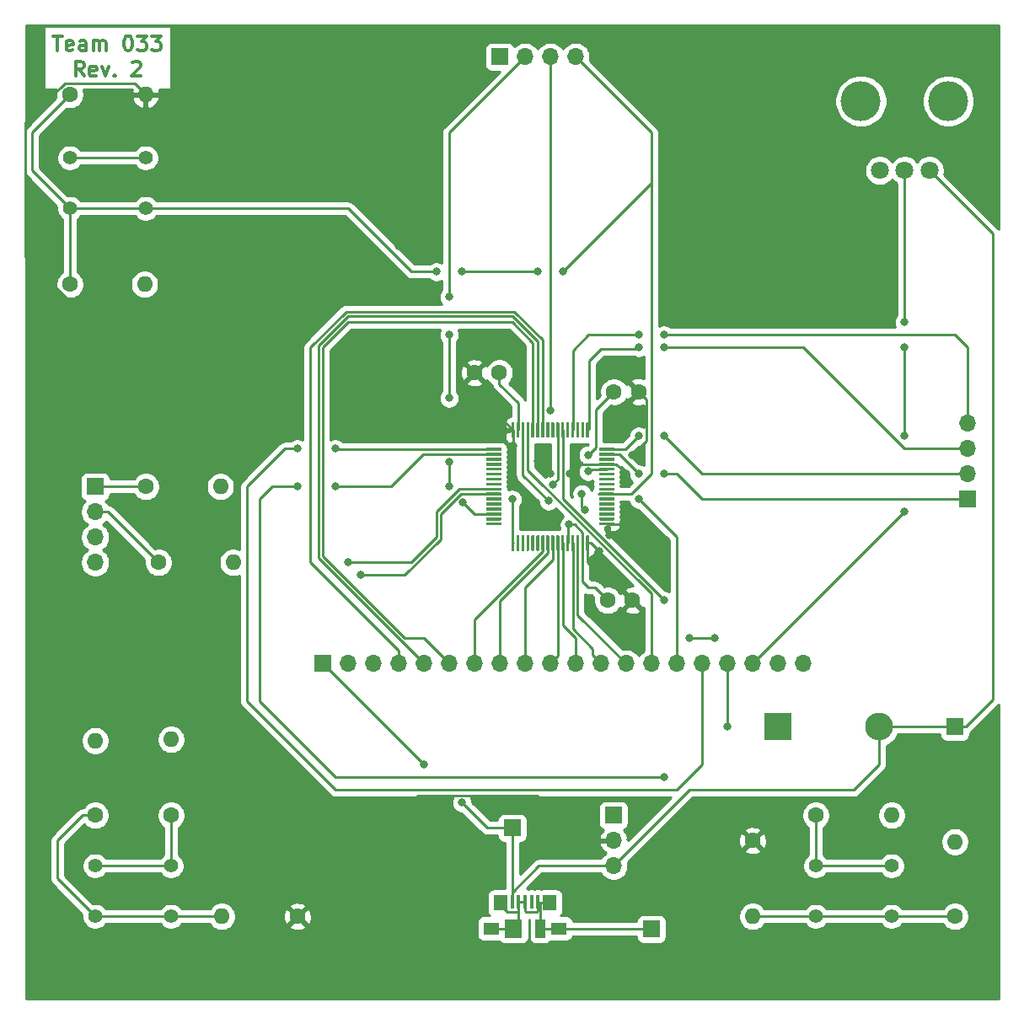
<source format=gtl>
G04 #@! TF.GenerationSoftware,KiCad,Pcbnew,5.1.5-52549c5~84~ubuntu18.04.1*
G04 #@! TF.CreationDate,2019-11-27T13:31:26-05:00*
G04 #@! TF.ProjectId,miniPCB,6d696e69-5043-4422-9e6b-696361645f70,rev?*
G04 #@! TF.SameCoordinates,Original*
G04 #@! TF.FileFunction,Copper,L1,Top*
G04 #@! TF.FilePolarity,Positive*
%FSLAX46Y46*%
G04 Gerber Fmt 4.6, Leading zero omitted, Abs format (unit mm)*
G04 Created by KiCad (PCBNEW 5.1.5-52549c5~84~ubuntu18.04.1) date 2019-11-27 13:31:26*
%MOMM*%
%LPD*%
G04 APERTURE LIST*
%ADD10C,0.300000*%
%ADD11C,1.600000*%
%ADD12C,0.100000*%
%ADD13C,1.397000*%
%ADD14C,4.000000*%
%ADD15C,1.800000*%
%ADD16O,1.600000X1.600000*%
%ADD17O,1.700000X1.700000*%
%ADD18R,1.700000X1.700000*%
%ADD19R,1.000000X1.900000*%
%ADD20R,1.800000X1.900000*%
%ADD21R,1.650000X1.300000*%
%ADD22R,1.425000X1.550000*%
%ADD23R,0.450000X1.380000*%
%ADD24O,2.800000X2.800000*%
%ADD25R,2.800000X2.800000*%
%ADD26C,0.800000*%
%ADD27C,0.250000*%
%ADD28C,0.254000*%
G04 APERTURE END LIST*
D10*
X107565714Y-58863571D02*
X108422857Y-58863571D01*
X107994285Y-60363571D02*
X107994285Y-58863571D01*
X109494285Y-60292142D02*
X109351428Y-60363571D01*
X109065714Y-60363571D01*
X108922857Y-60292142D01*
X108851428Y-60149285D01*
X108851428Y-59577857D01*
X108922857Y-59435000D01*
X109065714Y-59363571D01*
X109351428Y-59363571D01*
X109494285Y-59435000D01*
X109565714Y-59577857D01*
X109565714Y-59720714D01*
X108851428Y-59863571D01*
X110851428Y-60363571D02*
X110851428Y-59577857D01*
X110780000Y-59435000D01*
X110637142Y-59363571D01*
X110351428Y-59363571D01*
X110208571Y-59435000D01*
X110851428Y-60292142D02*
X110708571Y-60363571D01*
X110351428Y-60363571D01*
X110208571Y-60292142D01*
X110137142Y-60149285D01*
X110137142Y-60006428D01*
X110208571Y-59863571D01*
X110351428Y-59792142D01*
X110708571Y-59792142D01*
X110851428Y-59720714D01*
X111565714Y-60363571D02*
X111565714Y-59363571D01*
X111565714Y-59506428D02*
X111637142Y-59435000D01*
X111780000Y-59363571D01*
X111994285Y-59363571D01*
X112137142Y-59435000D01*
X112208571Y-59577857D01*
X112208571Y-60363571D01*
X112208571Y-59577857D02*
X112280000Y-59435000D01*
X112422857Y-59363571D01*
X112637142Y-59363571D01*
X112780000Y-59435000D01*
X112851428Y-59577857D01*
X112851428Y-60363571D01*
X114994285Y-58863571D02*
X115137142Y-58863571D01*
X115280000Y-58935000D01*
X115351428Y-59006428D01*
X115422857Y-59149285D01*
X115494285Y-59435000D01*
X115494285Y-59792142D01*
X115422857Y-60077857D01*
X115351428Y-60220714D01*
X115280000Y-60292142D01*
X115137142Y-60363571D01*
X114994285Y-60363571D01*
X114851428Y-60292142D01*
X114780000Y-60220714D01*
X114708571Y-60077857D01*
X114637142Y-59792142D01*
X114637142Y-59435000D01*
X114708571Y-59149285D01*
X114780000Y-59006428D01*
X114851428Y-58935000D01*
X114994285Y-58863571D01*
X115994285Y-58863571D02*
X116922857Y-58863571D01*
X116422857Y-59435000D01*
X116637142Y-59435000D01*
X116780000Y-59506428D01*
X116851428Y-59577857D01*
X116922857Y-59720714D01*
X116922857Y-60077857D01*
X116851428Y-60220714D01*
X116780000Y-60292142D01*
X116637142Y-60363571D01*
X116208571Y-60363571D01*
X116065714Y-60292142D01*
X115994285Y-60220714D01*
X117422857Y-58863571D02*
X118351428Y-58863571D01*
X117851428Y-59435000D01*
X118065714Y-59435000D01*
X118208571Y-59506428D01*
X118280000Y-59577857D01*
X118351428Y-59720714D01*
X118351428Y-60077857D01*
X118280000Y-60220714D01*
X118208571Y-60292142D01*
X118065714Y-60363571D01*
X117637142Y-60363571D01*
X117494285Y-60292142D01*
X117422857Y-60220714D01*
X110637142Y-62913571D02*
X110137142Y-62199285D01*
X109780000Y-62913571D02*
X109780000Y-61413571D01*
X110351428Y-61413571D01*
X110494285Y-61485000D01*
X110565714Y-61556428D01*
X110637142Y-61699285D01*
X110637142Y-61913571D01*
X110565714Y-62056428D01*
X110494285Y-62127857D01*
X110351428Y-62199285D01*
X109780000Y-62199285D01*
X111851428Y-62842142D02*
X111708571Y-62913571D01*
X111422857Y-62913571D01*
X111280000Y-62842142D01*
X111208571Y-62699285D01*
X111208571Y-62127857D01*
X111280000Y-61985000D01*
X111422857Y-61913571D01*
X111708571Y-61913571D01*
X111851428Y-61985000D01*
X111922857Y-62127857D01*
X111922857Y-62270714D01*
X111208571Y-62413571D01*
X112422857Y-61913571D02*
X112780000Y-62913571D01*
X113137142Y-61913571D01*
X113708571Y-62770714D02*
X113780000Y-62842142D01*
X113708571Y-62913571D01*
X113637142Y-62842142D01*
X113708571Y-62770714D01*
X113708571Y-62913571D01*
X115494285Y-61556428D02*
X115565714Y-61485000D01*
X115708571Y-61413571D01*
X116065714Y-61413571D01*
X116208571Y-61485000D01*
X116280000Y-61556428D01*
X116351428Y-61699285D01*
X116351428Y-61842142D01*
X116280000Y-62056428D01*
X115422857Y-62913571D01*
X116351428Y-62913571D01*
D11*
X152360000Y-92710000D03*
X149860000Y-92710000D03*
X163235000Y-115570000D03*
X165735000Y-115570000D03*
X163870000Y-94615000D03*
X166370000Y-94615000D03*
G04 #@! TA.AperFunction,SMDPad,CuDef*
D12*
G36*
X161312351Y-109040361D02*
G01*
X161319632Y-109041441D01*
X161326771Y-109043229D01*
X161333701Y-109045709D01*
X161340355Y-109048856D01*
X161346668Y-109052640D01*
X161352579Y-109057024D01*
X161358033Y-109061967D01*
X161362976Y-109067421D01*
X161367360Y-109073332D01*
X161371144Y-109079645D01*
X161374291Y-109086299D01*
X161376771Y-109093229D01*
X161378559Y-109100368D01*
X161379639Y-109107649D01*
X161380000Y-109115000D01*
X161380000Y-110515000D01*
X161379639Y-110522351D01*
X161378559Y-110529632D01*
X161376771Y-110536771D01*
X161374291Y-110543701D01*
X161371144Y-110550355D01*
X161367360Y-110556668D01*
X161362976Y-110562579D01*
X161358033Y-110568033D01*
X161352579Y-110572976D01*
X161346668Y-110577360D01*
X161340355Y-110581144D01*
X161333701Y-110584291D01*
X161326771Y-110586771D01*
X161319632Y-110588559D01*
X161312351Y-110589639D01*
X161305000Y-110590000D01*
X161155000Y-110590000D01*
X161147649Y-110589639D01*
X161140368Y-110588559D01*
X161133229Y-110586771D01*
X161126299Y-110584291D01*
X161119645Y-110581144D01*
X161113332Y-110577360D01*
X161107421Y-110572976D01*
X161101967Y-110568033D01*
X161097024Y-110562579D01*
X161092640Y-110556668D01*
X161088856Y-110550355D01*
X161085709Y-110543701D01*
X161083229Y-110536771D01*
X161081441Y-110529632D01*
X161080361Y-110522351D01*
X161080000Y-110515000D01*
X161080000Y-109115000D01*
X161080361Y-109107649D01*
X161081441Y-109100368D01*
X161083229Y-109093229D01*
X161085709Y-109086299D01*
X161088856Y-109079645D01*
X161092640Y-109073332D01*
X161097024Y-109067421D01*
X161101967Y-109061967D01*
X161107421Y-109057024D01*
X161113332Y-109052640D01*
X161119645Y-109048856D01*
X161126299Y-109045709D01*
X161133229Y-109043229D01*
X161140368Y-109041441D01*
X161147649Y-109040361D01*
X161155000Y-109040000D01*
X161305000Y-109040000D01*
X161312351Y-109040361D01*
G37*
G04 #@! TD.AperFunction*
G04 #@! TA.AperFunction,SMDPad,CuDef*
G36*
X160812351Y-109040361D02*
G01*
X160819632Y-109041441D01*
X160826771Y-109043229D01*
X160833701Y-109045709D01*
X160840355Y-109048856D01*
X160846668Y-109052640D01*
X160852579Y-109057024D01*
X160858033Y-109061967D01*
X160862976Y-109067421D01*
X160867360Y-109073332D01*
X160871144Y-109079645D01*
X160874291Y-109086299D01*
X160876771Y-109093229D01*
X160878559Y-109100368D01*
X160879639Y-109107649D01*
X160880000Y-109115000D01*
X160880000Y-110515000D01*
X160879639Y-110522351D01*
X160878559Y-110529632D01*
X160876771Y-110536771D01*
X160874291Y-110543701D01*
X160871144Y-110550355D01*
X160867360Y-110556668D01*
X160862976Y-110562579D01*
X160858033Y-110568033D01*
X160852579Y-110572976D01*
X160846668Y-110577360D01*
X160840355Y-110581144D01*
X160833701Y-110584291D01*
X160826771Y-110586771D01*
X160819632Y-110588559D01*
X160812351Y-110589639D01*
X160805000Y-110590000D01*
X160655000Y-110590000D01*
X160647649Y-110589639D01*
X160640368Y-110588559D01*
X160633229Y-110586771D01*
X160626299Y-110584291D01*
X160619645Y-110581144D01*
X160613332Y-110577360D01*
X160607421Y-110572976D01*
X160601967Y-110568033D01*
X160597024Y-110562579D01*
X160592640Y-110556668D01*
X160588856Y-110550355D01*
X160585709Y-110543701D01*
X160583229Y-110536771D01*
X160581441Y-110529632D01*
X160580361Y-110522351D01*
X160580000Y-110515000D01*
X160580000Y-109115000D01*
X160580361Y-109107649D01*
X160581441Y-109100368D01*
X160583229Y-109093229D01*
X160585709Y-109086299D01*
X160588856Y-109079645D01*
X160592640Y-109073332D01*
X160597024Y-109067421D01*
X160601967Y-109061967D01*
X160607421Y-109057024D01*
X160613332Y-109052640D01*
X160619645Y-109048856D01*
X160626299Y-109045709D01*
X160633229Y-109043229D01*
X160640368Y-109041441D01*
X160647649Y-109040361D01*
X160655000Y-109040000D01*
X160805000Y-109040000D01*
X160812351Y-109040361D01*
G37*
G04 #@! TD.AperFunction*
G04 #@! TA.AperFunction,SMDPad,CuDef*
G36*
X160312351Y-109040361D02*
G01*
X160319632Y-109041441D01*
X160326771Y-109043229D01*
X160333701Y-109045709D01*
X160340355Y-109048856D01*
X160346668Y-109052640D01*
X160352579Y-109057024D01*
X160358033Y-109061967D01*
X160362976Y-109067421D01*
X160367360Y-109073332D01*
X160371144Y-109079645D01*
X160374291Y-109086299D01*
X160376771Y-109093229D01*
X160378559Y-109100368D01*
X160379639Y-109107649D01*
X160380000Y-109115000D01*
X160380000Y-110515000D01*
X160379639Y-110522351D01*
X160378559Y-110529632D01*
X160376771Y-110536771D01*
X160374291Y-110543701D01*
X160371144Y-110550355D01*
X160367360Y-110556668D01*
X160362976Y-110562579D01*
X160358033Y-110568033D01*
X160352579Y-110572976D01*
X160346668Y-110577360D01*
X160340355Y-110581144D01*
X160333701Y-110584291D01*
X160326771Y-110586771D01*
X160319632Y-110588559D01*
X160312351Y-110589639D01*
X160305000Y-110590000D01*
X160155000Y-110590000D01*
X160147649Y-110589639D01*
X160140368Y-110588559D01*
X160133229Y-110586771D01*
X160126299Y-110584291D01*
X160119645Y-110581144D01*
X160113332Y-110577360D01*
X160107421Y-110572976D01*
X160101967Y-110568033D01*
X160097024Y-110562579D01*
X160092640Y-110556668D01*
X160088856Y-110550355D01*
X160085709Y-110543701D01*
X160083229Y-110536771D01*
X160081441Y-110529632D01*
X160080361Y-110522351D01*
X160080000Y-110515000D01*
X160080000Y-109115000D01*
X160080361Y-109107649D01*
X160081441Y-109100368D01*
X160083229Y-109093229D01*
X160085709Y-109086299D01*
X160088856Y-109079645D01*
X160092640Y-109073332D01*
X160097024Y-109067421D01*
X160101967Y-109061967D01*
X160107421Y-109057024D01*
X160113332Y-109052640D01*
X160119645Y-109048856D01*
X160126299Y-109045709D01*
X160133229Y-109043229D01*
X160140368Y-109041441D01*
X160147649Y-109040361D01*
X160155000Y-109040000D01*
X160305000Y-109040000D01*
X160312351Y-109040361D01*
G37*
G04 #@! TD.AperFunction*
G04 #@! TA.AperFunction,SMDPad,CuDef*
G36*
X159812351Y-109040361D02*
G01*
X159819632Y-109041441D01*
X159826771Y-109043229D01*
X159833701Y-109045709D01*
X159840355Y-109048856D01*
X159846668Y-109052640D01*
X159852579Y-109057024D01*
X159858033Y-109061967D01*
X159862976Y-109067421D01*
X159867360Y-109073332D01*
X159871144Y-109079645D01*
X159874291Y-109086299D01*
X159876771Y-109093229D01*
X159878559Y-109100368D01*
X159879639Y-109107649D01*
X159880000Y-109115000D01*
X159880000Y-110515000D01*
X159879639Y-110522351D01*
X159878559Y-110529632D01*
X159876771Y-110536771D01*
X159874291Y-110543701D01*
X159871144Y-110550355D01*
X159867360Y-110556668D01*
X159862976Y-110562579D01*
X159858033Y-110568033D01*
X159852579Y-110572976D01*
X159846668Y-110577360D01*
X159840355Y-110581144D01*
X159833701Y-110584291D01*
X159826771Y-110586771D01*
X159819632Y-110588559D01*
X159812351Y-110589639D01*
X159805000Y-110590000D01*
X159655000Y-110590000D01*
X159647649Y-110589639D01*
X159640368Y-110588559D01*
X159633229Y-110586771D01*
X159626299Y-110584291D01*
X159619645Y-110581144D01*
X159613332Y-110577360D01*
X159607421Y-110572976D01*
X159601967Y-110568033D01*
X159597024Y-110562579D01*
X159592640Y-110556668D01*
X159588856Y-110550355D01*
X159585709Y-110543701D01*
X159583229Y-110536771D01*
X159581441Y-110529632D01*
X159580361Y-110522351D01*
X159580000Y-110515000D01*
X159580000Y-109115000D01*
X159580361Y-109107649D01*
X159581441Y-109100368D01*
X159583229Y-109093229D01*
X159585709Y-109086299D01*
X159588856Y-109079645D01*
X159592640Y-109073332D01*
X159597024Y-109067421D01*
X159601967Y-109061967D01*
X159607421Y-109057024D01*
X159613332Y-109052640D01*
X159619645Y-109048856D01*
X159626299Y-109045709D01*
X159633229Y-109043229D01*
X159640368Y-109041441D01*
X159647649Y-109040361D01*
X159655000Y-109040000D01*
X159805000Y-109040000D01*
X159812351Y-109040361D01*
G37*
G04 #@! TD.AperFunction*
G04 #@! TA.AperFunction,SMDPad,CuDef*
G36*
X159312351Y-109040361D02*
G01*
X159319632Y-109041441D01*
X159326771Y-109043229D01*
X159333701Y-109045709D01*
X159340355Y-109048856D01*
X159346668Y-109052640D01*
X159352579Y-109057024D01*
X159358033Y-109061967D01*
X159362976Y-109067421D01*
X159367360Y-109073332D01*
X159371144Y-109079645D01*
X159374291Y-109086299D01*
X159376771Y-109093229D01*
X159378559Y-109100368D01*
X159379639Y-109107649D01*
X159380000Y-109115000D01*
X159380000Y-110515000D01*
X159379639Y-110522351D01*
X159378559Y-110529632D01*
X159376771Y-110536771D01*
X159374291Y-110543701D01*
X159371144Y-110550355D01*
X159367360Y-110556668D01*
X159362976Y-110562579D01*
X159358033Y-110568033D01*
X159352579Y-110572976D01*
X159346668Y-110577360D01*
X159340355Y-110581144D01*
X159333701Y-110584291D01*
X159326771Y-110586771D01*
X159319632Y-110588559D01*
X159312351Y-110589639D01*
X159305000Y-110590000D01*
X159155000Y-110590000D01*
X159147649Y-110589639D01*
X159140368Y-110588559D01*
X159133229Y-110586771D01*
X159126299Y-110584291D01*
X159119645Y-110581144D01*
X159113332Y-110577360D01*
X159107421Y-110572976D01*
X159101967Y-110568033D01*
X159097024Y-110562579D01*
X159092640Y-110556668D01*
X159088856Y-110550355D01*
X159085709Y-110543701D01*
X159083229Y-110536771D01*
X159081441Y-110529632D01*
X159080361Y-110522351D01*
X159080000Y-110515000D01*
X159080000Y-109115000D01*
X159080361Y-109107649D01*
X159081441Y-109100368D01*
X159083229Y-109093229D01*
X159085709Y-109086299D01*
X159088856Y-109079645D01*
X159092640Y-109073332D01*
X159097024Y-109067421D01*
X159101967Y-109061967D01*
X159107421Y-109057024D01*
X159113332Y-109052640D01*
X159119645Y-109048856D01*
X159126299Y-109045709D01*
X159133229Y-109043229D01*
X159140368Y-109041441D01*
X159147649Y-109040361D01*
X159155000Y-109040000D01*
X159305000Y-109040000D01*
X159312351Y-109040361D01*
G37*
G04 #@! TD.AperFunction*
G04 #@! TA.AperFunction,SMDPad,CuDef*
G36*
X158812351Y-109040361D02*
G01*
X158819632Y-109041441D01*
X158826771Y-109043229D01*
X158833701Y-109045709D01*
X158840355Y-109048856D01*
X158846668Y-109052640D01*
X158852579Y-109057024D01*
X158858033Y-109061967D01*
X158862976Y-109067421D01*
X158867360Y-109073332D01*
X158871144Y-109079645D01*
X158874291Y-109086299D01*
X158876771Y-109093229D01*
X158878559Y-109100368D01*
X158879639Y-109107649D01*
X158880000Y-109115000D01*
X158880000Y-110515000D01*
X158879639Y-110522351D01*
X158878559Y-110529632D01*
X158876771Y-110536771D01*
X158874291Y-110543701D01*
X158871144Y-110550355D01*
X158867360Y-110556668D01*
X158862976Y-110562579D01*
X158858033Y-110568033D01*
X158852579Y-110572976D01*
X158846668Y-110577360D01*
X158840355Y-110581144D01*
X158833701Y-110584291D01*
X158826771Y-110586771D01*
X158819632Y-110588559D01*
X158812351Y-110589639D01*
X158805000Y-110590000D01*
X158655000Y-110590000D01*
X158647649Y-110589639D01*
X158640368Y-110588559D01*
X158633229Y-110586771D01*
X158626299Y-110584291D01*
X158619645Y-110581144D01*
X158613332Y-110577360D01*
X158607421Y-110572976D01*
X158601967Y-110568033D01*
X158597024Y-110562579D01*
X158592640Y-110556668D01*
X158588856Y-110550355D01*
X158585709Y-110543701D01*
X158583229Y-110536771D01*
X158581441Y-110529632D01*
X158580361Y-110522351D01*
X158580000Y-110515000D01*
X158580000Y-109115000D01*
X158580361Y-109107649D01*
X158581441Y-109100368D01*
X158583229Y-109093229D01*
X158585709Y-109086299D01*
X158588856Y-109079645D01*
X158592640Y-109073332D01*
X158597024Y-109067421D01*
X158601967Y-109061967D01*
X158607421Y-109057024D01*
X158613332Y-109052640D01*
X158619645Y-109048856D01*
X158626299Y-109045709D01*
X158633229Y-109043229D01*
X158640368Y-109041441D01*
X158647649Y-109040361D01*
X158655000Y-109040000D01*
X158805000Y-109040000D01*
X158812351Y-109040361D01*
G37*
G04 #@! TD.AperFunction*
G04 #@! TA.AperFunction,SMDPad,CuDef*
G36*
X158312351Y-109040361D02*
G01*
X158319632Y-109041441D01*
X158326771Y-109043229D01*
X158333701Y-109045709D01*
X158340355Y-109048856D01*
X158346668Y-109052640D01*
X158352579Y-109057024D01*
X158358033Y-109061967D01*
X158362976Y-109067421D01*
X158367360Y-109073332D01*
X158371144Y-109079645D01*
X158374291Y-109086299D01*
X158376771Y-109093229D01*
X158378559Y-109100368D01*
X158379639Y-109107649D01*
X158380000Y-109115000D01*
X158380000Y-110515000D01*
X158379639Y-110522351D01*
X158378559Y-110529632D01*
X158376771Y-110536771D01*
X158374291Y-110543701D01*
X158371144Y-110550355D01*
X158367360Y-110556668D01*
X158362976Y-110562579D01*
X158358033Y-110568033D01*
X158352579Y-110572976D01*
X158346668Y-110577360D01*
X158340355Y-110581144D01*
X158333701Y-110584291D01*
X158326771Y-110586771D01*
X158319632Y-110588559D01*
X158312351Y-110589639D01*
X158305000Y-110590000D01*
X158155000Y-110590000D01*
X158147649Y-110589639D01*
X158140368Y-110588559D01*
X158133229Y-110586771D01*
X158126299Y-110584291D01*
X158119645Y-110581144D01*
X158113332Y-110577360D01*
X158107421Y-110572976D01*
X158101967Y-110568033D01*
X158097024Y-110562579D01*
X158092640Y-110556668D01*
X158088856Y-110550355D01*
X158085709Y-110543701D01*
X158083229Y-110536771D01*
X158081441Y-110529632D01*
X158080361Y-110522351D01*
X158080000Y-110515000D01*
X158080000Y-109115000D01*
X158080361Y-109107649D01*
X158081441Y-109100368D01*
X158083229Y-109093229D01*
X158085709Y-109086299D01*
X158088856Y-109079645D01*
X158092640Y-109073332D01*
X158097024Y-109067421D01*
X158101967Y-109061967D01*
X158107421Y-109057024D01*
X158113332Y-109052640D01*
X158119645Y-109048856D01*
X158126299Y-109045709D01*
X158133229Y-109043229D01*
X158140368Y-109041441D01*
X158147649Y-109040361D01*
X158155000Y-109040000D01*
X158305000Y-109040000D01*
X158312351Y-109040361D01*
G37*
G04 #@! TD.AperFunction*
G04 #@! TA.AperFunction,SMDPad,CuDef*
G36*
X157812351Y-109040361D02*
G01*
X157819632Y-109041441D01*
X157826771Y-109043229D01*
X157833701Y-109045709D01*
X157840355Y-109048856D01*
X157846668Y-109052640D01*
X157852579Y-109057024D01*
X157858033Y-109061967D01*
X157862976Y-109067421D01*
X157867360Y-109073332D01*
X157871144Y-109079645D01*
X157874291Y-109086299D01*
X157876771Y-109093229D01*
X157878559Y-109100368D01*
X157879639Y-109107649D01*
X157880000Y-109115000D01*
X157880000Y-110515000D01*
X157879639Y-110522351D01*
X157878559Y-110529632D01*
X157876771Y-110536771D01*
X157874291Y-110543701D01*
X157871144Y-110550355D01*
X157867360Y-110556668D01*
X157862976Y-110562579D01*
X157858033Y-110568033D01*
X157852579Y-110572976D01*
X157846668Y-110577360D01*
X157840355Y-110581144D01*
X157833701Y-110584291D01*
X157826771Y-110586771D01*
X157819632Y-110588559D01*
X157812351Y-110589639D01*
X157805000Y-110590000D01*
X157655000Y-110590000D01*
X157647649Y-110589639D01*
X157640368Y-110588559D01*
X157633229Y-110586771D01*
X157626299Y-110584291D01*
X157619645Y-110581144D01*
X157613332Y-110577360D01*
X157607421Y-110572976D01*
X157601967Y-110568033D01*
X157597024Y-110562579D01*
X157592640Y-110556668D01*
X157588856Y-110550355D01*
X157585709Y-110543701D01*
X157583229Y-110536771D01*
X157581441Y-110529632D01*
X157580361Y-110522351D01*
X157580000Y-110515000D01*
X157580000Y-109115000D01*
X157580361Y-109107649D01*
X157581441Y-109100368D01*
X157583229Y-109093229D01*
X157585709Y-109086299D01*
X157588856Y-109079645D01*
X157592640Y-109073332D01*
X157597024Y-109067421D01*
X157601967Y-109061967D01*
X157607421Y-109057024D01*
X157613332Y-109052640D01*
X157619645Y-109048856D01*
X157626299Y-109045709D01*
X157633229Y-109043229D01*
X157640368Y-109041441D01*
X157647649Y-109040361D01*
X157655000Y-109040000D01*
X157805000Y-109040000D01*
X157812351Y-109040361D01*
G37*
G04 #@! TD.AperFunction*
G04 #@! TA.AperFunction,SMDPad,CuDef*
G36*
X157312351Y-109040361D02*
G01*
X157319632Y-109041441D01*
X157326771Y-109043229D01*
X157333701Y-109045709D01*
X157340355Y-109048856D01*
X157346668Y-109052640D01*
X157352579Y-109057024D01*
X157358033Y-109061967D01*
X157362976Y-109067421D01*
X157367360Y-109073332D01*
X157371144Y-109079645D01*
X157374291Y-109086299D01*
X157376771Y-109093229D01*
X157378559Y-109100368D01*
X157379639Y-109107649D01*
X157380000Y-109115000D01*
X157380000Y-110515000D01*
X157379639Y-110522351D01*
X157378559Y-110529632D01*
X157376771Y-110536771D01*
X157374291Y-110543701D01*
X157371144Y-110550355D01*
X157367360Y-110556668D01*
X157362976Y-110562579D01*
X157358033Y-110568033D01*
X157352579Y-110572976D01*
X157346668Y-110577360D01*
X157340355Y-110581144D01*
X157333701Y-110584291D01*
X157326771Y-110586771D01*
X157319632Y-110588559D01*
X157312351Y-110589639D01*
X157305000Y-110590000D01*
X157155000Y-110590000D01*
X157147649Y-110589639D01*
X157140368Y-110588559D01*
X157133229Y-110586771D01*
X157126299Y-110584291D01*
X157119645Y-110581144D01*
X157113332Y-110577360D01*
X157107421Y-110572976D01*
X157101967Y-110568033D01*
X157097024Y-110562579D01*
X157092640Y-110556668D01*
X157088856Y-110550355D01*
X157085709Y-110543701D01*
X157083229Y-110536771D01*
X157081441Y-110529632D01*
X157080361Y-110522351D01*
X157080000Y-110515000D01*
X157080000Y-109115000D01*
X157080361Y-109107649D01*
X157081441Y-109100368D01*
X157083229Y-109093229D01*
X157085709Y-109086299D01*
X157088856Y-109079645D01*
X157092640Y-109073332D01*
X157097024Y-109067421D01*
X157101967Y-109061967D01*
X157107421Y-109057024D01*
X157113332Y-109052640D01*
X157119645Y-109048856D01*
X157126299Y-109045709D01*
X157133229Y-109043229D01*
X157140368Y-109041441D01*
X157147649Y-109040361D01*
X157155000Y-109040000D01*
X157305000Y-109040000D01*
X157312351Y-109040361D01*
G37*
G04 #@! TD.AperFunction*
G04 #@! TA.AperFunction,SMDPad,CuDef*
G36*
X156812351Y-109040361D02*
G01*
X156819632Y-109041441D01*
X156826771Y-109043229D01*
X156833701Y-109045709D01*
X156840355Y-109048856D01*
X156846668Y-109052640D01*
X156852579Y-109057024D01*
X156858033Y-109061967D01*
X156862976Y-109067421D01*
X156867360Y-109073332D01*
X156871144Y-109079645D01*
X156874291Y-109086299D01*
X156876771Y-109093229D01*
X156878559Y-109100368D01*
X156879639Y-109107649D01*
X156880000Y-109115000D01*
X156880000Y-110515000D01*
X156879639Y-110522351D01*
X156878559Y-110529632D01*
X156876771Y-110536771D01*
X156874291Y-110543701D01*
X156871144Y-110550355D01*
X156867360Y-110556668D01*
X156862976Y-110562579D01*
X156858033Y-110568033D01*
X156852579Y-110572976D01*
X156846668Y-110577360D01*
X156840355Y-110581144D01*
X156833701Y-110584291D01*
X156826771Y-110586771D01*
X156819632Y-110588559D01*
X156812351Y-110589639D01*
X156805000Y-110590000D01*
X156655000Y-110590000D01*
X156647649Y-110589639D01*
X156640368Y-110588559D01*
X156633229Y-110586771D01*
X156626299Y-110584291D01*
X156619645Y-110581144D01*
X156613332Y-110577360D01*
X156607421Y-110572976D01*
X156601967Y-110568033D01*
X156597024Y-110562579D01*
X156592640Y-110556668D01*
X156588856Y-110550355D01*
X156585709Y-110543701D01*
X156583229Y-110536771D01*
X156581441Y-110529632D01*
X156580361Y-110522351D01*
X156580000Y-110515000D01*
X156580000Y-109115000D01*
X156580361Y-109107649D01*
X156581441Y-109100368D01*
X156583229Y-109093229D01*
X156585709Y-109086299D01*
X156588856Y-109079645D01*
X156592640Y-109073332D01*
X156597024Y-109067421D01*
X156601967Y-109061967D01*
X156607421Y-109057024D01*
X156613332Y-109052640D01*
X156619645Y-109048856D01*
X156626299Y-109045709D01*
X156633229Y-109043229D01*
X156640368Y-109041441D01*
X156647649Y-109040361D01*
X156655000Y-109040000D01*
X156805000Y-109040000D01*
X156812351Y-109040361D01*
G37*
G04 #@! TD.AperFunction*
G04 #@! TA.AperFunction,SMDPad,CuDef*
G36*
X156312351Y-109040361D02*
G01*
X156319632Y-109041441D01*
X156326771Y-109043229D01*
X156333701Y-109045709D01*
X156340355Y-109048856D01*
X156346668Y-109052640D01*
X156352579Y-109057024D01*
X156358033Y-109061967D01*
X156362976Y-109067421D01*
X156367360Y-109073332D01*
X156371144Y-109079645D01*
X156374291Y-109086299D01*
X156376771Y-109093229D01*
X156378559Y-109100368D01*
X156379639Y-109107649D01*
X156380000Y-109115000D01*
X156380000Y-110515000D01*
X156379639Y-110522351D01*
X156378559Y-110529632D01*
X156376771Y-110536771D01*
X156374291Y-110543701D01*
X156371144Y-110550355D01*
X156367360Y-110556668D01*
X156362976Y-110562579D01*
X156358033Y-110568033D01*
X156352579Y-110572976D01*
X156346668Y-110577360D01*
X156340355Y-110581144D01*
X156333701Y-110584291D01*
X156326771Y-110586771D01*
X156319632Y-110588559D01*
X156312351Y-110589639D01*
X156305000Y-110590000D01*
X156155000Y-110590000D01*
X156147649Y-110589639D01*
X156140368Y-110588559D01*
X156133229Y-110586771D01*
X156126299Y-110584291D01*
X156119645Y-110581144D01*
X156113332Y-110577360D01*
X156107421Y-110572976D01*
X156101967Y-110568033D01*
X156097024Y-110562579D01*
X156092640Y-110556668D01*
X156088856Y-110550355D01*
X156085709Y-110543701D01*
X156083229Y-110536771D01*
X156081441Y-110529632D01*
X156080361Y-110522351D01*
X156080000Y-110515000D01*
X156080000Y-109115000D01*
X156080361Y-109107649D01*
X156081441Y-109100368D01*
X156083229Y-109093229D01*
X156085709Y-109086299D01*
X156088856Y-109079645D01*
X156092640Y-109073332D01*
X156097024Y-109067421D01*
X156101967Y-109061967D01*
X156107421Y-109057024D01*
X156113332Y-109052640D01*
X156119645Y-109048856D01*
X156126299Y-109045709D01*
X156133229Y-109043229D01*
X156140368Y-109041441D01*
X156147649Y-109040361D01*
X156155000Y-109040000D01*
X156305000Y-109040000D01*
X156312351Y-109040361D01*
G37*
G04 #@! TD.AperFunction*
G04 #@! TA.AperFunction,SMDPad,CuDef*
G36*
X155812351Y-109040361D02*
G01*
X155819632Y-109041441D01*
X155826771Y-109043229D01*
X155833701Y-109045709D01*
X155840355Y-109048856D01*
X155846668Y-109052640D01*
X155852579Y-109057024D01*
X155858033Y-109061967D01*
X155862976Y-109067421D01*
X155867360Y-109073332D01*
X155871144Y-109079645D01*
X155874291Y-109086299D01*
X155876771Y-109093229D01*
X155878559Y-109100368D01*
X155879639Y-109107649D01*
X155880000Y-109115000D01*
X155880000Y-110515000D01*
X155879639Y-110522351D01*
X155878559Y-110529632D01*
X155876771Y-110536771D01*
X155874291Y-110543701D01*
X155871144Y-110550355D01*
X155867360Y-110556668D01*
X155862976Y-110562579D01*
X155858033Y-110568033D01*
X155852579Y-110572976D01*
X155846668Y-110577360D01*
X155840355Y-110581144D01*
X155833701Y-110584291D01*
X155826771Y-110586771D01*
X155819632Y-110588559D01*
X155812351Y-110589639D01*
X155805000Y-110590000D01*
X155655000Y-110590000D01*
X155647649Y-110589639D01*
X155640368Y-110588559D01*
X155633229Y-110586771D01*
X155626299Y-110584291D01*
X155619645Y-110581144D01*
X155613332Y-110577360D01*
X155607421Y-110572976D01*
X155601967Y-110568033D01*
X155597024Y-110562579D01*
X155592640Y-110556668D01*
X155588856Y-110550355D01*
X155585709Y-110543701D01*
X155583229Y-110536771D01*
X155581441Y-110529632D01*
X155580361Y-110522351D01*
X155580000Y-110515000D01*
X155580000Y-109115000D01*
X155580361Y-109107649D01*
X155581441Y-109100368D01*
X155583229Y-109093229D01*
X155585709Y-109086299D01*
X155588856Y-109079645D01*
X155592640Y-109073332D01*
X155597024Y-109067421D01*
X155601967Y-109061967D01*
X155607421Y-109057024D01*
X155613332Y-109052640D01*
X155619645Y-109048856D01*
X155626299Y-109045709D01*
X155633229Y-109043229D01*
X155640368Y-109041441D01*
X155647649Y-109040361D01*
X155655000Y-109040000D01*
X155805000Y-109040000D01*
X155812351Y-109040361D01*
G37*
G04 #@! TD.AperFunction*
G04 #@! TA.AperFunction,SMDPad,CuDef*
G36*
X155312351Y-109040361D02*
G01*
X155319632Y-109041441D01*
X155326771Y-109043229D01*
X155333701Y-109045709D01*
X155340355Y-109048856D01*
X155346668Y-109052640D01*
X155352579Y-109057024D01*
X155358033Y-109061967D01*
X155362976Y-109067421D01*
X155367360Y-109073332D01*
X155371144Y-109079645D01*
X155374291Y-109086299D01*
X155376771Y-109093229D01*
X155378559Y-109100368D01*
X155379639Y-109107649D01*
X155380000Y-109115000D01*
X155380000Y-110515000D01*
X155379639Y-110522351D01*
X155378559Y-110529632D01*
X155376771Y-110536771D01*
X155374291Y-110543701D01*
X155371144Y-110550355D01*
X155367360Y-110556668D01*
X155362976Y-110562579D01*
X155358033Y-110568033D01*
X155352579Y-110572976D01*
X155346668Y-110577360D01*
X155340355Y-110581144D01*
X155333701Y-110584291D01*
X155326771Y-110586771D01*
X155319632Y-110588559D01*
X155312351Y-110589639D01*
X155305000Y-110590000D01*
X155155000Y-110590000D01*
X155147649Y-110589639D01*
X155140368Y-110588559D01*
X155133229Y-110586771D01*
X155126299Y-110584291D01*
X155119645Y-110581144D01*
X155113332Y-110577360D01*
X155107421Y-110572976D01*
X155101967Y-110568033D01*
X155097024Y-110562579D01*
X155092640Y-110556668D01*
X155088856Y-110550355D01*
X155085709Y-110543701D01*
X155083229Y-110536771D01*
X155081441Y-110529632D01*
X155080361Y-110522351D01*
X155080000Y-110515000D01*
X155080000Y-109115000D01*
X155080361Y-109107649D01*
X155081441Y-109100368D01*
X155083229Y-109093229D01*
X155085709Y-109086299D01*
X155088856Y-109079645D01*
X155092640Y-109073332D01*
X155097024Y-109067421D01*
X155101967Y-109061967D01*
X155107421Y-109057024D01*
X155113332Y-109052640D01*
X155119645Y-109048856D01*
X155126299Y-109045709D01*
X155133229Y-109043229D01*
X155140368Y-109041441D01*
X155147649Y-109040361D01*
X155155000Y-109040000D01*
X155305000Y-109040000D01*
X155312351Y-109040361D01*
G37*
G04 #@! TD.AperFunction*
G04 #@! TA.AperFunction,SMDPad,CuDef*
G36*
X154812351Y-109040361D02*
G01*
X154819632Y-109041441D01*
X154826771Y-109043229D01*
X154833701Y-109045709D01*
X154840355Y-109048856D01*
X154846668Y-109052640D01*
X154852579Y-109057024D01*
X154858033Y-109061967D01*
X154862976Y-109067421D01*
X154867360Y-109073332D01*
X154871144Y-109079645D01*
X154874291Y-109086299D01*
X154876771Y-109093229D01*
X154878559Y-109100368D01*
X154879639Y-109107649D01*
X154880000Y-109115000D01*
X154880000Y-110515000D01*
X154879639Y-110522351D01*
X154878559Y-110529632D01*
X154876771Y-110536771D01*
X154874291Y-110543701D01*
X154871144Y-110550355D01*
X154867360Y-110556668D01*
X154862976Y-110562579D01*
X154858033Y-110568033D01*
X154852579Y-110572976D01*
X154846668Y-110577360D01*
X154840355Y-110581144D01*
X154833701Y-110584291D01*
X154826771Y-110586771D01*
X154819632Y-110588559D01*
X154812351Y-110589639D01*
X154805000Y-110590000D01*
X154655000Y-110590000D01*
X154647649Y-110589639D01*
X154640368Y-110588559D01*
X154633229Y-110586771D01*
X154626299Y-110584291D01*
X154619645Y-110581144D01*
X154613332Y-110577360D01*
X154607421Y-110572976D01*
X154601967Y-110568033D01*
X154597024Y-110562579D01*
X154592640Y-110556668D01*
X154588856Y-110550355D01*
X154585709Y-110543701D01*
X154583229Y-110536771D01*
X154581441Y-110529632D01*
X154580361Y-110522351D01*
X154580000Y-110515000D01*
X154580000Y-109115000D01*
X154580361Y-109107649D01*
X154581441Y-109100368D01*
X154583229Y-109093229D01*
X154585709Y-109086299D01*
X154588856Y-109079645D01*
X154592640Y-109073332D01*
X154597024Y-109067421D01*
X154601967Y-109061967D01*
X154607421Y-109057024D01*
X154613332Y-109052640D01*
X154619645Y-109048856D01*
X154626299Y-109045709D01*
X154633229Y-109043229D01*
X154640368Y-109041441D01*
X154647649Y-109040361D01*
X154655000Y-109040000D01*
X154805000Y-109040000D01*
X154812351Y-109040361D01*
G37*
G04 #@! TD.AperFunction*
G04 #@! TA.AperFunction,SMDPad,CuDef*
G36*
X154312351Y-109040361D02*
G01*
X154319632Y-109041441D01*
X154326771Y-109043229D01*
X154333701Y-109045709D01*
X154340355Y-109048856D01*
X154346668Y-109052640D01*
X154352579Y-109057024D01*
X154358033Y-109061967D01*
X154362976Y-109067421D01*
X154367360Y-109073332D01*
X154371144Y-109079645D01*
X154374291Y-109086299D01*
X154376771Y-109093229D01*
X154378559Y-109100368D01*
X154379639Y-109107649D01*
X154380000Y-109115000D01*
X154380000Y-110515000D01*
X154379639Y-110522351D01*
X154378559Y-110529632D01*
X154376771Y-110536771D01*
X154374291Y-110543701D01*
X154371144Y-110550355D01*
X154367360Y-110556668D01*
X154362976Y-110562579D01*
X154358033Y-110568033D01*
X154352579Y-110572976D01*
X154346668Y-110577360D01*
X154340355Y-110581144D01*
X154333701Y-110584291D01*
X154326771Y-110586771D01*
X154319632Y-110588559D01*
X154312351Y-110589639D01*
X154305000Y-110590000D01*
X154155000Y-110590000D01*
X154147649Y-110589639D01*
X154140368Y-110588559D01*
X154133229Y-110586771D01*
X154126299Y-110584291D01*
X154119645Y-110581144D01*
X154113332Y-110577360D01*
X154107421Y-110572976D01*
X154101967Y-110568033D01*
X154097024Y-110562579D01*
X154092640Y-110556668D01*
X154088856Y-110550355D01*
X154085709Y-110543701D01*
X154083229Y-110536771D01*
X154081441Y-110529632D01*
X154080361Y-110522351D01*
X154080000Y-110515000D01*
X154080000Y-109115000D01*
X154080361Y-109107649D01*
X154081441Y-109100368D01*
X154083229Y-109093229D01*
X154085709Y-109086299D01*
X154088856Y-109079645D01*
X154092640Y-109073332D01*
X154097024Y-109067421D01*
X154101967Y-109061967D01*
X154107421Y-109057024D01*
X154113332Y-109052640D01*
X154119645Y-109048856D01*
X154126299Y-109045709D01*
X154133229Y-109043229D01*
X154140368Y-109041441D01*
X154147649Y-109040361D01*
X154155000Y-109040000D01*
X154305000Y-109040000D01*
X154312351Y-109040361D01*
G37*
G04 #@! TD.AperFunction*
G04 #@! TA.AperFunction,SMDPad,CuDef*
G36*
X153812351Y-109040361D02*
G01*
X153819632Y-109041441D01*
X153826771Y-109043229D01*
X153833701Y-109045709D01*
X153840355Y-109048856D01*
X153846668Y-109052640D01*
X153852579Y-109057024D01*
X153858033Y-109061967D01*
X153862976Y-109067421D01*
X153867360Y-109073332D01*
X153871144Y-109079645D01*
X153874291Y-109086299D01*
X153876771Y-109093229D01*
X153878559Y-109100368D01*
X153879639Y-109107649D01*
X153880000Y-109115000D01*
X153880000Y-110515000D01*
X153879639Y-110522351D01*
X153878559Y-110529632D01*
X153876771Y-110536771D01*
X153874291Y-110543701D01*
X153871144Y-110550355D01*
X153867360Y-110556668D01*
X153862976Y-110562579D01*
X153858033Y-110568033D01*
X153852579Y-110572976D01*
X153846668Y-110577360D01*
X153840355Y-110581144D01*
X153833701Y-110584291D01*
X153826771Y-110586771D01*
X153819632Y-110588559D01*
X153812351Y-110589639D01*
X153805000Y-110590000D01*
X153655000Y-110590000D01*
X153647649Y-110589639D01*
X153640368Y-110588559D01*
X153633229Y-110586771D01*
X153626299Y-110584291D01*
X153619645Y-110581144D01*
X153613332Y-110577360D01*
X153607421Y-110572976D01*
X153601967Y-110568033D01*
X153597024Y-110562579D01*
X153592640Y-110556668D01*
X153588856Y-110550355D01*
X153585709Y-110543701D01*
X153583229Y-110536771D01*
X153581441Y-110529632D01*
X153580361Y-110522351D01*
X153580000Y-110515000D01*
X153580000Y-109115000D01*
X153580361Y-109107649D01*
X153581441Y-109100368D01*
X153583229Y-109093229D01*
X153585709Y-109086299D01*
X153588856Y-109079645D01*
X153592640Y-109073332D01*
X153597024Y-109067421D01*
X153601967Y-109061967D01*
X153607421Y-109057024D01*
X153613332Y-109052640D01*
X153619645Y-109048856D01*
X153626299Y-109045709D01*
X153633229Y-109043229D01*
X153640368Y-109041441D01*
X153647649Y-109040361D01*
X153655000Y-109040000D01*
X153805000Y-109040000D01*
X153812351Y-109040361D01*
G37*
G04 #@! TD.AperFunction*
G04 #@! TA.AperFunction,SMDPad,CuDef*
G36*
X152512351Y-107740361D02*
G01*
X152519632Y-107741441D01*
X152526771Y-107743229D01*
X152533701Y-107745709D01*
X152540355Y-107748856D01*
X152546668Y-107752640D01*
X152552579Y-107757024D01*
X152558033Y-107761967D01*
X152562976Y-107767421D01*
X152567360Y-107773332D01*
X152571144Y-107779645D01*
X152574291Y-107786299D01*
X152576771Y-107793229D01*
X152578559Y-107800368D01*
X152579639Y-107807649D01*
X152580000Y-107815000D01*
X152580000Y-107965000D01*
X152579639Y-107972351D01*
X152578559Y-107979632D01*
X152576771Y-107986771D01*
X152574291Y-107993701D01*
X152571144Y-108000355D01*
X152567360Y-108006668D01*
X152562976Y-108012579D01*
X152558033Y-108018033D01*
X152552579Y-108022976D01*
X152546668Y-108027360D01*
X152540355Y-108031144D01*
X152533701Y-108034291D01*
X152526771Y-108036771D01*
X152519632Y-108038559D01*
X152512351Y-108039639D01*
X152505000Y-108040000D01*
X151105000Y-108040000D01*
X151097649Y-108039639D01*
X151090368Y-108038559D01*
X151083229Y-108036771D01*
X151076299Y-108034291D01*
X151069645Y-108031144D01*
X151063332Y-108027360D01*
X151057421Y-108022976D01*
X151051967Y-108018033D01*
X151047024Y-108012579D01*
X151042640Y-108006668D01*
X151038856Y-108000355D01*
X151035709Y-107993701D01*
X151033229Y-107986771D01*
X151031441Y-107979632D01*
X151030361Y-107972351D01*
X151030000Y-107965000D01*
X151030000Y-107815000D01*
X151030361Y-107807649D01*
X151031441Y-107800368D01*
X151033229Y-107793229D01*
X151035709Y-107786299D01*
X151038856Y-107779645D01*
X151042640Y-107773332D01*
X151047024Y-107767421D01*
X151051967Y-107761967D01*
X151057421Y-107757024D01*
X151063332Y-107752640D01*
X151069645Y-107748856D01*
X151076299Y-107745709D01*
X151083229Y-107743229D01*
X151090368Y-107741441D01*
X151097649Y-107740361D01*
X151105000Y-107740000D01*
X152505000Y-107740000D01*
X152512351Y-107740361D01*
G37*
G04 #@! TD.AperFunction*
G04 #@! TA.AperFunction,SMDPad,CuDef*
G36*
X152512351Y-107240361D02*
G01*
X152519632Y-107241441D01*
X152526771Y-107243229D01*
X152533701Y-107245709D01*
X152540355Y-107248856D01*
X152546668Y-107252640D01*
X152552579Y-107257024D01*
X152558033Y-107261967D01*
X152562976Y-107267421D01*
X152567360Y-107273332D01*
X152571144Y-107279645D01*
X152574291Y-107286299D01*
X152576771Y-107293229D01*
X152578559Y-107300368D01*
X152579639Y-107307649D01*
X152580000Y-107315000D01*
X152580000Y-107465000D01*
X152579639Y-107472351D01*
X152578559Y-107479632D01*
X152576771Y-107486771D01*
X152574291Y-107493701D01*
X152571144Y-107500355D01*
X152567360Y-107506668D01*
X152562976Y-107512579D01*
X152558033Y-107518033D01*
X152552579Y-107522976D01*
X152546668Y-107527360D01*
X152540355Y-107531144D01*
X152533701Y-107534291D01*
X152526771Y-107536771D01*
X152519632Y-107538559D01*
X152512351Y-107539639D01*
X152505000Y-107540000D01*
X151105000Y-107540000D01*
X151097649Y-107539639D01*
X151090368Y-107538559D01*
X151083229Y-107536771D01*
X151076299Y-107534291D01*
X151069645Y-107531144D01*
X151063332Y-107527360D01*
X151057421Y-107522976D01*
X151051967Y-107518033D01*
X151047024Y-107512579D01*
X151042640Y-107506668D01*
X151038856Y-107500355D01*
X151035709Y-107493701D01*
X151033229Y-107486771D01*
X151031441Y-107479632D01*
X151030361Y-107472351D01*
X151030000Y-107465000D01*
X151030000Y-107315000D01*
X151030361Y-107307649D01*
X151031441Y-107300368D01*
X151033229Y-107293229D01*
X151035709Y-107286299D01*
X151038856Y-107279645D01*
X151042640Y-107273332D01*
X151047024Y-107267421D01*
X151051967Y-107261967D01*
X151057421Y-107257024D01*
X151063332Y-107252640D01*
X151069645Y-107248856D01*
X151076299Y-107245709D01*
X151083229Y-107243229D01*
X151090368Y-107241441D01*
X151097649Y-107240361D01*
X151105000Y-107240000D01*
X152505000Y-107240000D01*
X152512351Y-107240361D01*
G37*
G04 #@! TD.AperFunction*
G04 #@! TA.AperFunction,SMDPad,CuDef*
G36*
X152512351Y-106740361D02*
G01*
X152519632Y-106741441D01*
X152526771Y-106743229D01*
X152533701Y-106745709D01*
X152540355Y-106748856D01*
X152546668Y-106752640D01*
X152552579Y-106757024D01*
X152558033Y-106761967D01*
X152562976Y-106767421D01*
X152567360Y-106773332D01*
X152571144Y-106779645D01*
X152574291Y-106786299D01*
X152576771Y-106793229D01*
X152578559Y-106800368D01*
X152579639Y-106807649D01*
X152580000Y-106815000D01*
X152580000Y-106965000D01*
X152579639Y-106972351D01*
X152578559Y-106979632D01*
X152576771Y-106986771D01*
X152574291Y-106993701D01*
X152571144Y-107000355D01*
X152567360Y-107006668D01*
X152562976Y-107012579D01*
X152558033Y-107018033D01*
X152552579Y-107022976D01*
X152546668Y-107027360D01*
X152540355Y-107031144D01*
X152533701Y-107034291D01*
X152526771Y-107036771D01*
X152519632Y-107038559D01*
X152512351Y-107039639D01*
X152505000Y-107040000D01*
X151105000Y-107040000D01*
X151097649Y-107039639D01*
X151090368Y-107038559D01*
X151083229Y-107036771D01*
X151076299Y-107034291D01*
X151069645Y-107031144D01*
X151063332Y-107027360D01*
X151057421Y-107022976D01*
X151051967Y-107018033D01*
X151047024Y-107012579D01*
X151042640Y-107006668D01*
X151038856Y-107000355D01*
X151035709Y-106993701D01*
X151033229Y-106986771D01*
X151031441Y-106979632D01*
X151030361Y-106972351D01*
X151030000Y-106965000D01*
X151030000Y-106815000D01*
X151030361Y-106807649D01*
X151031441Y-106800368D01*
X151033229Y-106793229D01*
X151035709Y-106786299D01*
X151038856Y-106779645D01*
X151042640Y-106773332D01*
X151047024Y-106767421D01*
X151051967Y-106761967D01*
X151057421Y-106757024D01*
X151063332Y-106752640D01*
X151069645Y-106748856D01*
X151076299Y-106745709D01*
X151083229Y-106743229D01*
X151090368Y-106741441D01*
X151097649Y-106740361D01*
X151105000Y-106740000D01*
X152505000Y-106740000D01*
X152512351Y-106740361D01*
G37*
G04 #@! TD.AperFunction*
G04 #@! TA.AperFunction,SMDPad,CuDef*
G36*
X152512351Y-106240361D02*
G01*
X152519632Y-106241441D01*
X152526771Y-106243229D01*
X152533701Y-106245709D01*
X152540355Y-106248856D01*
X152546668Y-106252640D01*
X152552579Y-106257024D01*
X152558033Y-106261967D01*
X152562976Y-106267421D01*
X152567360Y-106273332D01*
X152571144Y-106279645D01*
X152574291Y-106286299D01*
X152576771Y-106293229D01*
X152578559Y-106300368D01*
X152579639Y-106307649D01*
X152580000Y-106315000D01*
X152580000Y-106465000D01*
X152579639Y-106472351D01*
X152578559Y-106479632D01*
X152576771Y-106486771D01*
X152574291Y-106493701D01*
X152571144Y-106500355D01*
X152567360Y-106506668D01*
X152562976Y-106512579D01*
X152558033Y-106518033D01*
X152552579Y-106522976D01*
X152546668Y-106527360D01*
X152540355Y-106531144D01*
X152533701Y-106534291D01*
X152526771Y-106536771D01*
X152519632Y-106538559D01*
X152512351Y-106539639D01*
X152505000Y-106540000D01*
X151105000Y-106540000D01*
X151097649Y-106539639D01*
X151090368Y-106538559D01*
X151083229Y-106536771D01*
X151076299Y-106534291D01*
X151069645Y-106531144D01*
X151063332Y-106527360D01*
X151057421Y-106522976D01*
X151051967Y-106518033D01*
X151047024Y-106512579D01*
X151042640Y-106506668D01*
X151038856Y-106500355D01*
X151035709Y-106493701D01*
X151033229Y-106486771D01*
X151031441Y-106479632D01*
X151030361Y-106472351D01*
X151030000Y-106465000D01*
X151030000Y-106315000D01*
X151030361Y-106307649D01*
X151031441Y-106300368D01*
X151033229Y-106293229D01*
X151035709Y-106286299D01*
X151038856Y-106279645D01*
X151042640Y-106273332D01*
X151047024Y-106267421D01*
X151051967Y-106261967D01*
X151057421Y-106257024D01*
X151063332Y-106252640D01*
X151069645Y-106248856D01*
X151076299Y-106245709D01*
X151083229Y-106243229D01*
X151090368Y-106241441D01*
X151097649Y-106240361D01*
X151105000Y-106240000D01*
X152505000Y-106240000D01*
X152512351Y-106240361D01*
G37*
G04 #@! TD.AperFunction*
G04 #@! TA.AperFunction,SMDPad,CuDef*
G36*
X152512351Y-105740361D02*
G01*
X152519632Y-105741441D01*
X152526771Y-105743229D01*
X152533701Y-105745709D01*
X152540355Y-105748856D01*
X152546668Y-105752640D01*
X152552579Y-105757024D01*
X152558033Y-105761967D01*
X152562976Y-105767421D01*
X152567360Y-105773332D01*
X152571144Y-105779645D01*
X152574291Y-105786299D01*
X152576771Y-105793229D01*
X152578559Y-105800368D01*
X152579639Y-105807649D01*
X152580000Y-105815000D01*
X152580000Y-105965000D01*
X152579639Y-105972351D01*
X152578559Y-105979632D01*
X152576771Y-105986771D01*
X152574291Y-105993701D01*
X152571144Y-106000355D01*
X152567360Y-106006668D01*
X152562976Y-106012579D01*
X152558033Y-106018033D01*
X152552579Y-106022976D01*
X152546668Y-106027360D01*
X152540355Y-106031144D01*
X152533701Y-106034291D01*
X152526771Y-106036771D01*
X152519632Y-106038559D01*
X152512351Y-106039639D01*
X152505000Y-106040000D01*
X151105000Y-106040000D01*
X151097649Y-106039639D01*
X151090368Y-106038559D01*
X151083229Y-106036771D01*
X151076299Y-106034291D01*
X151069645Y-106031144D01*
X151063332Y-106027360D01*
X151057421Y-106022976D01*
X151051967Y-106018033D01*
X151047024Y-106012579D01*
X151042640Y-106006668D01*
X151038856Y-106000355D01*
X151035709Y-105993701D01*
X151033229Y-105986771D01*
X151031441Y-105979632D01*
X151030361Y-105972351D01*
X151030000Y-105965000D01*
X151030000Y-105815000D01*
X151030361Y-105807649D01*
X151031441Y-105800368D01*
X151033229Y-105793229D01*
X151035709Y-105786299D01*
X151038856Y-105779645D01*
X151042640Y-105773332D01*
X151047024Y-105767421D01*
X151051967Y-105761967D01*
X151057421Y-105757024D01*
X151063332Y-105752640D01*
X151069645Y-105748856D01*
X151076299Y-105745709D01*
X151083229Y-105743229D01*
X151090368Y-105741441D01*
X151097649Y-105740361D01*
X151105000Y-105740000D01*
X152505000Y-105740000D01*
X152512351Y-105740361D01*
G37*
G04 #@! TD.AperFunction*
G04 #@! TA.AperFunction,SMDPad,CuDef*
G36*
X152512351Y-105240361D02*
G01*
X152519632Y-105241441D01*
X152526771Y-105243229D01*
X152533701Y-105245709D01*
X152540355Y-105248856D01*
X152546668Y-105252640D01*
X152552579Y-105257024D01*
X152558033Y-105261967D01*
X152562976Y-105267421D01*
X152567360Y-105273332D01*
X152571144Y-105279645D01*
X152574291Y-105286299D01*
X152576771Y-105293229D01*
X152578559Y-105300368D01*
X152579639Y-105307649D01*
X152580000Y-105315000D01*
X152580000Y-105465000D01*
X152579639Y-105472351D01*
X152578559Y-105479632D01*
X152576771Y-105486771D01*
X152574291Y-105493701D01*
X152571144Y-105500355D01*
X152567360Y-105506668D01*
X152562976Y-105512579D01*
X152558033Y-105518033D01*
X152552579Y-105522976D01*
X152546668Y-105527360D01*
X152540355Y-105531144D01*
X152533701Y-105534291D01*
X152526771Y-105536771D01*
X152519632Y-105538559D01*
X152512351Y-105539639D01*
X152505000Y-105540000D01*
X151105000Y-105540000D01*
X151097649Y-105539639D01*
X151090368Y-105538559D01*
X151083229Y-105536771D01*
X151076299Y-105534291D01*
X151069645Y-105531144D01*
X151063332Y-105527360D01*
X151057421Y-105522976D01*
X151051967Y-105518033D01*
X151047024Y-105512579D01*
X151042640Y-105506668D01*
X151038856Y-105500355D01*
X151035709Y-105493701D01*
X151033229Y-105486771D01*
X151031441Y-105479632D01*
X151030361Y-105472351D01*
X151030000Y-105465000D01*
X151030000Y-105315000D01*
X151030361Y-105307649D01*
X151031441Y-105300368D01*
X151033229Y-105293229D01*
X151035709Y-105286299D01*
X151038856Y-105279645D01*
X151042640Y-105273332D01*
X151047024Y-105267421D01*
X151051967Y-105261967D01*
X151057421Y-105257024D01*
X151063332Y-105252640D01*
X151069645Y-105248856D01*
X151076299Y-105245709D01*
X151083229Y-105243229D01*
X151090368Y-105241441D01*
X151097649Y-105240361D01*
X151105000Y-105240000D01*
X152505000Y-105240000D01*
X152512351Y-105240361D01*
G37*
G04 #@! TD.AperFunction*
G04 #@! TA.AperFunction,SMDPad,CuDef*
G36*
X152512351Y-104740361D02*
G01*
X152519632Y-104741441D01*
X152526771Y-104743229D01*
X152533701Y-104745709D01*
X152540355Y-104748856D01*
X152546668Y-104752640D01*
X152552579Y-104757024D01*
X152558033Y-104761967D01*
X152562976Y-104767421D01*
X152567360Y-104773332D01*
X152571144Y-104779645D01*
X152574291Y-104786299D01*
X152576771Y-104793229D01*
X152578559Y-104800368D01*
X152579639Y-104807649D01*
X152580000Y-104815000D01*
X152580000Y-104965000D01*
X152579639Y-104972351D01*
X152578559Y-104979632D01*
X152576771Y-104986771D01*
X152574291Y-104993701D01*
X152571144Y-105000355D01*
X152567360Y-105006668D01*
X152562976Y-105012579D01*
X152558033Y-105018033D01*
X152552579Y-105022976D01*
X152546668Y-105027360D01*
X152540355Y-105031144D01*
X152533701Y-105034291D01*
X152526771Y-105036771D01*
X152519632Y-105038559D01*
X152512351Y-105039639D01*
X152505000Y-105040000D01*
X151105000Y-105040000D01*
X151097649Y-105039639D01*
X151090368Y-105038559D01*
X151083229Y-105036771D01*
X151076299Y-105034291D01*
X151069645Y-105031144D01*
X151063332Y-105027360D01*
X151057421Y-105022976D01*
X151051967Y-105018033D01*
X151047024Y-105012579D01*
X151042640Y-105006668D01*
X151038856Y-105000355D01*
X151035709Y-104993701D01*
X151033229Y-104986771D01*
X151031441Y-104979632D01*
X151030361Y-104972351D01*
X151030000Y-104965000D01*
X151030000Y-104815000D01*
X151030361Y-104807649D01*
X151031441Y-104800368D01*
X151033229Y-104793229D01*
X151035709Y-104786299D01*
X151038856Y-104779645D01*
X151042640Y-104773332D01*
X151047024Y-104767421D01*
X151051967Y-104761967D01*
X151057421Y-104757024D01*
X151063332Y-104752640D01*
X151069645Y-104748856D01*
X151076299Y-104745709D01*
X151083229Y-104743229D01*
X151090368Y-104741441D01*
X151097649Y-104740361D01*
X151105000Y-104740000D01*
X152505000Y-104740000D01*
X152512351Y-104740361D01*
G37*
G04 #@! TD.AperFunction*
G04 #@! TA.AperFunction,SMDPad,CuDef*
G36*
X152512351Y-104240361D02*
G01*
X152519632Y-104241441D01*
X152526771Y-104243229D01*
X152533701Y-104245709D01*
X152540355Y-104248856D01*
X152546668Y-104252640D01*
X152552579Y-104257024D01*
X152558033Y-104261967D01*
X152562976Y-104267421D01*
X152567360Y-104273332D01*
X152571144Y-104279645D01*
X152574291Y-104286299D01*
X152576771Y-104293229D01*
X152578559Y-104300368D01*
X152579639Y-104307649D01*
X152580000Y-104315000D01*
X152580000Y-104465000D01*
X152579639Y-104472351D01*
X152578559Y-104479632D01*
X152576771Y-104486771D01*
X152574291Y-104493701D01*
X152571144Y-104500355D01*
X152567360Y-104506668D01*
X152562976Y-104512579D01*
X152558033Y-104518033D01*
X152552579Y-104522976D01*
X152546668Y-104527360D01*
X152540355Y-104531144D01*
X152533701Y-104534291D01*
X152526771Y-104536771D01*
X152519632Y-104538559D01*
X152512351Y-104539639D01*
X152505000Y-104540000D01*
X151105000Y-104540000D01*
X151097649Y-104539639D01*
X151090368Y-104538559D01*
X151083229Y-104536771D01*
X151076299Y-104534291D01*
X151069645Y-104531144D01*
X151063332Y-104527360D01*
X151057421Y-104522976D01*
X151051967Y-104518033D01*
X151047024Y-104512579D01*
X151042640Y-104506668D01*
X151038856Y-104500355D01*
X151035709Y-104493701D01*
X151033229Y-104486771D01*
X151031441Y-104479632D01*
X151030361Y-104472351D01*
X151030000Y-104465000D01*
X151030000Y-104315000D01*
X151030361Y-104307649D01*
X151031441Y-104300368D01*
X151033229Y-104293229D01*
X151035709Y-104286299D01*
X151038856Y-104279645D01*
X151042640Y-104273332D01*
X151047024Y-104267421D01*
X151051967Y-104261967D01*
X151057421Y-104257024D01*
X151063332Y-104252640D01*
X151069645Y-104248856D01*
X151076299Y-104245709D01*
X151083229Y-104243229D01*
X151090368Y-104241441D01*
X151097649Y-104240361D01*
X151105000Y-104240000D01*
X152505000Y-104240000D01*
X152512351Y-104240361D01*
G37*
G04 #@! TD.AperFunction*
G04 #@! TA.AperFunction,SMDPad,CuDef*
G36*
X152512351Y-103740361D02*
G01*
X152519632Y-103741441D01*
X152526771Y-103743229D01*
X152533701Y-103745709D01*
X152540355Y-103748856D01*
X152546668Y-103752640D01*
X152552579Y-103757024D01*
X152558033Y-103761967D01*
X152562976Y-103767421D01*
X152567360Y-103773332D01*
X152571144Y-103779645D01*
X152574291Y-103786299D01*
X152576771Y-103793229D01*
X152578559Y-103800368D01*
X152579639Y-103807649D01*
X152580000Y-103815000D01*
X152580000Y-103965000D01*
X152579639Y-103972351D01*
X152578559Y-103979632D01*
X152576771Y-103986771D01*
X152574291Y-103993701D01*
X152571144Y-104000355D01*
X152567360Y-104006668D01*
X152562976Y-104012579D01*
X152558033Y-104018033D01*
X152552579Y-104022976D01*
X152546668Y-104027360D01*
X152540355Y-104031144D01*
X152533701Y-104034291D01*
X152526771Y-104036771D01*
X152519632Y-104038559D01*
X152512351Y-104039639D01*
X152505000Y-104040000D01*
X151105000Y-104040000D01*
X151097649Y-104039639D01*
X151090368Y-104038559D01*
X151083229Y-104036771D01*
X151076299Y-104034291D01*
X151069645Y-104031144D01*
X151063332Y-104027360D01*
X151057421Y-104022976D01*
X151051967Y-104018033D01*
X151047024Y-104012579D01*
X151042640Y-104006668D01*
X151038856Y-104000355D01*
X151035709Y-103993701D01*
X151033229Y-103986771D01*
X151031441Y-103979632D01*
X151030361Y-103972351D01*
X151030000Y-103965000D01*
X151030000Y-103815000D01*
X151030361Y-103807649D01*
X151031441Y-103800368D01*
X151033229Y-103793229D01*
X151035709Y-103786299D01*
X151038856Y-103779645D01*
X151042640Y-103773332D01*
X151047024Y-103767421D01*
X151051967Y-103761967D01*
X151057421Y-103757024D01*
X151063332Y-103752640D01*
X151069645Y-103748856D01*
X151076299Y-103745709D01*
X151083229Y-103743229D01*
X151090368Y-103741441D01*
X151097649Y-103740361D01*
X151105000Y-103740000D01*
X152505000Y-103740000D01*
X152512351Y-103740361D01*
G37*
G04 #@! TD.AperFunction*
G04 #@! TA.AperFunction,SMDPad,CuDef*
G36*
X152512351Y-103240361D02*
G01*
X152519632Y-103241441D01*
X152526771Y-103243229D01*
X152533701Y-103245709D01*
X152540355Y-103248856D01*
X152546668Y-103252640D01*
X152552579Y-103257024D01*
X152558033Y-103261967D01*
X152562976Y-103267421D01*
X152567360Y-103273332D01*
X152571144Y-103279645D01*
X152574291Y-103286299D01*
X152576771Y-103293229D01*
X152578559Y-103300368D01*
X152579639Y-103307649D01*
X152580000Y-103315000D01*
X152580000Y-103465000D01*
X152579639Y-103472351D01*
X152578559Y-103479632D01*
X152576771Y-103486771D01*
X152574291Y-103493701D01*
X152571144Y-103500355D01*
X152567360Y-103506668D01*
X152562976Y-103512579D01*
X152558033Y-103518033D01*
X152552579Y-103522976D01*
X152546668Y-103527360D01*
X152540355Y-103531144D01*
X152533701Y-103534291D01*
X152526771Y-103536771D01*
X152519632Y-103538559D01*
X152512351Y-103539639D01*
X152505000Y-103540000D01*
X151105000Y-103540000D01*
X151097649Y-103539639D01*
X151090368Y-103538559D01*
X151083229Y-103536771D01*
X151076299Y-103534291D01*
X151069645Y-103531144D01*
X151063332Y-103527360D01*
X151057421Y-103522976D01*
X151051967Y-103518033D01*
X151047024Y-103512579D01*
X151042640Y-103506668D01*
X151038856Y-103500355D01*
X151035709Y-103493701D01*
X151033229Y-103486771D01*
X151031441Y-103479632D01*
X151030361Y-103472351D01*
X151030000Y-103465000D01*
X151030000Y-103315000D01*
X151030361Y-103307649D01*
X151031441Y-103300368D01*
X151033229Y-103293229D01*
X151035709Y-103286299D01*
X151038856Y-103279645D01*
X151042640Y-103273332D01*
X151047024Y-103267421D01*
X151051967Y-103261967D01*
X151057421Y-103257024D01*
X151063332Y-103252640D01*
X151069645Y-103248856D01*
X151076299Y-103245709D01*
X151083229Y-103243229D01*
X151090368Y-103241441D01*
X151097649Y-103240361D01*
X151105000Y-103240000D01*
X152505000Y-103240000D01*
X152512351Y-103240361D01*
G37*
G04 #@! TD.AperFunction*
G04 #@! TA.AperFunction,SMDPad,CuDef*
G36*
X152512351Y-102740361D02*
G01*
X152519632Y-102741441D01*
X152526771Y-102743229D01*
X152533701Y-102745709D01*
X152540355Y-102748856D01*
X152546668Y-102752640D01*
X152552579Y-102757024D01*
X152558033Y-102761967D01*
X152562976Y-102767421D01*
X152567360Y-102773332D01*
X152571144Y-102779645D01*
X152574291Y-102786299D01*
X152576771Y-102793229D01*
X152578559Y-102800368D01*
X152579639Y-102807649D01*
X152580000Y-102815000D01*
X152580000Y-102965000D01*
X152579639Y-102972351D01*
X152578559Y-102979632D01*
X152576771Y-102986771D01*
X152574291Y-102993701D01*
X152571144Y-103000355D01*
X152567360Y-103006668D01*
X152562976Y-103012579D01*
X152558033Y-103018033D01*
X152552579Y-103022976D01*
X152546668Y-103027360D01*
X152540355Y-103031144D01*
X152533701Y-103034291D01*
X152526771Y-103036771D01*
X152519632Y-103038559D01*
X152512351Y-103039639D01*
X152505000Y-103040000D01*
X151105000Y-103040000D01*
X151097649Y-103039639D01*
X151090368Y-103038559D01*
X151083229Y-103036771D01*
X151076299Y-103034291D01*
X151069645Y-103031144D01*
X151063332Y-103027360D01*
X151057421Y-103022976D01*
X151051967Y-103018033D01*
X151047024Y-103012579D01*
X151042640Y-103006668D01*
X151038856Y-103000355D01*
X151035709Y-102993701D01*
X151033229Y-102986771D01*
X151031441Y-102979632D01*
X151030361Y-102972351D01*
X151030000Y-102965000D01*
X151030000Y-102815000D01*
X151030361Y-102807649D01*
X151031441Y-102800368D01*
X151033229Y-102793229D01*
X151035709Y-102786299D01*
X151038856Y-102779645D01*
X151042640Y-102773332D01*
X151047024Y-102767421D01*
X151051967Y-102761967D01*
X151057421Y-102757024D01*
X151063332Y-102752640D01*
X151069645Y-102748856D01*
X151076299Y-102745709D01*
X151083229Y-102743229D01*
X151090368Y-102741441D01*
X151097649Y-102740361D01*
X151105000Y-102740000D01*
X152505000Y-102740000D01*
X152512351Y-102740361D01*
G37*
G04 #@! TD.AperFunction*
G04 #@! TA.AperFunction,SMDPad,CuDef*
G36*
X152512351Y-102240361D02*
G01*
X152519632Y-102241441D01*
X152526771Y-102243229D01*
X152533701Y-102245709D01*
X152540355Y-102248856D01*
X152546668Y-102252640D01*
X152552579Y-102257024D01*
X152558033Y-102261967D01*
X152562976Y-102267421D01*
X152567360Y-102273332D01*
X152571144Y-102279645D01*
X152574291Y-102286299D01*
X152576771Y-102293229D01*
X152578559Y-102300368D01*
X152579639Y-102307649D01*
X152580000Y-102315000D01*
X152580000Y-102465000D01*
X152579639Y-102472351D01*
X152578559Y-102479632D01*
X152576771Y-102486771D01*
X152574291Y-102493701D01*
X152571144Y-102500355D01*
X152567360Y-102506668D01*
X152562976Y-102512579D01*
X152558033Y-102518033D01*
X152552579Y-102522976D01*
X152546668Y-102527360D01*
X152540355Y-102531144D01*
X152533701Y-102534291D01*
X152526771Y-102536771D01*
X152519632Y-102538559D01*
X152512351Y-102539639D01*
X152505000Y-102540000D01*
X151105000Y-102540000D01*
X151097649Y-102539639D01*
X151090368Y-102538559D01*
X151083229Y-102536771D01*
X151076299Y-102534291D01*
X151069645Y-102531144D01*
X151063332Y-102527360D01*
X151057421Y-102522976D01*
X151051967Y-102518033D01*
X151047024Y-102512579D01*
X151042640Y-102506668D01*
X151038856Y-102500355D01*
X151035709Y-102493701D01*
X151033229Y-102486771D01*
X151031441Y-102479632D01*
X151030361Y-102472351D01*
X151030000Y-102465000D01*
X151030000Y-102315000D01*
X151030361Y-102307649D01*
X151031441Y-102300368D01*
X151033229Y-102293229D01*
X151035709Y-102286299D01*
X151038856Y-102279645D01*
X151042640Y-102273332D01*
X151047024Y-102267421D01*
X151051967Y-102261967D01*
X151057421Y-102257024D01*
X151063332Y-102252640D01*
X151069645Y-102248856D01*
X151076299Y-102245709D01*
X151083229Y-102243229D01*
X151090368Y-102241441D01*
X151097649Y-102240361D01*
X151105000Y-102240000D01*
X152505000Y-102240000D01*
X152512351Y-102240361D01*
G37*
G04 #@! TD.AperFunction*
G04 #@! TA.AperFunction,SMDPad,CuDef*
G36*
X152512351Y-101740361D02*
G01*
X152519632Y-101741441D01*
X152526771Y-101743229D01*
X152533701Y-101745709D01*
X152540355Y-101748856D01*
X152546668Y-101752640D01*
X152552579Y-101757024D01*
X152558033Y-101761967D01*
X152562976Y-101767421D01*
X152567360Y-101773332D01*
X152571144Y-101779645D01*
X152574291Y-101786299D01*
X152576771Y-101793229D01*
X152578559Y-101800368D01*
X152579639Y-101807649D01*
X152580000Y-101815000D01*
X152580000Y-101965000D01*
X152579639Y-101972351D01*
X152578559Y-101979632D01*
X152576771Y-101986771D01*
X152574291Y-101993701D01*
X152571144Y-102000355D01*
X152567360Y-102006668D01*
X152562976Y-102012579D01*
X152558033Y-102018033D01*
X152552579Y-102022976D01*
X152546668Y-102027360D01*
X152540355Y-102031144D01*
X152533701Y-102034291D01*
X152526771Y-102036771D01*
X152519632Y-102038559D01*
X152512351Y-102039639D01*
X152505000Y-102040000D01*
X151105000Y-102040000D01*
X151097649Y-102039639D01*
X151090368Y-102038559D01*
X151083229Y-102036771D01*
X151076299Y-102034291D01*
X151069645Y-102031144D01*
X151063332Y-102027360D01*
X151057421Y-102022976D01*
X151051967Y-102018033D01*
X151047024Y-102012579D01*
X151042640Y-102006668D01*
X151038856Y-102000355D01*
X151035709Y-101993701D01*
X151033229Y-101986771D01*
X151031441Y-101979632D01*
X151030361Y-101972351D01*
X151030000Y-101965000D01*
X151030000Y-101815000D01*
X151030361Y-101807649D01*
X151031441Y-101800368D01*
X151033229Y-101793229D01*
X151035709Y-101786299D01*
X151038856Y-101779645D01*
X151042640Y-101773332D01*
X151047024Y-101767421D01*
X151051967Y-101761967D01*
X151057421Y-101757024D01*
X151063332Y-101752640D01*
X151069645Y-101748856D01*
X151076299Y-101745709D01*
X151083229Y-101743229D01*
X151090368Y-101741441D01*
X151097649Y-101740361D01*
X151105000Y-101740000D01*
X152505000Y-101740000D01*
X152512351Y-101740361D01*
G37*
G04 #@! TD.AperFunction*
G04 #@! TA.AperFunction,SMDPad,CuDef*
G36*
X152512351Y-101240361D02*
G01*
X152519632Y-101241441D01*
X152526771Y-101243229D01*
X152533701Y-101245709D01*
X152540355Y-101248856D01*
X152546668Y-101252640D01*
X152552579Y-101257024D01*
X152558033Y-101261967D01*
X152562976Y-101267421D01*
X152567360Y-101273332D01*
X152571144Y-101279645D01*
X152574291Y-101286299D01*
X152576771Y-101293229D01*
X152578559Y-101300368D01*
X152579639Y-101307649D01*
X152580000Y-101315000D01*
X152580000Y-101465000D01*
X152579639Y-101472351D01*
X152578559Y-101479632D01*
X152576771Y-101486771D01*
X152574291Y-101493701D01*
X152571144Y-101500355D01*
X152567360Y-101506668D01*
X152562976Y-101512579D01*
X152558033Y-101518033D01*
X152552579Y-101522976D01*
X152546668Y-101527360D01*
X152540355Y-101531144D01*
X152533701Y-101534291D01*
X152526771Y-101536771D01*
X152519632Y-101538559D01*
X152512351Y-101539639D01*
X152505000Y-101540000D01*
X151105000Y-101540000D01*
X151097649Y-101539639D01*
X151090368Y-101538559D01*
X151083229Y-101536771D01*
X151076299Y-101534291D01*
X151069645Y-101531144D01*
X151063332Y-101527360D01*
X151057421Y-101522976D01*
X151051967Y-101518033D01*
X151047024Y-101512579D01*
X151042640Y-101506668D01*
X151038856Y-101500355D01*
X151035709Y-101493701D01*
X151033229Y-101486771D01*
X151031441Y-101479632D01*
X151030361Y-101472351D01*
X151030000Y-101465000D01*
X151030000Y-101315000D01*
X151030361Y-101307649D01*
X151031441Y-101300368D01*
X151033229Y-101293229D01*
X151035709Y-101286299D01*
X151038856Y-101279645D01*
X151042640Y-101273332D01*
X151047024Y-101267421D01*
X151051967Y-101261967D01*
X151057421Y-101257024D01*
X151063332Y-101252640D01*
X151069645Y-101248856D01*
X151076299Y-101245709D01*
X151083229Y-101243229D01*
X151090368Y-101241441D01*
X151097649Y-101240361D01*
X151105000Y-101240000D01*
X152505000Y-101240000D01*
X152512351Y-101240361D01*
G37*
G04 #@! TD.AperFunction*
G04 #@! TA.AperFunction,SMDPad,CuDef*
G36*
X152512351Y-100740361D02*
G01*
X152519632Y-100741441D01*
X152526771Y-100743229D01*
X152533701Y-100745709D01*
X152540355Y-100748856D01*
X152546668Y-100752640D01*
X152552579Y-100757024D01*
X152558033Y-100761967D01*
X152562976Y-100767421D01*
X152567360Y-100773332D01*
X152571144Y-100779645D01*
X152574291Y-100786299D01*
X152576771Y-100793229D01*
X152578559Y-100800368D01*
X152579639Y-100807649D01*
X152580000Y-100815000D01*
X152580000Y-100965000D01*
X152579639Y-100972351D01*
X152578559Y-100979632D01*
X152576771Y-100986771D01*
X152574291Y-100993701D01*
X152571144Y-101000355D01*
X152567360Y-101006668D01*
X152562976Y-101012579D01*
X152558033Y-101018033D01*
X152552579Y-101022976D01*
X152546668Y-101027360D01*
X152540355Y-101031144D01*
X152533701Y-101034291D01*
X152526771Y-101036771D01*
X152519632Y-101038559D01*
X152512351Y-101039639D01*
X152505000Y-101040000D01*
X151105000Y-101040000D01*
X151097649Y-101039639D01*
X151090368Y-101038559D01*
X151083229Y-101036771D01*
X151076299Y-101034291D01*
X151069645Y-101031144D01*
X151063332Y-101027360D01*
X151057421Y-101022976D01*
X151051967Y-101018033D01*
X151047024Y-101012579D01*
X151042640Y-101006668D01*
X151038856Y-101000355D01*
X151035709Y-100993701D01*
X151033229Y-100986771D01*
X151031441Y-100979632D01*
X151030361Y-100972351D01*
X151030000Y-100965000D01*
X151030000Y-100815000D01*
X151030361Y-100807649D01*
X151031441Y-100800368D01*
X151033229Y-100793229D01*
X151035709Y-100786299D01*
X151038856Y-100779645D01*
X151042640Y-100773332D01*
X151047024Y-100767421D01*
X151051967Y-100761967D01*
X151057421Y-100757024D01*
X151063332Y-100752640D01*
X151069645Y-100748856D01*
X151076299Y-100745709D01*
X151083229Y-100743229D01*
X151090368Y-100741441D01*
X151097649Y-100740361D01*
X151105000Y-100740000D01*
X152505000Y-100740000D01*
X152512351Y-100740361D01*
G37*
G04 #@! TD.AperFunction*
G04 #@! TA.AperFunction,SMDPad,CuDef*
G36*
X152512351Y-100240361D02*
G01*
X152519632Y-100241441D01*
X152526771Y-100243229D01*
X152533701Y-100245709D01*
X152540355Y-100248856D01*
X152546668Y-100252640D01*
X152552579Y-100257024D01*
X152558033Y-100261967D01*
X152562976Y-100267421D01*
X152567360Y-100273332D01*
X152571144Y-100279645D01*
X152574291Y-100286299D01*
X152576771Y-100293229D01*
X152578559Y-100300368D01*
X152579639Y-100307649D01*
X152580000Y-100315000D01*
X152580000Y-100465000D01*
X152579639Y-100472351D01*
X152578559Y-100479632D01*
X152576771Y-100486771D01*
X152574291Y-100493701D01*
X152571144Y-100500355D01*
X152567360Y-100506668D01*
X152562976Y-100512579D01*
X152558033Y-100518033D01*
X152552579Y-100522976D01*
X152546668Y-100527360D01*
X152540355Y-100531144D01*
X152533701Y-100534291D01*
X152526771Y-100536771D01*
X152519632Y-100538559D01*
X152512351Y-100539639D01*
X152505000Y-100540000D01*
X151105000Y-100540000D01*
X151097649Y-100539639D01*
X151090368Y-100538559D01*
X151083229Y-100536771D01*
X151076299Y-100534291D01*
X151069645Y-100531144D01*
X151063332Y-100527360D01*
X151057421Y-100522976D01*
X151051967Y-100518033D01*
X151047024Y-100512579D01*
X151042640Y-100506668D01*
X151038856Y-100500355D01*
X151035709Y-100493701D01*
X151033229Y-100486771D01*
X151031441Y-100479632D01*
X151030361Y-100472351D01*
X151030000Y-100465000D01*
X151030000Y-100315000D01*
X151030361Y-100307649D01*
X151031441Y-100300368D01*
X151033229Y-100293229D01*
X151035709Y-100286299D01*
X151038856Y-100279645D01*
X151042640Y-100273332D01*
X151047024Y-100267421D01*
X151051967Y-100261967D01*
X151057421Y-100257024D01*
X151063332Y-100252640D01*
X151069645Y-100248856D01*
X151076299Y-100245709D01*
X151083229Y-100243229D01*
X151090368Y-100241441D01*
X151097649Y-100240361D01*
X151105000Y-100240000D01*
X152505000Y-100240000D01*
X152512351Y-100240361D01*
G37*
G04 #@! TD.AperFunction*
G04 #@! TA.AperFunction,SMDPad,CuDef*
G36*
X153812351Y-97690361D02*
G01*
X153819632Y-97691441D01*
X153826771Y-97693229D01*
X153833701Y-97695709D01*
X153840355Y-97698856D01*
X153846668Y-97702640D01*
X153852579Y-97707024D01*
X153858033Y-97711967D01*
X153862976Y-97717421D01*
X153867360Y-97723332D01*
X153871144Y-97729645D01*
X153874291Y-97736299D01*
X153876771Y-97743229D01*
X153878559Y-97750368D01*
X153879639Y-97757649D01*
X153880000Y-97765000D01*
X153880000Y-99165000D01*
X153879639Y-99172351D01*
X153878559Y-99179632D01*
X153876771Y-99186771D01*
X153874291Y-99193701D01*
X153871144Y-99200355D01*
X153867360Y-99206668D01*
X153862976Y-99212579D01*
X153858033Y-99218033D01*
X153852579Y-99222976D01*
X153846668Y-99227360D01*
X153840355Y-99231144D01*
X153833701Y-99234291D01*
X153826771Y-99236771D01*
X153819632Y-99238559D01*
X153812351Y-99239639D01*
X153805000Y-99240000D01*
X153655000Y-99240000D01*
X153647649Y-99239639D01*
X153640368Y-99238559D01*
X153633229Y-99236771D01*
X153626299Y-99234291D01*
X153619645Y-99231144D01*
X153613332Y-99227360D01*
X153607421Y-99222976D01*
X153601967Y-99218033D01*
X153597024Y-99212579D01*
X153592640Y-99206668D01*
X153588856Y-99200355D01*
X153585709Y-99193701D01*
X153583229Y-99186771D01*
X153581441Y-99179632D01*
X153580361Y-99172351D01*
X153580000Y-99165000D01*
X153580000Y-97765000D01*
X153580361Y-97757649D01*
X153581441Y-97750368D01*
X153583229Y-97743229D01*
X153585709Y-97736299D01*
X153588856Y-97729645D01*
X153592640Y-97723332D01*
X153597024Y-97717421D01*
X153601967Y-97711967D01*
X153607421Y-97707024D01*
X153613332Y-97702640D01*
X153619645Y-97698856D01*
X153626299Y-97695709D01*
X153633229Y-97693229D01*
X153640368Y-97691441D01*
X153647649Y-97690361D01*
X153655000Y-97690000D01*
X153805000Y-97690000D01*
X153812351Y-97690361D01*
G37*
G04 #@! TD.AperFunction*
G04 #@! TA.AperFunction,SMDPad,CuDef*
G36*
X154312351Y-97690361D02*
G01*
X154319632Y-97691441D01*
X154326771Y-97693229D01*
X154333701Y-97695709D01*
X154340355Y-97698856D01*
X154346668Y-97702640D01*
X154352579Y-97707024D01*
X154358033Y-97711967D01*
X154362976Y-97717421D01*
X154367360Y-97723332D01*
X154371144Y-97729645D01*
X154374291Y-97736299D01*
X154376771Y-97743229D01*
X154378559Y-97750368D01*
X154379639Y-97757649D01*
X154380000Y-97765000D01*
X154380000Y-99165000D01*
X154379639Y-99172351D01*
X154378559Y-99179632D01*
X154376771Y-99186771D01*
X154374291Y-99193701D01*
X154371144Y-99200355D01*
X154367360Y-99206668D01*
X154362976Y-99212579D01*
X154358033Y-99218033D01*
X154352579Y-99222976D01*
X154346668Y-99227360D01*
X154340355Y-99231144D01*
X154333701Y-99234291D01*
X154326771Y-99236771D01*
X154319632Y-99238559D01*
X154312351Y-99239639D01*
X154305000Y-99240000D01*
X154155000Y-99240000D01*
X154147649Y-99239639D01*
X154140368Y-99238559D01*
X154133229Y-99236771D01*
X154126299Y-99234291D01*
X154119645Y-99231144D01*
X154113332Y-99227360D01*
X154107421Y-99222976D01*
X154101967Y-99218033D01*
X154097024Y-99212579D01*
X154092640Y-99206668D01*
X154088856Y-99200355D01*
X154085709Y-99193701D01*
X154083229Y-99186771D01*
X154081441Y-99179632D01*
X154080361Y-99172351D01*
X154080000Y-99165000D01*
X154080000Y-97765000D01*
X154080361Y-97757649D01*
X154081441Y-97750368D01*
X154083229Y-97743229D01*
X154085709Y-97736299D01*
X154088856Y-97729645D01*
X154092640Y-97723332D01*
X154097024Y-97717421D01*
X154101967Y-97711967D01*
X154107421Y-97707024D01*
X154113332Y-97702640D01*
X154119645Y-97698856D01*
X154126299Y-97695709D01*
X154133229Y-97693229D01*
X154140368Y-97691441D01*
X154147649Y-97690361D01*
X154155000Y-97690000D01*
X154305000Y-97690000D01*
X154312351Y-97690361D01*
G37*
G04 #@! TD.AperFunction*
G04 #@! TA.AperFunction,SMDPad,CuDef*
G36*
X154812351Y-97690361D02*
G01*
X154819632Y-97691441D01*
X154826771Y-97693229D01*
X154833701Y-97695709D01*
X154840355Y-97698856D01*
X154846668Y-97702640D01*
X154852579Y-97707024D01*
X154858033Y-97711967D01*
X154862976Y-97717421D01*
X154867360Y-97723332D01*
X154871144Y-97729645D01*
X154874291Y-97736299D01*
X154876771Y-97743229D01*
X154878559Y-97750368D01*
X154879639Y-97757649D01*
X154880000Y-97765000D01*
X154880000Y-99165000D01*
X154879639Y-99172351D01*
X154878559Y-99179632D01*
X154876771Y-99186771D01*
X154874291Y-99193701D01*
X154871144Y-99200355D01*
X154867360Y-99206668D01*
X154862976Y-99212579D01*
X154858033Y-99218033D01*
X154852579Y-99222976D01*
X154846668Y-99227360D01*
X154840355Y-99231144D01*
X154833701Y-99234291D01*
X154826771Y-99236771D01*
X154819632Y-99238559D01*
X154812351Y-99239639D01*
X154805000Y-99240000D01*
X154655000Y-99240000D01*
X154647649Y-99239639D01*
X154640368Y-99238559D01*
X154633229Y-99236771D01*
X154626299Y-99234291D01*
X154619645Y-99231144D01*
X154613332Y-99227360D01*
X154607421Y-99222976D01*
X154601967Y-99218033D01*
X154597024Y-99212579D01*
X154592640Y-99206668D01*
X154588856Y-99200355D01*
X154585709Y-99193701D01*
X154583229Y-99186771D01*
X154581441Y-99179632D01*
X154580361Y-99172351D01*
X154580000Y-99165000D01*
X154580000Y-97765000D01*
X154580361Y-97757649D01*
X154581441Y-97750368D01*
X154583229Y-97743229D01*
X154585709Y-97736299D01*
X154588856Y-97729645D01*
X154592640Y-97723332D01*
X154597024Y-97717421D01*
X154601967Y-97711967D01*
X154607421Y-97707024D01*
X154613332Y-97702640D01*
X154619645Y-97698856D01*
X154626299Y-97695709D01*
X154633229Y-97693229D01*
X154640368Y-97691441D01*
X154647649Y-97690361D01*
X154655000Y-97690000D01*
X154805000Y-97690000D01*
X154812351Y-97690361D01*
G37*
G04 #@! TD.AperFunction*
G04 #@! TA.AperFunction,SMDPad,CuDef*
G36*
X155312351Y-97690361D02*
G01*
X155319632Y-97691441D01*
X155326771Y-97693229D01*
X155333701Y-97695709D01*
X155340355Y-97698856D01*
X155346668Y-97702640D01*
X155352579Y-97707024D01*
X155358033Y-97711967D01*
X155362976Y-97717421D01*
X155367360Y-97723332D01*
X155371144Y-97729645D01*
X155374291Y-97736299D01*
X155376771Y-97743229D01*
X155378559Y-97750368D01*
X155379639Y-97757649D01*
X155380000Y-97765000D01*
X155380000Y-99165000D01*
X155379639Y-99172351D01*
X155378559Y-99179632D01*
X155376771Y-99186771D01*
X155374291Y-99193701D01*
X155371144Y-99200355D01*
X155367360Y-99206668D01*
X155362976Y-99212579D01*
X155358033Y-99218033D01*
X155352579Y-99222976D01*
X155346668Y-99227360D01*
X155340355Y-99231144D01*
X155333701Y-99234291D01*
X155326771Y-99236771D01*
X155319632Y-99238559D01*
X155312351Y-99239639D01*
X155305000Y-99240000D01*
X155155000Y-99240000D01*
X155147649Y-99239639D01*
X155140368Y-99238559D01*
X155133229Y-99236771D01*
X155126299Y-99234291D01*
X155119645Y-99231144D01*
X155113332Y-99227360D01*
X155107421Y-99222976D01*
X155101967Y-99218033D01*
X155097024Y-99212579D01*
X155092640Y-99206668D01*
X155088856Y-99200355D01*
X155085709Y-99193701D01*
X155083229Y-99186771D01*
X155081441Y-99179632D01*
X155080361Y-99172351D01*
X155080000Y-99165000D01*
X155080000Y-97765000D01*
X155080361Y-97757649D01*
X155081441Y-97750368D01*
X155083229Y-97743229D01*
X155085709Y-97736299D01*
X155088856Y-97729645D01*
X155092640Y-97723332D01*
X155097024Y-97717421D01*
X155101967Y-97711967D01*
X155107421Y-97707024D01*
X155113332Y-97702640D01*
X155119645Y-97698856D01*
X155126299Y-97695709D01*
X155133229Y-97693229D01*
X155140368Y-97691441D01*
X155147649Y-97690361D01*
X155155000Y-97690000D01*
X155305000Y-97690000D01*
X155312351Y-97690361D01*
G37*
G04 #@! TD.AperFunction*
G04 #@! TA.AperFunction,SMDPad,CuDef*
G36*
X155812351Y-97690361D02*
G01*
X155819632Y-97691441D01*
X155826771Y-97693229D01*
X155833701Y-97695709D01*
X155840355Y-97698856D01*
X155846668Y-97702640D01*
X155852579Y-97707024D01*
X155858033Y-97711967D01*
X155862976Y-97717421D01*
X155867360Y-97723332D01*
X155871144Y-97729645D01*
X155874291Y-97736299D01*
X155876771Y-97743229D01*
X155878559Y-97750368D01*
X155879639Y-97757649D01*
X155880000Y-97765000D01*
X155880000Y-99165000D01*
X155879639Y-99172351D01*
X155878559Y-99179632D01*
X155876771Y-99186771D01*
X155874291Y-99193701D01*
X155871144Y-99200355D01*
X155867360Y-99206668D01*
X155862976Y-99212579D01*
X155858033Y-99218033D01*
X155852579Y-99222976D01*
X155846668Y-99227360D01*
X155840355Y-99231144D01*
X155833701Y-99234291D01*
X155826771Y-99236771D01*
X155819632Y-99238559D01*
X155812351Y-99239639D01*
X155805000Y-99240000D01*
X155655000Y-99240000D01*
X155647649Y-99239639D01*
X155640368Y-99238559D01*
X155633229Y-99236771D01*
X155626299Y-99234291D01*
X155619645Y-99231144D01*
X155613332Y-99227360D01*
X155607421Y-99222976D01*
X155601967Y-99218033D01*
X155597024Y-99212579D01*
X155592640Y-99206668D01*
X155588856Y-99200355D01*
X155585709Y-99193701D01*
X155583229Y-99186771D01*
X155581441Y-99179632D01*
X155580361Y-99172351D01*
X155580000Y-99165000D01*
X155580000Y-97765000D01*
X155580361Y-97757649D01*
X155581441Y-97750368D01*
X155583229Y-97743229D01*
X155585709Y-97736299D01*
X155588856Y-97729645D01*
X155592640Y-97723332D01*
X155597024Y-97717421D01*
X155601967Y-97711967D01*
X155607421Y-97707024D01*
X155613332Y-97702640D01*
X155619645Y-97698856D01*
X155626299Y-97695709D01*
X155633229Y-97693229D01*
X155640368Y-97691441D01*
X155647649Y-97690361D01*
X155655000Y-97690000D01*
X155805000Y-97690000D01*
X155812351Y-97690361D01*
G37*
G04 #@! TD.AperFunction*
G04 #@! TA.AperFunction,SMDPad,CuDef*
G36*
X156312351Y-97690361D02*
G01*
X156319632Y-97691441D01*
X156326771Y-97693229D01*
X156333701Y-97695709D01*
X156340355Y-97698856D01*
X156346668Y-97702640D01*
X156352579Y-97707024D01*
X156358033Y-97711967D01*
X156362976Y-97717421D01*
X156367360Y-97723332D01*
X156371144Y-97729645D01*
X156374291Y-97736299D01*
X156376771Y-97743229D01*
X156378559Y-97750368D01*
X156379639Y-97757649D01*
X156380000Y-97765000D01*
X156380000Y-99165000D01*
X156379639Y-99172351D01*
X156378559Y-99179632D01*
X156376771Y-99186771D01*
X156374291Y-99193701D01*
X156371144Y-99200355D01*
X156367360Y-99206668D01*
X156362976Y-99212579D01*
X156358033Y-99218033D01*
X156352579Y-99222976D01*
X156346668Y-99227360D01*
X156340355Y-99231144D01*
X156333701Y-99234291D01*
X156326771Y-99236771D01*
X156319632Y-99238559D01*
X156312351Y-99239639D01*
X156305000Y-99240000D01*
X156155000Y-99240000D01*
X156147649Y-99239639D01*
X156140368Y-99238559D01*
X156133229Y-99236771D01*
X156126299Y-99234291D01*
X156119645Y-99231144D01*
X156113332Y-99227360D01*
X156107421Y-99222976D01*
X156101967Y-99218033D01*
X156097024Y-99212579D01*
X156092640Y-99206668D01*
X156088856Y-99200355D01*
X156085709Y-99193701D01*
X156083229Y-99186771D01*
X156081441Y-99179632D01*
X156080361Y-99172351D01*
X156080000Y-99165000D01*
X156080000Y-97765000D01*
X156080361Y-97757649D01*
X156081441Y-97750368D01*
X156083229Y-97743229D01*
X156085709Y-97736299D01*
X156088856Y-97729645D01*
X156092640Y-97723332D01*
X156097024Y-97717421D01*
X156101967Y-97711967D01*
X156107421Y-97707024D01*
X156113332Y-97702640D01*
X156119645Y-97698856D01*
X156126299Y-97695709D01*
X156133229Y-97693229D01*
X156140368Y-97691441D01*
X156147649Y-97690361D01*
X156155000Y-97690000D01*
X156305000Y-97690000D01*
X156312351Y-97690361D01*
G37*
G04 #@! TD.AperFunction*
G04 #@! TA.AperFunction,SMDPad,CuDef*
G36*
X156812351Y-97690361D02*
G01*
X156819632Y-97691441D01*
X156826771Y-97693229D01*
X156833701Y-97695709D01*
X156840355Y-97698856D01*
X156846668Y-97702640D01*
X156852579Y-97707024D01*
X156858033Y-97711967D01*
X156862976Y-97717421D01*
X156867360Y-97723332D01*
X156871144Y-97729645D01*
X156874291Y-97736299D01*
X156876771Y-97743229D01*
X156878559Y-97750368D01*
X156879639Y-97757649D01*
X156880000Y-97765000D01*
X156880000Y-99165000D01*
X156879639Y-99172351D01*
X156878559Y-99179632D01*
X156876771Y-99186771D01*
X156874291Y-99193701D01*
X156871144Y-99200355D01*
X156867360Y-99206668D01*
X156862976Y-99212579D01*
X156858033Y-99218033D01*
X156852579Y-99222976D01*
X156846668Y-99227360D01*
X156840355Y-99231144D01*
X156833701Y-99234291D01*
X156826771Y-99236771D01*
X156819632Y-99238559D01*
X156812351Y-99239639D01*
X156805000Y-99240000D01*
X156655000Y-99240000D01*
X156647649Y-99239639D01*
X156640368Y-99238559D01*
X156633229Y-99236771D01*
X156626299Y-99234291D01*
X156619645Y-99231144D01*
X156613332Y-99227360D01*
X156607421Y-99222976D01*
X156601967Y-99218033D01*
X156597024Y-99212579D01*
X156592640Y-99206668D01*
X156588856Y-99200355D01*
X156585709Y-99193701D01*
X156583229Y-99186771D01*
X156581441Y-99179632D01*
X156580361Y-99172351D01*
X156580000Y-99165000D01*
X156580000Y-97765000D01*
X156580361Y-97757649D01*
X156581441Y-97750368D01*
X156583229Y-97743229D01*
X156585709Y-97736299D01*
X156588856Y-97729645D01*
X156592640Y-97723332D01*
X156597024Y-97717421D01*
X156601967Y-97711967D01*
X156607421Y-97707024D01*
X156613332Y-97702640D01*
X156619645Y-97698856D01*
X156626299Y-97695709D01*
X156633229Y-97693229D01*
X156640368Y-97691441D01*
X156647649Y-97690361D01*
X156655000Y-97690000D01*
X156805000Y-97690000D01*
X156812351Y-97690361D01*
G37*
G04 #@! TD.AperFunction*
G04 #@! TA.AperFunction,SMDPad,CuDef*
G36*
X157312351Y-97690361D02*
G01*
X157319632Y-97691441D01*
X157326771Y-97693229D01*
X157333701Y-97695709D01*
X157340355Y-97698856D01*
X157346668Y-97702640D01*
X157352579Y-97707024D01*
X157358033Y-97711967D01*
X157362976Y-97717421D01*
X157367360Y-97723332D01*
X157371144Y-97729645D01*
X157374291Y-97736299D01*
X157376771Y-97743229D01*
X157378559Y-97750368D01*
X157379639Y-97757649D01*
X157380000Y-97765000D01*
X157380000Y-99165000D01*
X157379639Y-99172351D01*
X157378559Y-99179632D01*
X157376771Y-99186771D01*
X157374291Y-99193701D01*
X157371144Y-99200355D01*
X157367360Y-99206668D01*
X157362976Y-99212579D01*
X157358033Y-99218033D01*
X157352579Y-99222976D01*
X157346668Y-99227360D01*
X157340355Y-99231144D01*
X157333701Y-99234291D01*
X157326771Y-99236771D01*
X157319632Y-99238559D01*
X157312351Y-99239639D01*
X157305000Y-99240000D01*
X157155000Y-99240000D01*
X157147649Y-99239639D01*
X157140368Y-99238559D01*
X157133229Y-99236771D01*
X157126299Y-99234291D01*
X157119645Y-99231144D01*
X157113332Y-99227360D01*
X157107421Y-99222976D01*
X157101967Y-99218033D01*
X157097024Y-99212579D01*
X157092640Y-99206668D01*
X157088856Y-99200355D01*
X157085709Y-99193701D01*
X157083229Y-99186771D01*
X157081441Y-99179632D01*
X157080361Y-99172351D01*
X157080000Y-99165000D01*
X157080000Y-97765000D01*
X157080361Y-97757649D01*
X157081441Y-97750368D01*
X157083229Y-97743229D01*
X157085709Y-97736299D01*
X157088856Y-97729645D01*
X157092640Y-97723332D01*
X157097024Y-97717421D01*
X157101967Y-97711967D01*
X157107421Y-97707024D01*
X157113332Y-97702640D01*
X157119645Y-97698856D01*
X157126299Y-97695709D01*
X157133229Y-97693229D01*
X157140368Y-97691441D01*
X157147649Y-97690361D01*
X157155000Y-97690000D01*
X157305000Y-97690000D01*
X157312351Y-97690361D01*
G37*
G04 #@! TD.AperFunction*
G04 #@! TA.AperFunction,SMDPad,CuDef*
G36*
X157812351Y-97690361D02*
G01*
X157819632Y-97691441D01*
X157826771Y-97693229D01*
X157833701Y-97695709D01*
X157840355Y-97698856D01*
X157846668Y-97702640D01*
X157852579Y-97707024D01*
X157858033Y-97711967D01*
X157862976Y-97717421D01*
X157867360Y-97723332D01*
X157871144Y-97729645D01*
X157874291Y-97736299D01*
X157876771Y-97743229D01*
X157878559Y-97750368D01*
X157879639Y-97757649D01*
X157880000Y-97765000D01*
X157880000Y-99165000D01*
X157879639Y-99172351D01*
X157878559Y-99179632D01*
X157876771Y-99186771D01*
X157874291Y-99193701D01*
X157871144Y-99200355D01*
X157867360Y-99206668D01*
X157862976Y-99212579D01*
X157858033Y-99218033D01*
X157852579Y-99222976D01*
X157846668Y-99227360D01*
X157840355Y-99231144D01*
X157833701Y-99234291D01*
X157826771Y-99236771D01*
X157819632Y-99238559D01*
X157812351Y-99239639D01*
X157805000Y-99240000D01*
X157655000Y-99240000D01*
X157647649Y-99239639D01*
X157640368Y-99238559D01*
X157633229Y-99236771D01*
X157626299Y-99234291D01*
X157619645Y-99231144D01*
X157613332Y-99227360D01*
X157607421Y-99222976D01*
X157601967Y-99218033D01*
X157597024Y-99212579D01*
X157592640Y-99206668D01*
X157588856Y-99200355D01*
X157585709Y-99193701D01*
X157583229Y-99186771D01*
X157581441Y-99179632D01*
X157580361Y-99172351D01*
X157580000Y-99165000D01*
X157580000Y-97765000D01*
X157580361Y-97757649D01*
X157581441Y-97750368D01*
X157583229Y-97743229D01*
X157585709Y-97736299D01*
X157588856Y-97729645D01*
X157592640Y-97723332D01*
X157597024Y-97717421D01*
X157601967Y-97711967D01*
X157607421Y-97707024D01*
X157613332Y-97702640D01*
X157619645Y-97698856D01*
X157626299Y-97695709D01*
X157633229Y-97693229D01*
X157640368Y-97691441D01*
X157647649Y-97690361D01*
X157655000Y-97690000D01*
X157805000Y-97690000D01*
X157812351Y-97690361D01*
G37*
G04 #@! TD.AperFunction*
G04 #@! TA.AperFunction,SMDPad,CuDef*
G36*
X158312351Y-97690361D02*
G01*
X158319632Y-97691441D01*
X158326771Y-97693229D01*
X158333701Y-97695709D01*
X158340355Y-97698856D01*
X158346668Y-97702640D01*
X158352579Y-97707024D01*
X158358033Y-97711967D01*
X158362976Y-97717421D01*
X158367360Y-97723332D01*
X158371144Y-97729645D01*
X158374291Y-97736299D01*
X158376771Y-97743229D01*
X158378559Y-97750368D01*
X158379639Y-97757649D01*
X158380000Y-97765000D01*
X158380000Y-99165000D01*
X158379639Y-99172351D01*
X158378559Y-99179632D01*
X158376771Y-99186771D01*
X158374291Y-99193701D01*
X158371144Y-99200355D01*
X158367360Y-99206668D01*
X158362976Y-99212579D01*
X158358033Y-99218033D01*
X158352579Y-99222976D01*
X158346668Y-99227360D01*
X158340355Y-99231144D01*
X158333701Y-99234291D01*
X158326771Y-99236771D01*
X158319632Y-99238559D01*
X158312351Y-99239639D01*
X158305000Y-99240000D01*
X158155000Y-99240000D01*
X158147649Y-99239639D01*
X158140368Y-99238559D01*
X158133229Y-99236771D01*
X158126299Y-99234291D01*
X158119645Y-99231144D01*
X158113332Y-99227360D01*
X158107421Y-99222976D01*
X158101967Y-99218033D01*
X158097024Y-99212579D01*
X158092640Y-99206668D01*
X158088856Y-99200355D01*
X158085709Y-99193701D01*
X158083229Y-99186771D01*
X158081441Y-99179632D01*
X158080361Y-99172351D01*
X158080000Y-99165000D01*
X158080000Y-97765000D01*
X158080361Y-97757649D01*
X158081441Y-97750368D01*
X158083229Y-97743229D01*
X158085709Y-97736299D01*
X158088856Y-97729645D01*
X158092640Y-97723332D01*
X158097024Y-97717421D01*
X158101967Y-97711967D01*
X158107421Y-97707024D01*
X158113332Y-97702640D01*
X158119645Y-97698856D01*
X158126299Y-97695709D01*
X158133229Y-97693229D01*
X158140368Y-97691441D01*
X158147649Y-97690361D01*
X158155000Y-97690000D01*
X158305000Y-97690000D01*
X158312351Y-97690361D01*
G37*
G04 #@! TD.AperFunction*
G04 #@! TA.AperFunction,SMDPad,CuDef*
G36*
X158812351Y-97690361D02*
G01*
X158819632Y-97691441D01*
X158826771Y-97693229D01*
X158833701Y-97695709D01*
X158840355Y-97698856D01*
X158846668Y-97702640D01*
X158852579Y-97707024D01*
X158858033Y-97711967D01*
X158862976Y-97717421D01*
X158867360Y-97723332D01*
X158871144Y-97729645D01*
X158874291Y-97736299D01*
X158876771Y-97743229D01*
X158878559Y-97750368D01*
X158879639Y-97757649D01*
X158880000Y-97765000D01*
X158880000Y-99165000D01*
X158879639Y-99172351D01*
X158878559Y-99179632D01*
X158876771Y-99186771D01*
X158874291Y-99193701D01*
X158871144Y-99200355D01*
X158867360Y-99206668D01*
X158862976Y-99212579D01*
X158858033Y-99218033D01*
X158852579Y-99222976D01*
X158846668Y-99227360D01*
X158840355Y-99231144D01*
X158833701Y-99234291D01*
X158826771Y-99236771D01*
X158819632Y-99238559D01*
X158812351Y-99239639D01*
X158805000Y-99240000D01*
X158655000Y-99240000D01*
X158647649Y-99239639D01*
X158640368Y-99238559D01*
X158633229Y-99236771D01*
X158626299Y-99234291D01*
X158619645Y-99231144D01*
X158613332Y-99227360D01*
X158607421Y-99222976D01*
X158601967Y-99218033D01*
X158597024Y-99212579D01*
X158592640Y-99206668D01*
X158588856Y-99200355D01*
X158585709Y-99193701D01*
X158583229Y-99186771D01*
X158581441Y-99179632D01*
X158580361Y-99172351D01*
X158580000Y-99165000D01*
X158580000Y-97765000D01*
X158580361Y-97757649D01*
X158581441Y-97750368D01*
X158583229Y-97743229D01*
X158585709Y-97736299D01*
X158588856Y-97729645D01*
X158592640Y-97723332D01*
X158597024Y-97717421D01*
X158601967Y-97711967D01*
X158607421Y-97707024D01*
X158613332Y-97702640D01*
X158619645Y-97698856D01*
X158626299Y-97695709D01*
X158633229Y-97693229D01*
X158640368Y-97691441D01*
X158647649Y-97690361D01*
X158655000Y-97690000D01*
X158805000Y-97690000D01*
X158812351Y-97690361D01*
G37*
G04 #@! TD.AperFunction*
G04 #@! TA.AperFunction,SMDPad,CuDef*
G36*
X159312351Y-97690361D02*
G01*
X159319632Y-97691441D01*
X159326771Y-97693229D01*
X159333701Y-97695709D01*
X159340355Y-97698856D01*
X159346668Y-97702640D01*
X159352579Y-97707024D01*
X159358033Y-97711967D01*
X159362976Y-97717421D01*
X159367360Y-97723332D01*
X159371144Y-97729645D01*
X159374291Y-97736299D01*
X159376771Y-97743229D01*
X159378559Y-97750368D01*
X159379639Y-97757649D01*
X159380000Y-97765000D01*
X159380000Y-99165000D01*
X159379639Y-99172351D01*
X159378559Y-99179632D01*
X159376771Y-99186771D01*
X159374291Y-99193701D01*
X159371144Y-99200355D01*
X159367360Y-99206668D01*
X159362976Y-99212579D01*
X159358033Y-99218033D01*
X159352579Y-99222976D01*
X159346668Y-99227360D01*
X159340355Y-99231144D01*
X159333701Y-99234291D01*
X159326771Y-99236771D01*
X159319632Y-99238559D01*
X159312351Y-99239639D01*
X159305000Y-99240000D01*
X159155000Y-99240000D01*
X159147649Y-99239639D01*
X159140368Y-99238559D01*
X159133229Y-99236771D01*
X159126299Y-99234291D01*
X159119645Y-99231144D01*
X159113332Y-99227360D01*
X159107421Y-99222976D01*
X159101967Y-99218033D01*
X159097024Y-99212579D01*
X159092640Y-99206668D01*
X159088856Y-99200355D01*
X159085709Y-99193701D01*
X159083229Y-99186771D01*
X159081441Y-99179632D01*
X159080361Y-99172351D01*
X159080000Y-99165000D01*
X159080000Y-97765000D01*
X159080361Y-97757649D01*
X159081441Y-97750368D01*
X159083229Y-97743229D01*
X159085709Y-97736299D01*
X159088856Y-97729645D01*
X159092640Y-97723332D01*
X159097024Y-97717421D01*
X159101967Y-97711967D01*
X159107421Y-97707024D01*
X159113332Y-97702640D01*
X159119645Y-97698856D01*
X159126299Y-97695709D01*
X159133229Y-97693229D01*
X159140368Y-97691441D01*
X159147649Y-97690361D01*
X159155000Y-97690000D01*
X159305000Y-97690000D01*
X159312351Y-97690361D01*
G37*
G04 #@! TD.AperFunction*
G04 #@! TA.AperFunction,SMDPad,CuDef*
G36*
X159812351Y-97690361D02*
G01*
X159819632Y-97691441D01*
X159826771Y-97693229D01*
X159833701Y-97695709D01*
X159840355Y-97698856D01*
X159846668Y-97702640D01*
X159852579Y-97707024D01*
X159858033Y-97711967D01*
X159862976Y-97717421D01*
X159867360Y-97723332D01*
X159871144Y-97729645D01*
X159874291Y-97736299D01*
X159876771Y-97743229D01*
X159878559Y-97750368D01*
X159879639Y-97757649D01*
X159880000Y-97765000D01*
X159880000Y-99165000D01*
X159879639Y-99172351D01*
X159878559Y-99179632D01*
X159876771Y-99186771D01*
X159874291Y-99193701D01*
X159871144Y-99200355D01*
X159867360Y-99206668D01*
X159862976Y-99212579D01*
X159858033Y-99218033D01*
X159852579Y-99222976D01*
X159846668Y-99227360D01*
X159840355Y-99231144D01*
X159833701Y-99234291D01*
X159826771Y-99236771D01*
X159819632Y-99238559D01*
X159812351Y-99239639D01*
X159805000Y-99240000D01*
X159655000Y-99240000D01*
X159647649Y-99239639D01*
X159640368Y-99238559D01*
X159633229Y-99236771D01*
X159626299Y-99234291D01*
X159619645Y-99231144D01*
X159613332Y-99227360D01*
X159607421Y-99222976D01*
X159601967Y-99218033D01*
X159597024Y-99212579D01*
X159592640Y-99206668D01*
X159588856Y-99200355D01*
X159585709Y-99193701D01*
X159583229Y-99186771D01*
X159581441Y-99179632D01*
X159580361Y-99172351D01*
X159580000Y-99165000D01*
X159580000Y-97765000D01*
X159580361Y-97757649D01*
X159581441Y-97750368D01*
X159583229Y-97743229D01*
X159585709Y-97736299D01*
X159588856Y-97729645D01*
X159592640Y-97723332D01*
X159597024Y-97717421D01*
X159601967Y-97711967D01*
X159607421Y-97707024D01*
X159613332Y-97702640D01*
X159619645Y-97698856D01*
X159626299Y-97695709D01*
X159633229Y-97693229D01*
X159640368Y-97691441D01*
X159647649Y-97690361D01*
X159655000Y-97690000D01*
X159805000Y-97690000D01*
X159812351Y-97690361D01*
G37*
G04 #@! TD.AperFunction*
G04 #@! TA.AperFunction,SMDPad,CuDef*
G36*
X160312351Y-97690361D02*
G01*
X160319632Y-97691441D01*
X160326771Y-97693229D01*
X160333701Y-97695709D01*
X160340355Y-97698856D01*
X160346668Y-97702640D01*
X160352579Y-97707024D01*
X160358033Y-97711967D01*
X160362976Y-97717421D01*
X160367360Y-97723332D01*
X160371144Y-97729645D01*
X160374291Y-97736299D01*
X160376771Y-97743229D01*
X160378559Y-97750368D01*
X160379639Y-97757649D01*
X160380000Y-97765000D01*
X160380000Y-99165000D01*
X160379639Y-99172351D01*
X160378559Y-99179632D01*
X160376771Y-99186771D01*
X160374291Y-99193701D01*
X160371144Y-99200355D01*
X160367360Y-99206668D01*
X160362976Y-99212579D01*
X160358033Y-99218033D01*
X160352579Y-99222976D01*
X160346668Y-99227360D01*
X160340355Y-99231144D01*
X160333701Y-99234291D01*
X160326771Y-99236771D01*
X160319632Y-99238559D01*
X160312351Y-99239639D01*
X160305000Y-99240000D01*
X160155000Y-99240000D01*
X160147649Y-99239639D01*
X160140368Y-99238559D01*
X160133229Y-99236771D01*
X160126299Y-99234291D01*
X160119645Y-99231144D01*
X160113332Y-99227360D01*
X160107421Y-99222976D01*
X160101967Y-99218033D01*
X160097024Y-99212579D01*
X160092640Y-99206668D01*
X160088856Y-99200355D01*
X160085709Y-99193701D01*
X160083229Y-99186771D01*
X160081441Y-99179632D01*
X160080361Y-99172351D01*
X160080000Y-99165000D01*
X160080000Y-97765000D01*
X160080361Y-97757649D01*
X160081441Y-97750368D01*
X160083229Y-97743229D01*
X160085709Y-97736299D01*
X160088856Y-97729645D01*
X160092640Y-97723332D01*
X160097024Y-97717421D01*
X160101967Y-97711967D01*
X160107421Y-97707024D01*
X160113332Y-97702640D01*
X160119645Y-97698856D01*
X160126299Y-97695709D01*
X160133229Y-97693229D01*
X160140368Y-97691441D01*
X160147649Y-97690361D01*
X160155000Y-97690000D01*
X160305000Y-97690000D01*
X160312351Y-97690361D01*
G37*
G04 #@! TD.AperFunction*
G04 #@! TA.AperFunction,SMDPad,CuDef*
G36*
X160812351Y-97690361D02*
G01*
X160819632Y-97691441D01*
X160826771Y-97693229D01*
X160833701Y-97695709D01*
X160840355Y-97698856D01*
X160846668Y-97702640D01*
X160852579Y-97707024D01*
X160858033Y-97711967D01*
X160862976Y-97717421D01*
X160867360Y-97723332D01*
X160871144Y-97729645D01*
X160874291Y-97736299D01*
X160876771Y-97743229D01*
X160878559Y-97750368D01*
X160879639Y-97757649D01*
X160880000Y-97765000D01*
X160880000Y-99165000D01*
X160879639Y-99172351D01*
X160878559Y-99179632D01*
X160876771Y-99186771D01*
X160874291Y-99193701D01*
X160871144Y-99200355D01*
X160867360Y-99206668D01*
X160862976Y-99212579D01*
X160858033Y-99218033D01*
X160852579Y-99222976D01*
X160846668Y-99227360D01*
X160840355Y-99231144D01*
X160833701Y-99234291D01*
X160826771Y-99236771D01*
X160819632Y-99238559D01*
X160812351Y-99239639D01*
X160805000Y-99240000D01*
X160655000Y-99240000D01*
X160647649Y-99239639D01*
X160640368Y-99238559D01*
X160633229Y-99236771D01*
X160626299Y-99234291D01*
X160619645Y-99231144D01*
X160613332Y-99227360D01*
X160607421Y-99222976D01*
X160601967Y-99218033D01*
X160597024Y-99212579D01*
X160592640Y-99206668D01*
X160588856Y-99200355D01*
X160585709Y-99193701D01*
X160583229Y-99186771D01*
X160581441Y-99179632D01*
X160580361Y-99172351D01*
X160580000Y-99165000D01*
X160580000Y-97765000D01*
X160580361Y-97757649D01*
X160581441Y-97750368D01*
X160583229Y-97743229D01*
X160585709Y-97736299D01*
X160588856Y-97729645D01*
X160592640Y-97723332D01*
X160597024Y-97717421D01*
X160601967Y-97711967D01*
X160607421Y-97707024D01*
X160613332Y-97702640D01*
X160619645Y-97698856D01*
X160626299Y-97695709D01*
X160633229Y-97693229D01*
X160640368Y-97691441D01*
X160647649Y-97690361D01*
X160655000Y-97690000D01*
X160805000Y-97690000D01*
X160812351Y-97690361D01*
G37*
G04 #@! TD.AperFunction*
G04 #@! TA.AperFunction,SMDPad,CuDef*
G36*
X161312351Y-97690361D02*
G01*
X161319632Y-97691441D01*
X161326771Y-97693229D01*
X161333701Y-97695709D01*
X161340355Y-97698856D01*
X161346668Y-97702640D01*
X161352579Y-97707024D01*
X161358033Y-97711967D01*
X161362976Y-97717421D01*
X161367360Y-97723332D01*
X161371144Y-97729645D01*
X161374291Y-97736299D01*
X161376771Y-97743229D01*
X161378559Y-97750368D01*
X161379639Y-97757649D01*
X161380000Y-97765000D01*
X161380000Y-99165000D01*
X161379639Y-99172351D01*
X161378559Y-99179632D01*
X161376771Y-99186771D01*
X161374291Y-99193701D01*
X161371144Y-99200355D01*
X161367360Y-99206668D01*
X161362976Y-99212579D01*
X161358033Y-99218033D01*
X161352579Y-99222976D01*
X161346668Y-99227360D01*
X161340355Y-99231144D01*
X161333701Y-99234291D01*
X161326771Y-99236771D01*
X161319632Y-99238559D01*
X161312351Y-99239639D01*
X161305000Y-99240000D01*
X161155000Y-99240000D01*
X161147649Y-99239639D01*
X161140368Y-99238559D01*
X161133229Y-99236771D01*
X161126299Y-99234291D01*
X161119645Y-99231144D01*
X161113332Y-99227360D01*
X161107421Y-99222976D01*
X161101967Y-99218033D01*
X161097024Y-99212579D01*
X161092640Y-99206668D01*
X161088856Y-99200355D01*
X161085709Y-99193701D01*
X161083229Y-99186771D01*
X161081441Y-99179632D01*
X161080361Y-99172351D01*
X161080000Y-99165000D01*
X161080000Y-97765000D01*
X161080361Y-97757649D01*
X161081441Y-97750368D01*
X161083229Y-97743229D01*
X161085709Y-97736299D01*
X161088856Y-97729645D01*
X161092640Y-97723332D01*
X161097024Y-97717421D01*
X161101967Y-97711967D01*
X161107421Y-97707024D01*
X161113332Y-97702640D01*
X161119645Y-97698856D01*
X161126299Y-97695709D01*
X161133229Y-97693229D01*
X161140368Y-97691441D01*
X161147649Y-97690361D01*
X161155000Y-97690000D01*
X161305000Y-97690000D01*
X161312351Y-97690361D01*
G37*
G04 #@! TD.AperFunction*
G04 #@! TA.AperFunction,SMDPad,CuDef*
G36*
X163862351Y-100240361D02*
G01*
X163869632Y-100241441D01*
X163876771Y-100243229D01*
X163883701Y-100245709D01*
X163890355Y-100248856D01*
X163896668Y-100252640D01*
X163902579Y-100257024D01*
X163908033Y-100261967D01*
X163912976Y-100267421D01*
X163917360Y-100273332D01*
X163921144Y-100279645D01*
X163924291Y-100286299D01*
X163926771Y-100293229D01*
X163928559Y-100300368D01*
X163929639Y-100307649D01*
X163930000Y-100315000D01*
X163930000Y-100465000D01*
X163929639Y-100472351D01*
X163928559Y-100479632D01*
X163926771Y-100486771D01*
X163924291Y-100493701D01*
X163921144Y-100500355D01*
X163917360Y-100506668D01*
X163912976Y-100512579D01*
X163908033Y-100518033D01*
X163902579Y-100522976D01*
X163896668Y-100527360D01*
X163890355Y-100531144D01*
X163883701Y-100534291D01*
X163876771Y-100536771D01*
X163869632Y-100538559D01*
X163862351Y-100539639D01*
X163855000Y-100540000D01*
X162455000Y-100540000D01*
X162447649Y-100539639D01*
X162440368Y-100538559D01*
X162433229Y-100536771D01*
X162426299Y-100534291D01*
X162419645Y-100531144D01*
X162413332Y-100527360D01*
X162407421Y-100522976D01*
X162401967Y-100518033D01*
X162397024Y-100512579D01*
X162392640Y-100506668D01*
X162388856Y-100500355D01*
X162385709Y-100493701D01*
X162383229Y-100486771D01*
X162381441Y-100479632D01*
X162380361Y-100472351D01*
X162380000Y-100465000D01*
X162380000Y-100315000D01*
X162380361Y-100307649D01*
X162381441Y-100300368D01*
X162383229Y-100293229D01*
X162385709Y-100286299D01*
X162388856Y-100279645D01*
X162392640Y-100273332D01*
X162397024Y-100267421D01*
X162401967Y-100261967D01*
X162407421Y-100257024D01*
X162413332Y-100252640D01*
X162419645Y-100248856D01*
X162426299Y-100245709D01*
X162433229Y-100243229D01*
X162440368Y-100241441D01*
X162447649Y-100240361D01*
X162455000Y-100240000D01*
X163855000Y-100240000D01*
X163862351Y-100240361D01*
G37*
G04 #@! TD.AperFunction*
G04 #@! TA.AperFunction,SMDPad,CuDef*
G36*
X163862351Y-100740361D02*
G01*
X163869632Y-100741441D01*
X163876771Y-100743229D01*
X163883701Y-100745709D01*
X163890355Y-100748856D01*
X163896668Y-100752640D01*
X163902579Y-100757024D01*
X163908033Y-100761967D01*
X163912976Y-100767421D01*
X163917360Y-100773332D01*
X163921144Y-100779645D01*
X163924291Y-100786299D01*
X163926771Y-100793229D01*
X163928559Y-100800368D01*
X163929639Y-100807649D01*
X163930000Y-100815000D01*
X163930000Y-100965000D01*
X163929639Y-100972351D01*
X163928559Y-100979632D01*
X163926771Y-100986771D01*
X163924291Y-100993701D01*
X163921144Y-101000355D01*
X163917360Y-101006668D01*
X163912976Y-101012579D01*
X163908033Y-101018033D01*
X163902579Y-101022976D01*
X163896668Y-101027360D01*
X163890355Y-101031144D01*
X163883701Y-101034291D01*
X163876771Y-101036771D01*
X163869632Y-101038559D01*
X163862351Y-101039639D01*
X163855000Y-101040000D01*
X162455000Y-101040000D01*
X162447649Y-101039639D01*
X162440368Y-101038559D01*
X162433229Y-101036771D01*
X162426299Y-101034291D01*
X162419645Y-101031144D01*
X162413332Y-101027360D01*
X162407421Y-101022976D01*
X162401967Y-101018033D01*
X162397024Y-101012579D01*
X162392640Y-101006668D01*
X162388856Y-101000355D01*
X162385709Y-100993701D01*
X162383229Y-100986771D01*
X162381441Y-100979632D01*
X162380361Y-100972351D01*
X162380000Y-100965000D01*
X162380000Y-100815000D01*
X162380361Y-100807649D01*
X162381441Y-100800368D01*
X162383229Y-100793229D01*
X162385709Y-100786299D01*
X162388856Y-100779645D01*
X162392640Y-100773332D01*
X162397024Y-100767421D01*
X162401967Y-100761967D01*
X162407421Y-100757024D01*
X162413332Y-100752640D01*
X162419645Y-100748856D01*
X162426299Y-100745709D01*
X162433229Y-100743229D01*
X162440368Y-100741441D01*
X162447649Y-100740361D01*
X162455000Y-100740000D01*
X163855000Y-100740000D01*
X163862351Y-100740361D01*
G37*
G04 #@! TD.AperFunction*
G04 #@! TA.AperFunction,SMDPad,CuDef*
G36*
X163862351Y-101240361D02*
G01*
X163869632Y-101241441D01*
X163876771Y-101243229D01*
X163883701Y-101245709D01*
X163890355Y-101248856D01*
X163896668Y-101252640D01*
X163902579Y-101257024D01*
X163908033Y-101261967D01*
X163912976Y-101267421D01*
X163917360Y-101273332D01*
X163921144Y-101279645D01*
X163924291Y-101286299D01*
X163926771Y-101293229D01*
X163928559Y-101300368D01*
X163929639Y-101307649D01*
X163930000Y-101315000D01*
X163930000Y-101465000D01*
X163929639Y-101472351D01*
X163928559Y-101479632D01*
X163926771Y-101486771D01*
X163924291Y-101493701D01*
X163921144Y-101500355D01*
X163917360Y-101506668D01*
X163912976Y-101512579D01*
X163908033Y-101518033D01*
X163902579Y-101522976D01*
X163896668Y-101527360D01*
X163890355Y-101531144D01*
X163883701Y-101534291D01*
X163876771Y-101536771D01*
X163869632Y-101538559D01*
X163862351Y-101539639D01*
X163855000Y-101540000D01*
X162455000Y-101540000D01*
X162447649Y-101539639D01*
X162440368Y-101538559D01*
X162433229Y-101536771D01*
X162426299Y-101534291D01*
X162419645Y-101531144D01*
X162413332Y-101527360D01*
X162407421Y-101522976D01*
X162401967Y-101518033D01*
X162397024Y-101512579D01*
X162392640Y-101506668D01*
X162388856Y-101500355D01*
X162385709Y-101493701D01*
X162383229Y-101486771D01*
X162381441Y-101479632D01*
X162380361Y-101472351D01*
X162380000Y-101465000D01*
X162380000Y-101315000D01*
X162380361Y-101307649D01*
X162381441Y-101300368D01*
X162383229Y-101293229D01*
X162385709Y-101286299D01*
X162388856Y-101279645D01*
X162392640Y-101273332D01*
X162397024Y-101267421D01*
X162401967Y-101261967D01*
X162407421Y-101257024D01*
X162413332Y-101252640D01*
X162419645Y-101248856D01*
X162426299Y-101245709D01*
X162433229Y-101243229D01*
X162440368Y-101241441D01*
X162447649Y-101240361D01*
X162455000Y-101240000D01*
X163855000Y-101240000D01*
X163862351Y-101240361D01*
G37*
G04 #@! TD.AperFunction*
G04 #@! TA.AperFunction,SMDPad,CuDef*
G36*
X163862351Y-101740361D02*
G01*
X163869632Y-101741441D01*
X163876771Y-101743229D01*
X163883701Y-101745709D01*
X163890355Y-101748856D01*
X163896668Y-101752640D01*
X163902579Y-101757024D01*
X163908033Y-101761967D01*
X163912976Y-101767421D01*
X163917360Y-101773332D01*
X163921144Y-101779645D01*
X163924291Y-101786299D01*
X163926771Y-101793229D01*
X163928559Y-101800368D01*
X163929639Y-101807649D01*
X163930000Y-101815000D01*
X163930000Y-101965000D01*
X163929639Y-101972351D01*
X163928559Y-101979632D01*
X163926771Y-101986771D01*
X163924291Y-101993701D01*
X163921144Y-102000355D01*
X163917360Y-102006668D01*
X163912976Y-102012579D01*
X163908033Y-102018033D01*
X163902579Y-102022976D01*
X163896668Y-102027360D01*
X163890355Y-102031144D01*
X163883701Y-102034291D01*
X163876771Y-102036771D01*
X163869632Y-102038559D01*
X163862351Y-102039639D01*
X163855000Y-102040000D01*
X162455000Y-102040000D01*
X162447649Y-102039639D01*
X162440368Y-102038559D01*
X162433229Y-102036771D01*
X162426299Y-102034291D01*
X162419645Y-102031144D01*
X162413332Y-102027360D01*
X162407421Y-102022976D01*
X162401967Y-102018033D01*
X162397024Y-102012579D01*
X162392640Y-102006668D01*
X162388856Y-102000355D01*
X162385709Y-101993701D01*
X162383229Y-101986771D01*
X162381441Y-101979632D01*
X162380361Y-101972351D01*
X162380000Y-101965000D01*
X162380000Y-101815000D01*
X162380361Y-101807649D01*
X162381441Y-101800368D01*
X162383229Y-101793229D01*
X162385709Y-101786299D01*
X162388856Y-101779645D01*
X162392640Y-101773332D01*
X162397024Y-101767421D01*
X162401967Y-101761967D01*
X162407421Y-101757024D01*
X162413332Y-101752640D01*
X162419645Y-101748856D01*
X162426299Y-101745709D01*
X162433229Y-101743229D01*
X162440368Y-101741441D01*
X162447649Y-101740361D01*
X162455000Y-101740000D01*
X163855000Y-101740000D01*
X163862351Y-101740361D01*
G37*
G04 #@! TD.AperFunction*
G04 #@! TA.AperFunction,SMDPad,CuDef*
G36*
X163862351Y-102240361D02*
G01*
X163869632Y-102241441D01*
X163876771Y-102243229D01*
X163883701Y-102245709D01*
X163890355Y-102248856D01*
X163896668Y-102252640D01*
X163902579Y-102257024D01*
X163908033Y-102261967D01*
X163912976Y-102267421D01*
X163917360Y-102273332D01*
X163921144Y-102279645D01*
X163924291Y-102286299D01*
X163926771Y-102293229D01*
X163928559Y-102300368D01*
X163929639Y-102307649D01*
X163930000Y-102315000D01*
X163930000Y-102465000D01*
X163929639Y-102472351D01*
X163928559Y-102479632D01*
X163926771Y-102486771D01*
X163924291Y-102493701D01*
X163921144Y-102500355D01*
X163917360Y-102506668D01*
X163912976Y-102512579D01*
X163908033Y-102518033D01*
X163902579Y-102522976D01*
X163896668Y-102527360D01*
X163890355Y-102531144D01*
X163883701Y-102534291D01*
X163876771Y-102536771D01*
X163869632Y-102538559D01*
X163862351Y-102539639D01*
X163855000Y-102540000D01*
X162455000Y-102540000D01*
X162447649Y-102539639D01*
X162440368Y-102538559D01*
X162433229Y-102536771D01*
X162426299Y-102534291D01*
X162419645Y-102531144D01*
X162413332Y-102527360D01*
X162407421Y-102522976D01*
X162401967Y-102518033D01*
X162397024Y-102512579D01*
X162392640Y-102506668D01*
X162388856Y-102500355D01*
X162385709Y-102493701D01*
X162383229Y-102486771D01*
X162381441Y-102479632D01*
X162380361Y-102472351D01*
X162380000Y-102465000D01*
X162380000Y-102315000D01*
X162380361Y-102307649D01*
X162381441Y-102300368D01*
X162383229Y-102293229D01*
X162385709Y-102286299D01*
X162388856Y-102279645D01*
X162392640Y-102273332D01*
X162397024Y-102267421D01*
X162401967Y-102261967D01*
X162407421Y-102257024D01*
X162413332Y-102252640D01*
X162419645Y-102248856D01*
X162426299Y-102245709D01*
X162433229Y-102243229D01*
X162440368Y-102241441D01*
X162447649Y-102240361D01*
X162455000Y-102240000D01*
X163855000Y-102240000D01*
X163862351Y-102240361D01*
G37*
G04 #@! TD.AperFunction*
G04 #@! TA.AperFunction,SMDPad,CuDef*
G36*
X163862351Y-102740361D02*
G01*
X163869632Y-102741441D01*
X163876771Y-102743229D01*
X163883701Y-102745709D01*
X163890355Y-102748856D01*
X163896668Y-102752640D01*
X163902579Y-102757024D01*
X163908033Y-102761967D01*
X163912976Y-102767421D01*
X163917360Y-102773332D01*
X163921144Y-102779645D01*
X163924291Y-102786299D01*
X163926771Y-102793229D01*
X163928559Y-102800368D01*
X163929639Y-102807649D01*
X163930000Y-102815000D01*
X163930000Y-102965000D01*
X163929639Y-102972351D01*
X163928559Y-102979632D01*
X163926771Y-102986771D01*
X163924291Y-102993701D01*
X163921144Y-103000355D01*
X163917360Y-103006668D01*
X163912976Y-103012579D01*
X163908033Y-103018033D01*
X163902579Y-103022976D01*
X163896668Y-103027360D01*
X163890355Y-103031144D01*
X163883701Y-103034291D01*
X163876771Y-103036771D01*
X163869632Y-103038559D01*
X163862351Y-103039639D01*
X163855000Y-103040000D01*
X162455000Y-103040000D01*
X162447649Y-103039639D01*
X162440368Y-103038559D01*
X162433229Y-103036771D01*
X162426299Y-103034291D01*
X162419645Y-103031144D01*
X162413332Y-103027360D01*
X162407421Y-103022976D01*
X162401967Y-103018033D01*
X162397024Y-103012579D01*
X162392640Y-103006668D01*
X162388856Y-103000355D01*
X162385709Y-102993701D01*
X162383229Y-102986771D01*
X162381441Y-102979632D01*
X162380361Y-102972351D01*
X162380000Y-102965000D01*
X162380000Y-102815000D01*
X162380361Y-102807649D01*
X162381441Y-102800368D01*
X162383229Y-102793229D01*
X162385709Y-102786299D01*
X162388856Y-102779645D01*
X162392640Y-102773332D01*
X162397024Y-102767421D01*
X162401967Y-102761967D01*
X162407421Y-102757024D01*
X162413332Y-102752640D01*
X162419645Y-102748856D01*
X162426299Y-102745709D01*
X162433229Y-102743229D01*
X162440368Y-102741441D01*
X162447649Y-102740361D01*
X162455000Y-102740000D01*
X163855000Y-102740000D01*
X163862351Y-102740361D01*
G37*
G04 #@! TD.AperFunction*
G04 #@! TA.AperFunction,SMDPad,CuDef*
G36*
X163862351Y-103240361D02*
G01*
X163869632Y-103241441D01*
X163876771Y-103243229D01*
X163883701Y-103245709D01*
X163890355Y-103248856D01*
X163896668Y-103252640D01*
X163902579Y-103257024D01*
X163908033Y-103261967D01*
X163912976Y-103267421D01*
X163917360Y-103273332D01*
X163921144Y-103279645D01*
X163924291Y-103286299D01*
X163926771Y-103293229D01*
X163928559Y-103300368D01*
X163929639Y-103307649D01*
X163930000Y-103315000D01*
X163930000Y-103465000D01*
X163929639Y-103472351D01*
X163928559Y-103479632D01*
X163926771Y-103486771D01*
X163924291Y-103493701D01*
X163921144Y-103500355D01*
X163917360Y-103506668D01*
X163912976Y-103512579D01*
X163908033Y-103518033D01*
X163902579Y-103522976D01*
X163896668Y-103527360D01*
X163890355Y-103531144D01*
X163883701Y-103534291D01*
X163876771Y-103536771D01*
X163869632Y-103538559D01*
X163862351Y-103539639D01*
X163855000Y-103540000D01*
X162455000Y-103540000D01*
X162447649Y-103539639D01*
X162440368Y-103538559D01*
X162433229Y-103536771D01*
X162426299Y-103534291D01*
X162419645Y-103531144D01*
X162413332Y-103527360D01*
X162407421Y-103522976D01*
X162401967Y-103518033D01*
X162397024Y-103512579D01*
X162392640Y-103506668D01*
X162388856Y-103500355D01*
X162385709Y-103493701D01*
X162383229Y-103486771D01*
X162381441Y-103479632D01*
X162380361Y-103472351D01*
X162380000Y-103465000D01*
X162380000Y-103315000D01*
X162380361Y-103307649D01*
X162381441Y-103300368D01*
X162383229Y-103293229D01*
X162385709Y-103286299D01*
X162388856Y-103279645D01*
X162392640Y-103273332D01*
X162397024Y-103267421D01*
X162401967Y-103261967D01*
X162407421Y-103257024D01*
X162413332Y-103252640D01*
X162419645Y-103248856D01*
X162426299Y-103245709D01*
X162433229Y-103243229D01*
X162440368Y-103241441D01*
X162447649Y-103240361D01*
X162455000Y-103240000D01*
X163855000Y-103240000D01*
X163862351Y-103240361D01*
G37*
G04 #@! TD.AperFunction*
G04 #@! TA.AperFunction,SMDPad,CuDef*
G36*
X163862351Y-103740361D02*
G01*
X163869632Y-103741441D01*
X163876771Y-103743229D01*
X163883701Y-103745709D01*
X163890355Y-103748856D01*
X163896668Y-103752640D01*
X163902579Y-103757024D01*
X163908033Y-103761967D01*
X163912976Y-103767421D01*
X163917360Y-103773332D01*
X163921144Y-103779645D01*
X163924291Y-103786299D01*
X163926771Y-103793229D01*
X163928559Y-103800368D01*
X163929639Y-103807649D01*
X163930000Y-103815000D01*
X163930000Y-103965000D01*
X163929639Y-103972351D01*
X163928559Y-103979632D01*
X163926771Y-103986771D01*
X163924291Y-103993701D01*
X163921144Y-104000355D01*
X163917360Y-104006668D01*
X163912976Y-104012579D01*
X163908033Y-104018033D01*
X163902579Y-104022976D01*
X163896668Y-104027360D01*
X163890355Y-104031144D01*
X163883701Y-104034291D01*
X163876771Y-104036771D01*
X163869632Y-104038559D01*
X163862351Y-104039639D01*
X163855000Y-104040000D01*
X162455000Y-104040000D01*
X162447649Y-104039639D01*
X162440368Y-104038559D01*
X162433229Y-104036771D01*
X162426299Y-104034291D01*
X162419645Y-104031144D01*
X162413332Y-104027360D01*
X162407421Y-104022976D01*
X162401967Y-104018033D01*
X162397024Y-104012579D01*
X162392640Y-104006668D01*
X162388856Y-104000355D01*
X162385709Y-103993701D01*
X162383229Y-103986771D01*
X162381441Y-103979632D01*
X162380361Y-103972351D01*
X162380000Y-103965000D01*
X162380000Y-103815000D01*
X162380361Y-103807649D01*
X162381441Y-103800368D01*
X162383229Y-103793229D01*
X162385709Y-103786299D01*
X162388856Y-103779645D01*
X162392640Y-103773332D01*
X162397024Y-103767421D01*
X162401967Y-103761967D01*
X162407421Y-103757024D01*
X162413332Y-103752640D01*
X162419645Y-103748856D01*
X162426299Y-103745709D01*
X162433229Y-103743229D01*
X162440368Y-103741441D01*
X162447649Y-103740361D01*
X162455000Y-103740000D01*
X163855000Y-103740000D01*
X163862351Y-103740361D01*
G37*
G04 #@! TD.AperFunction*
G04 #@! TA.AperFunction,SMDPad,CuDef*
G36*
X163862351Y-104240361D02*
G01*
X163869632Y-104241441D01*
X163876771Y-104243229D01*
X163883701Y-104245709D01*
X163890355Y-104248856D01*
X163896668Y-104252640D01*
X163902579Y-104257024D01*
X163908033Y-104261967D01*
X163912976Y-104267421D01*
X163917360Y-104273332D01*
X163921144Y-104279645D01*
X163924291Y-104286299D01*
X163926771Y-104293229D01*
X163928559Y-104300368D01*
X163929639Y-104307649D01*
X163930000Y-104315000D01*
X163930000Y-104465000D01*
X163929639Y-104472351D01*
X163928559Y-104479632D01*
X163926771Y-104486771D01*
X163924291Y-104493701D01*
X163921144Y-104500355D01*
X163917360Y-104506668D01*
X163912976Y-104512579D01*
X163908033Y-104518033D01*
X163902579Y-104522976D01*
X163896668Y-104527360D01*
X163890355Y-104531144D01*
X163883701Y-104534291D01*
X163876771Y-104536771D01*
X163869632Y-104538559D01*
X163862351Y-104539639D01*
X163855000Y-104540000D01*
X162455000Y-104540000D01*
X162447649Y-104539639D01*
X162440368Y-104538559D01*
X162433229Y-104536771D01*
X162426299Y-104534291D01*
X162419645Y-104531144D01*
X162413332Y-104527360D01*
X162407421Y-104522976D01*
X162401967Y-104518033D01*
X162397024Y-104512579D01*
X162392640Y-104506668D01*
X162388856Y-104500355D01*
X162385709Y-104493701D01*
X162383229Y-104486771D01*
X162381441Y-104479632D01*
X162380361Y-104472351D01*
X162380000Y-104465000D01*
X162380000Y-104315000D01*
X162380361Y-104307649D01*
X162381441Y-104300368D01*
X162383229Y-104293229D01*
X162385709Y-104286299D01*
X162388856Y-104279645D01*
X162392640Y-104273332D01*
X162397024Y-104267421D01*
X162401967Y-104261967D01*
X162407421Y-104257024D01*
X162413332Y-104252640D01*
X162419645Y-104248856D01*
X162426299Y-104245709D01*
X162433229Y-104243229D01*
X162440368Y-104241441D01*
X162447649Y-104240361D01*
X162455000Y-104240000D01*
X163855000Y-104240000D01*
X163862351Y-104240361D01*
G37*
G04 #@! TD.AperFunction*
G04 #@! TA.AperFunction,SMDPad,CuDef*
G36*
X163862351Y-104740361D02*
G01*
X163869632Y-104741441D01*
X163876771Y-104743229D01*
X163883701Y-104745709D01*
X163890355Y-104748856D01*
X163896668Y-104752640D01*
X163902579Y-104757024D01*
X163908033Y-104761967D01*
X163912976Y-104767421D01*
X163917360Y-104773332D01*
X163921144Y-104779645D01*
X163924291Y-104786299D01*
X163926771Y-104793229D01*
X163928559Y-104800368D01*
X163929639Y-104807649D01*
X163930000Y-104815000D01*
X163930000Y-104965000D01*
X163929639Y-104972351D01*
X163928559Y-104979632D01*
X163926771Y-104986771D01*
X163924291Y-104993701D01*
X163921144Y-105000355D01*
X163917360Y-105006668D01*
X163912976Y-105012579D01*
X163908033Y-105018033D01*
X163902579Y-105022976D01*
X163896668Y-105027360D01*
X163890355Y-105031144D01*
X163883701Y-105034291D01*
X163876771Y-105036771D01*
X163869632Y-105038559D01*
X163862351Y-105039639D01*
X163855000Y-105040000D01*
X162455000Y-105040000D01*
X162447649Y-105039639D01*
X162440368Y-105038559D01*
X162433229Y-105036771D01*
X162426299Y-105034291D01*
X162419645Y-105031144D01*
X162413332Y-105027360D01*
X162407421Y-105022976D01*
X162401967Y-105018033D01*
X162397024Y-105012579D01*
X162392640Y-105006668D01*
X162388856Y-105000355D01*
X162385709Y-104993701D01*
X162383229Y-104986771D01*
X162381441Y-104979632D01*
X162380361Y-104972351D01*
X162380000Y-104965000D01*
X162380000Y-104815000D01*
X162380361Y-104807649D01*
X162381441Y-104800368D01*
X162383229Y-104793229D01*
X162385709Y-104786299D01*
X162388856Y-104779645D01*
X162392640Y-104773332D01*
X162397024Y-104767421D01*
X162401967Y-104761967D01*
X162407421Y-104757024D01*
X162413332Y-104752640D01*
X162419645Y-104748856D01*
X162426299Y-104745709D01*
X162433229Y-104743229D01*
X162440368Y-104741441D01*
X162447649Y-104740361D01*
X162455000Y-104740000D01*
X163855000Y-104740000D01*
X163862351Y-104740361D01*
G37*
G04 #@! TD.AperFunction*
G04 #@! TA.AperFunction,SMDPad,CuDef*
G36*
X163862351Y-105240361D02*
G01*
X163869632Y-105241441D01*
X163876771Y-105243229D01*
X163883701Y-105245709D01*
X163890355Y-105248856D01*
X163896668Y-105252640D01*
X163902579Y-105257024D01*
X163908033Y-105261967D01*
X163912976Y-105267421D01*
X163917360Y-105273332D01*
X163921144Y-105279645D01*
X163924291Y-105286299D01*
X163926771Y-105293229D01*
X163928559Y-105300368D01*
X163929639Y-105307649D01*
X163930000Y-105315000D01*
X163930000Y-105465000D01*
X163929639Y-105472351D01*
X163928559Y-105479632D01*
X163926771Y-105486771D01*
X163924291Y-105493701D01*
X163921144Y-105500355D01*
X163917360Y-105506668D01*
X163912976Y-105512579D01*
X163908033Y-105518033D01*
X163902579Y-105522976D01*
X163896668Y-105527360D01*
X163890355Y-105531144D01*
X163883701Y-105534291D01*
X163876771Y-105536771D01*
X163869632Y-105538559D01*
X163862351Y-105539639D01*
X163855000Y-105540000D01*
X162455000Y-105540000D01*
X162447649Y-105539639D01*
X162440368Y-105538559D01*
X162433229Y-105536771D01*
X162426299Y-105534291D01*
X162419645Y-105531144D01*
X162413332Y-105527360D01*
X162407421Y-105522976D01*
X162401967Y-105518033D01*
X162397024Y-105512579D01*
X162392640Y-105506668D01*
X162388856Y-105500355D01*
X162385709Y-105493701D01*
X162383229Y-105486771D01*
X162381441Y-105479632D01*
X162380361Y-105472351D01*
X162380000Y-105465000D01*
X162380000Y-105315000D01*
X162380361Y-105307649D01*
X162381441Y-105300368D01*
X162383229Y-105293229D01*
X162385709Y-105286299D01*
X162388856Y-105279645D01*
X162392640Y-105273332D01*
X162397024Y-105267421D01*
X162401967Y-105261967D01*
X162407421Y-105257024D01*
X162413332Y-105252640D01*
X162419645Y-105248856D01*
X162426299Y-105245709D01*
X162433229Y-105243229D01*
X162440368Y-105241441D01*
X162447649Y-105240361D01*
X162455000Y-105240000D01*
X163855000Y-105240000D01*
X163862351Y-105240361D01*
G37*
G04 #@! TD.AperFunction*
G04 #@! TA.AperFunction,SMDPad,CuDef*
G36*
X163862351Y-105740361D02*
G01*
X163869632Y-105741441D01*
X163876771Y-105743229D01*
X163883701Y-105745709D01*
X163890355Y-105748856D01*
X163896668Y-105752640D01*
X163902579Y-105757024D01*
X163908033Y-105761967D01*
X163912976Y-105767421D01*
X163917360Y-105773332D01*
X163921144Y-105779645D01*
X163924291Y-105786299D01*
X163926771Y-105793229D01*
X163928559Y-105800368D01*
X163929639Y-105807649D01*
X163930000Y-105815000D01*
X163930000Y-105965000D01*
X163929639Y-105972351D01*
X163928559Y-105979632D01*
X163926771Y-105986771D01*
X163924291Y-105993701D01*
X163921144Y-106000355D01*
X163917360Y-106006668D01*
X163912976Y-106012579D01*
X163908033Y-106018033D01*
X163902579Y-106022976D01*
X163896668Y-106027360D01*
X163890355Y-106031144D01*
X163883701Y-106034291D01*
X163876771Y-106036771D01*
X163869632Y-106038559D01*
X163862351Y-106039639D01*
X163855000Y-106040000D01*
X162455000Y-106040000D01*
X162447649Y-106039639D01*
X162440368Y-106038559D01*
X162433229Y-106036771D01*
X162426299Y-106034291D01*
X162419645Y-106031144D01*
X162413332Y-106027360D01*
X162407421Y-106022976D01*
X162401967Y-106018033D01*
X162397024Y-106012579D01*
X162392640Y-106006668D01*
X162388856Y-106000355D01*
X162385709Y-105993701D01*
X162383229Y-105986771D01*
X162381441Y-105979632D01*
X162380361Y-105972351D01*
X162380000Y-105965000D01*
X162380000Y-105815000D01*
X162380361Y-105807649D01*
X162381441Y-105800368D01*
X162383229Y-105793229D01*
X162385709Y-105786299D01*
X162388856Y-105779645D01*
X162392640Y-105773332D01*
X162397024Y-105767421D01*
X162401967Y-105761967D01*
X162407421Y-105757024D01*
X162413332Y-105752640D01*
X162419645Y-105748856D01*
X162426299Y-105745709D01*
X162433229Y-105743229D01*
X162440368Y-105741441D01*
X162447649Y-105740361D01*
X162455000Y-105740000D01*
X163855000Y-105740000D01*
X163862351Y-105740361D01*
G37*
G04 #@! TD.AperFunction*
G04 #@! TA.AperFunction,SMDPad,CuDef*
G36*
X163862351Y-106240361D02*
G01*
X163869632Y-106241441D01*
X163876771Y-106243229D01*
X163883701Y-106245709D01*
X163890355Y-106248856D01*
X163896668Y-106252640D01*
X163902579Y-106257024D01*
X163908033Y-106261967D01*
X163912976Y-106267421D01*
X163917360Y-106273332D01*
X163921144Y-106279645D01*
X163924291Y-106286299D01*
X163926771Y-106293229D01*
X163928559Y-106300368D01*
X163929639Y-106307649D01*
X163930000Y-106315000D01*
X163930000Y-106465000D01*
X163929639Y-106472351D01*
X163928559Y-106479632D01*
X163926771Y-106486771D01*
X163924291Y-106493701D01*
X163921144Y-106500355D01*
X163917360Y-106506668D01*
X163912976Y-106512579D01*
X163908033Y-106518033D01*
X163902579Y-106522976D01*
X163896668Y-106527360D01*
X163890355Y-106531144D01*
X163883701Y-106534291D01*
X163876771Y-106536771D01*
X163869632Y-106538559D01*
X163862351Y-106539639D01*
X163855000Y-106540000D01*
X162455000Y-106540000D01*
X162447649Y-106539639D01*
X162440368Y-106538559D01*
X162433229Y-106536771D01*
X162426299Y-106534291D01*
X162419645Y-106531144D01*
X162413332Y-106527360D01*
X162407421Y-106522976D01*
X162401967Y-106518033D01*
X162397024Y-106512579D01*
X162392640Y-106506668D01*
X162388856Y-106500355D01*
X162385709Y-106493701D01*
X162383229Y-106486771D01*
X162381441Y-106479632D01*
X162380361Y-106472351D01*
X162380000Y-106465000D01*
X162380000Y-106315000D01*
X162380361Y-106307649D01*
X162381441Y-106300368D01*
X162383229Y-106293229D01*
X162385709Y-106286299D01*
X162388856Y-106279645D01*
X162392640Y-106273332D01*
X162397024Y-106267421D01*
X162401967Y-106261967D01*
X162407421Y-106257024D01*
X162413332Y-106252640D01*
X162419645Y-106248856D01*
X162426299Y-106245709D01*
X162433229Y-106243229D01*
X162440368Y-106241441D01*
X162447649Y-106240361D01*
X162455000Y-106240000D01*
X163855000Y-106240000D01*
X163862351Y-106240361D01*
G37*
G04 #@! TD.AperFunction*
G04 #@! TA.AperFunction,SMDPad,CuDef*
G36*
X163862351Y-106740361D02*
G01*
X163869632Y-106741441D01*
X163876771Y-106743229D01*
X163883701Y-106745709D01*
X163890355Y-106748856D01*
X163896668Y-106752640D01*
X163902579Y-106757024D01*
X163908033Y-106761967D01*
X163912976Y-106767421D01*
X163917360Y-106773332D01*
X163921144Y-106779645D01*
X163924291Y-106786299D01*
X163926771Y-106793229D01*
X163928559Y-106800368D01*
X163929639Y-106807649D01*
X163930000Y-106815000D01*
X163930000Y-106965000D01*
X163929639Y-106972351D01*
X163928559Y-106979632D01*
X163926771Y-106986771D01*
X163924291Y-106993701D01*
X163921144Y-107000355D01*
X163917360Y-107006668D01*
X163912976Y-107012579D01*
X163908033Y-107018033D01*
X163902579Y-107022976D01*
X163896668Y-107027360D01*
X163890355Y-107031144D01*
X163883701Y-107034291D01*
X163876771Y-107036771D01*
X163869632Y-107038559D01*
X163862351Y-107039639D01*
X163855000Y-107040000D01*
X162455000Y-107040000D01*
X162447649Y-107039639D01*
X162440368Y-107038559D01*
X162433229Y-107036771D01*
X162426299Y-107034291D01*
X162419645Y-107031144D01*
X162413332Y-107027360D01*
X162407421Y-107022976D01*
X162401967Y-107018033D01*
X162397024Y-107012579D01*
X162392640Y-107006668D01*
X162388856Y-107000355D01*
X162385709Y-106993701D01*
X162383229Y-106986771D01*
X162381441Y-106979632D01*
X162380361Y-106972351D01*
X162380000Y-106965000D01*
X162380000Y-106815000D01*
X162380361Y-106807649D01*
X162381441Y-106800368D01*
X162383229Y-106793229D01*
X162385709Y-106786299D01*
X162388856Y-106779645D01*
X162392640Y-106773332D01*
X162397024Y-106767421D01*
X162401967Y-106761967D01*
X162407421Y-106757024D01*
X162413332Y-106752640D01*
X162419645Y-106748856D01*
X162426299Y-106745709D01*
X162433229Y-106743229D01*
X162440368Y-106741441D01*
X162447649Y-106740361D01*
X162455000Y-106740000D01*
X163855000Y-106740000D01*
X163862351Y-106740361D01*
G37*
G04 #@! TD.AperFunction*
G04 #@! TA.AperFunction,SMDPad,CuDef*
G36*
X163862351Y-107240361D02*
G01*
X163869632Y-107241441D01*
X163876771Y-107243229D01*
X163883701Y-107245709D01*
X163890355Y-107248856D01*
X163896668Y-107252640D01*
X163902579Y-107257024D01*
X163908033Y-107261967D01*
X163912976Y-107267421D01*
X163917360Y-107273332D01*
X163921144Y-107279645D01*
X163924291Y-107286299D01*
X163926771Y-107293229D01*
X163928559Y-107300368D01*
X163929639Y-107307649D01*
X163930000Y-107315000D01*
X163930000Y-107465000D01*
X163929639Y-107472351D01*
X163928559Y-107479632D01*
X163926771Y-107486771D01*
X163924291Y-107493701D01*
X163921144Y-107500355D01*
X163917360Y-107506668D01*
X163912976Y-107512579D01*
X163908033Y-107518033D01*
X163902579Y-107522976D01*
X163896668Y-107527360D01*
X163890355Y-107531144D01*
X163883701Y-107534291D01*
X163876771Y-107536771D01*
X163869632Y-107538559D01*
X163862351Y-107539639D01*
X163855000Y-107540000D01*
X162455000Y-107540000D01*
X162447649Y-107539639D01*
X162440368Y-107538559D01*
X162433229Y-107536771D01*
X162426299Y-107534291D01*
X162419645Y-107531144D01*
X162413332Y-107527360D01*
X162407421Y-107522976D01*
X162401967Y-107518033D01*
X162397024Y-107512579D01*
X162392640Y-107506668D01*
X162388856Y-107500355D01*
X162385709Y-107493701D01*
X162383229Y-107486771D01*
X162381441Y-107479632D01*
X162380361Y-107472351D01*
X162380000Y-107465000D01*
X162380000Y-107315000D01*
X162380361Y-107307649D01*
X162381441Y-107300368D01*
X162383229Y-107293229D01*
X162385709Y-107286299D01*
X162388856Y-107279645D01*
X162392640Y-107273332D01*
X162397024Y-107267421D01*
X162401967Y-107261967D01*
X162407421Y-107257024D01*
X162413332Y-107252640D01*
X162419645Y-107248856D01*
X162426299Y-107245709D01*
X162433229Y-107243229D01*
X162440368Y-107241441D01*
X162447649Y-107240361D01*
X162455000Y-107240000D01*
X163855000Y-107240000D01*
X163862351Y-107240361D01*
G37*
G04 #@! TD.AperFunction*
G04 #@! TA.AperFunction,SMDPad,CuDef*
G36*
X163862351Y-107740361D02*
G01*
X163869632Y-107741441D01*
X163876771Y-107743229D01*
X163883701Y-107745709D01*
X163890355Y-107748856D01*
X163896668Y-107752640D01*
X163902579Y-107757024D01*
X163908033Y-107761967D01*
X163912976Y-107767421D01*
X163917360Y-107773332D01*
X163921144Y-107779645D01*
X163924291Y-107786299D01*
X163926771Y-107793229D01*
X163928559Y-107800368D01*
X163929639Y-107807649D01*
X163930000Y-107815000D01*
X163930000Y-107965000D01*
X163929639Y-107972351D01*
X163928559Y-107979632D01*
X163926771Y-107986771D01*
X163924291Y-107993701D01*
X163921144Y-108000355D01*
X163917360Y-108006668D01*
X163912976Y-108012579D01*
X163908033Y-108018033D01*
X163902579Y-108022976D01*
X163896668Y-108027360D01*
X163890355Y-108031144D01*
X163883701Y-108034291D01*
X163876771Y-108036771D01*
X163869632Y-108038559D01*
X163862351Y-108039639D01*
X163855000Y-108040000D01*
X162455000Y-108040000D01*
X162447649Y-108039639D01*
X162440368Y-108038559D01*
X162433229Y-108036771D01*
X162426299Y-108034291D01*
X162419645Y-108031144D01*
X162413332Y-108027360D01*
X162407421Y-108022976D01*
X162401967Y-108018033D01*
X162397024Y-108012579D01*
X162392640Y-108006668D01*
X162388856Y-108000355D01*
X162385709Y-107993701D01*
X162383229Y-107986771D01*
X162381441Y-107979632D01*
X162380361Y-107972351D01*
X162380000Y-107965000D01*
X162380000Y-107815000D01*
X162380361Y-107807649D01*
X162381441Y-107800368D01*
X162383229Y-107793229D01*
X162385709Y-107786299D01*
X162388856Y-107779645D01*
X162392640Y-107773332D01*
X162397024Y-107767421D01*
X162401967Y-107761967D01*
X162407421Y-107757024D01*
X162413332Y-107752640D01*
X162419645Y-107748856D01*
X162426299Y-107745709D01*
X162433229Y-107743229D01*
X162440368Y-107741441D01*
X162447649Y-107740361D01*
X162455000Y-107740000D01*
X163855000Y-107740000D01*
X163862351Y-107740361D01*
G37*
G04 #@! TD.AperFunction*
D13*
X111760000Y-147320000D03*
X111760000Y-142240000D03*
X119380000Y-147320000D03*
X119380000Y-142240000D03*
X184150000Y-147320000D03*
X184150000Y-142240000D03*
X191770000Y-147320000D03*
X191770000Y-142240000D03*
X109220000Y-76200000D03*
X109220000Y-71120000D03*
X116840000Y-76200000D03*
X116840000Y-71120000D03*
D14*
X197480000Y-65390000D03*
X188680000Y-65390000D03*
D15*
X195580000Y-72390000D03*
X193080000Y-72390000D03*
X190580000Y-72390000D03*
D16*
X119380000Y-129540000D03*
D11*
X119380000Y-137160000D03*
D16*
X124460000Y-147320000D03*
D11*
X132080000Y-147320000D03*
D16*
X191770000Y-137160000D03*
D11*
X184150000Y-137160000D03*
D16*
X177800000Y-147320000D03*
D11*
X177800000Y-139700000D03*
D16*
X116840000Y-64770000D03*
D11*
X109220000Y-64770000D03*
D17*
X199390000Y-97790000D03*
X199390000Y-100330000D03*
X199390000Y-102870000D03*
D18*
X199390000Y-105410000D03*
D17*
X111760000Y-111760000D03*
X111760000Y-109220000D03*
X111760000Y-106680000D03*
D18*
X111760000Y-104140000D03*
D17*
X182880000Y-121920000D03*
X180340000Y-121920000D03*
X177800000Y-121920000D03*
X175260000Y-121920000D03*
X172720000Y-121920000D03*
X170180000Y-121920000D03*
X167640000Y-121920000D03*
X165100000Y-121920000D03*
X162560000Y-121920000D03*
X160020000Y-121920000D03*
X157480000Y-121920000D03*
X154940000Y-121920000D03*
X152400000Y-121920000D03*
X149860000Y-121920000D03*
X147320000Y-121920000D03*
X144780000Y-121920000D03*
X142240000Y-121920000D03*
X139700000Y-121920000D03*
X137160000Y-121920000D03*
D18*
X134620000Y-121920000D03*
X198120000Y-128270000D03*
D17*
X160020000Y-60960000D03*
X157480000Y-60960000D03*
X154940000Y-60960000D03*
D18*
X152400000Y-60960000D03*
D17*
X163830000Y-142240000D03*
X163830000Y-139700000D03*
D18*
X163830000Y-137160000D03*
X167640000Y-148590000D03*
X153670000Y-138430000D03*
D19*
X156490000Y-148520000D03*
D20*
X153790000Y-148520000D03*
D21*
X158315000Y-148520000D03*
X151565000Y-148520000D03*
D22*
X157427500Y-145945000D03*
X152452500Y-145945000D03*
D23*
X156240000Y-145860000D03*
X155590000Y-145860000D03*
X154940000Y-145860000D03*
X154290000Y-145860000D03*
X153640000Y-145860000D03*
D24*
X190500000Y-128270000D03*
D25*
X180340000Y-128270000D03*
D16*
X124340000Y-104140000D03*
D11*
X116840000Y-104140000D03*
D16*
X125610000Y-111760000D03*
D11*
X118110000Y-111760000D03*
D16*
X111760000Y-129660000D03*
D11*
X111760000Y-137160000D03*
D16*
X198120000Y-139820000D03*
D11*
X198120000Y-147320000D03*
D16*
X116720000Y-83820000D03*
D11*
X109220000Y-83820000D03*
D26*
X161290000Y-102615000D03*
X160655000Y-104854802D03*
X160922187Y-106504769D03*
X159385000Y-107950000D03*
X161290000Y-100965000D03*
X146050000Y-82550000D03*
X148590000Y-82550000D03*
X156210000Y-82550000D03*
X158750000Y-82550000D03*
X157480000Y-137160000D03*
X142240000Y-80010000D03*
X142240000Y-88900000D03*
X165100000Y-102870000D03*
X165100000Y-107950000D03*
X156210000Y-101600000D03*
X157480000Y-102870000D03*
X159455000Y-102870000D03*
X153730000Y-100055000D03*
X165735000Y-100965000D03*
X132080000Y-91440000D03*
X136525000Y-91440000D03*
X146050000Y-91440000D03*
X162390198Y-110659802D03*
X163416209Y-108998791D03*
X138430000Y-113030000D03*
X137160000Y-111760000D03*
X148590000Y-135890000D03*
X144780000Y-132080000D03*
X157480000Y-96520000D03*
X153670000Y-105410000D03*
X148683358Y-105708358D03*
X147320000Y-104140000D03*
X147320000Y-101615000D03*
X147320000Y-95250000D03*
X147320000Y-88900000D03*
X147320000Y-85090000D03*
X193040000Y-87630000D03*
X193040000Y-90170000D03*
X193040000Y-99060000D03*
X193040000Y-106680000D03*
X171450000Y-119380000D03*
X173990000Y-119380000D03*
X135890000Y-104140000D03*
X132080000Y-104140000D03*
X168910000Y-133350000D03*
X175260000Y-128270000D03*
X135890000Y-100330000D03*
X132080000Y-100330000D03*
X157310198Y-105579802D03*
X166370000Y-105410000D03*
X168910000Y-88900000D03*
X166370000Y-88900000D03*
X166370000Y-90170000D03*
X168910000Y-90170000D03*
X166370000Y-99060000D03*
X168910000Y-99060000D03*
X166370000Y-102870000D03*
X168910000Y-102870000D03*
X168910000Y-115570000D03*
X157700504Y-103919496D03*
D27*
X109220000Y-71120000D02*
X116840000Y-71120000D01*
X158385000Y-148590000D02*
X158315000Y-148520000D01*
X167640000Y-148590000D02*
X158385000Y-148590000D01*
X156490000Y-148520000D02*
X158315000Y-148520000D01*
X156490000Y-146110000D02*
X156240000Y-145860000D01*
X156490000Y-148520000D02*
X156490000Y-146110000D01*
X156325000Y-145945000D02*
X156240000Y-145860000D01*
X157427500Y-145945000D02*
X156325000Y-145945000D01*
X154290000Y-146800000D02*
X154290000Y-145860000D01*
X154214999Y-146875001D02*
X154290000Y-146800000D01*
X152452500Y-146172502D02*
X153154999Y-146875001D01*
X153154999Y-146875001D02*
X154214999Y-146875001D01*
X152452500Y-145945000D02*
X152452500Y-146172502D01*
X154290000Y-145860000D02*
X154940000Y-145860000D01*
X156240000Y-146800000D02*
X156240000Y-145860000D01*
X156164999Y-146875001D02*
X156240000Y-146800000D01*
X155015001Y-146875001D02*
X156164999Y-146875001D01*
X154940000Y-146800000D02*
X155015001Y-146875001D01*
X154940000Y-145860000D02*
X154940000Y-146800000D01*
X154290000Y-148020000D02*
X153790000Y-148520000D01*
X154290000Y-145860000D02*
X154290000Y-148020000D01*
X151565000Y-148520000D02*
X153790000Y-148520000D01*
X154230000Y-98465000D02*
X154230000Y-97624298D01*
X163155000Y-102390000D02*
X161515000Y-102390000D01*
X161515000Y-102390000D02*
X161290000Y-102615000D01*
X160655000Y-104854802D02*
X160655000Y-106237582D01*
X160655000Y-106237582D02*
X160922187Y-106504769D01*
X159230000Y-108105000D02*
X159230000Y-109815000D01*
X159385000Y-107950000D02*
X159230000Y-108105000D01*
X159950685Y-107950000D02*
X159385000Y-107950000D01*
X160730000Y-108729315D02*
X159950685Y-107950000D01*
X160730000Y-109815000D02*
X160730000Y-108729315D01*
X160730000Y-113700000D02*
X161330000Y-114300000D01*
X160730000Y-109815000D02*
X160730000Y-113700000D01*
X162054990Y-100200010D02*
X161290000Y-100965000D01*
X163870000Y-94615000D02*
X162054990Y-96430010D01*
X162054990Y-96430010D02*
X162054990Y-100200010D01*
X154254990Y-98440010D02*
X154230000Y-98465000D01*
X152360000Y-92710000D02*
X152360000Y-93841370D01*
X154254990Y-95736360D02*
X154254990Y-98440010D01*
X152360000Y-93841370D02*
X154254990Y-95736360D01*
X161965000Y-114300000D02*
X163235000Y-115570000D01*
X161330000Y-114300000D02*
X161965000Y-114300000D01*
X162289308Y-104865010D02*
X165644990Y-104865010D01*
X163155000Y-104890000D02*
X162314298Y-104890000D01*
X162314298Y-104890000D02*
X162289308Y-104865010D01*
X165644990Y-104865010D02*
X167640000Y-102870000D01*
X167640000Y-68580000D02*
X160020000Y-60960000D01*
X109220000Y-64770000D02*
X105410000Y-68580000D01*
X105410000Y-68580000D02*
X105410000Y-72390000D01*
X105410000Y-72390000D02*
X109220000Y-76200000D01*
X109220000Y-76200000D02*
X116840000Y-76200000D01*
X109220000Y-83820000D02*
X109220000Y-76200000D01*
X116840000Y-76200000D02*
X137160000Y-76200000D01*
X137160000Y-76200000D02*
X143510000Y-82550000D01*
X143510000Y-82550000D02*
X146050000Y-82550000D01*
X148590000Y-82550000D02*
X156210000Y-82550000D01*
X158750000Y-82550000D02*
X167640000Y-73660000D01*
X167640000Y-102870000D02*
X167640000Y-73660000D01*
X167640000Y-73660000D02*
X167640000Y-68580000D01*
X163830000Y-139700000D02*
X160020000Y-139700000D01*
X160020000Y-139700000D02*
X157480000Y-137160000D01*
X116840000Y-64770000D02*
X127000000Y-64770000D01*
X127000000Y-64770000D02*
X142240000Y-80010000D01*
X161290000Y-109875000D02*
X161230000Y-109815000D01*
X163155000Y-101890000D02*
X164120000Y-101890000D01*
X164120000Y-101890000D02*
X165100000Y-102870000D01*
X165100000Y-102870000D02*
X165100000Y-102870000D01*
X165100000Y-107950000D02*
X165190000Y-108040000D01*
X153730000Y-98465000D02*
X153730000Y-100055000D01*
X156210000Y-101600000D02*
X157480000Y-102870000D01*
X160435000Y-101890000D02*
X163155000Y-101890000D01*
X159455000Y-102870000D02*
X160435000Y-101890000D01*
X144235001Y-135164999D02*
X156119999Y-135164999D01*
X132080000Y-147320000D02*
X144235001Y-135164999D01*
X157480000Y-136525000D02*
X157480000Y-137160000D01*
X156119999Y-135164999D02*
X157480000Y-136525000D01*
X161230000Y-111700000D02*
X163830000Y-114300000D01*
X161230000Y-109815000D02*
X161230000Y-111700000D01*
X151765000Y-96500000D02*
X153730000Y-98465000D01*
X151765000Y-94615000D02*
X151765000Y-96500000D01*
X153730000Y-100055000D02*
X153730000Y-100055000D01*
X167169999Y-99530001D02*
X165735000Y-100965000D01*
X166370000Y-94615000D02*
X167169999Y-95414999D01*
X167169999Y-95414999D02*
X167169999Y-99530001D01*
X151765000Y-94615000D02*
X149860000Y-92710000D01*
X164465000Y-114300000D02*
X165735000Y-115570000D01*
X163830000Y-114300000D02*
X164465000Y-114300000D01*
X108679999Y-63644999D02*
X104775000Y-67549998D01*
X116840000Y-64770000D02*
X115714999Y-63644999D01*
X115714999Y-63644999D02*
X108679999Y-63644999D01*
X104775000Y-67549998D02*
X104775000Y-73025000D01*
X115174998Y-91440000D02*
X132080000Y-91440000D01*
X104775000Y-73025000D02*
X104775000Y-81040002D01*
X104775000Y-81040002D02*
X115174998Y-91440000D01*
X136525000Y-91440000D02*
X146050000Y-91440000D01*
X165040000Y-107890000D02*
X165100000Y-107950000D01*
X163155000Y-107890000D02*
X165040000Y-107890000D01*
X161230000Y-109815000D02*
X161545396Y-109815000D01*
X161545396Y-109815000D02*
X162390198Y-110659802D01*
X163416209Y-108151209D02*
X163155000Y-107890000D01*
X163416209Y-108998791D02*
X163416209Y-108151209D01*
X191770000Y-147320000D02*
X198120000Y-147320000D01*
X191770000Y-147320000D02*
X184150000Y-147320000D01*
X177800000Y-147320000D02*
X184150000Y-147320000D01*
X111760000Y-137160000D02*
X110490000Y-137160000D01*
X110490000Y-137160000D02*
X107950000Y-139700000D01*
X107950000Y-143510000D02*
X111760000Y-147320000D01*
X107950000Y-139700000D02*
X107950000Y-143510000D01*
X111760000Y-147320000D02*
X119380000Y-147320000D01*
X119380000Y-147320000D02*
X124460000Y-147320000D01*
X142876410Y-113030000D02*
X138430000Y-113030000D01*
X146500009Y-109406401D02*
X142876410Y-113030000D01*
X146500010Y-106866400D02*
X146500009Y-109406401D01*
X151805000Y-104890000D02*
X148476410Y-104890000D01*
X148476410Y-104890000D02*
X146500010Y-106866400D01*
X113030000Y-106680000D02*
X118110000Y-111760000D01*
X111760000Y-106680000D02*
X113030000Y-106680000D01*
X150880000Y-104390000D02*
X151805000Y-104390000D01*
X137160000Y-111760000D02*
X143510000Y-111760000D01*
X143510000Y-111760000D02*
X146050000Y-109220000D01*
X146050000Y-109220000D02*
X146050000Y-106680000D01*
X146050000Y-106680000D02*
X148364990Y-104365010D01*
X148389980Y-104390000D02*
X151805000Y-104390000D01*
X148364990Y-104365010D02*
X148389980Y-104390000D01*
X111760000Y-104140000D02*
X116840000Y-104140000D01*
X195580000Y-72390000D02*
X201930000Y-78740000D01*
X199220000Y-128270000D02*
X198120000Y-128270000D01*
X201930000Y-125560000D02*
X199220000Y-128270000D01*
X201930000Y-78740000D02*
X201930000Y-125560000D01*
X153640000Y-138460000D02*
X153670000Y-138430000D01*
X153640000Y-145860000D02*
X153640000Y-138460000D01*
X153640000Y-144920000D02*
X153640000Y-145860000D01*
X156320000Y-142240000D02*
X153640000Y-144920000D01*
X163830000Y-142240000D02*
X156320000Y-142240000D01*
X190500000Y-128270000D02*
X198120000Y-128270000D01*
X190500000Y-128270000D02*
X190500000Y-132080000D01*
X190500000Y-132080000D02*
X187960000Y-134620000D01*
X171450000Y-134620000D02*
X163830000Y-142240000D01*
X187960000Y-134620000D02*
X171450000Y-134620000D01*
X153670000Y-138430000D02*
X151130000Y-138430000D01*
X151130000Y-138430000D02*
X148590000Y-135890000D01*
X144780000Y-132080000D02*
X134620000Y-121920000D01*
X157480000Y-60960000D02*
X157480000Y-96520000D01*
X153670000Y-109755000D02*
X153730000Y-109815000D01*
X153670000Y-105410000D02*
X153670000Y-109755000D01*
X151805000Y-106890000D02*
X149865000Y-106890000D01*
X149865000Y-106890000D02*
X148683358Y-105708358D01*
X147320000Y-104140000D02*
X147320000Y-101615000D01*
X147320000Y-95250000D02*
X147320000Y-88900000D01*
X147320000Y-68580000D02*
X154940000Y-60960000D01*
X147320000Y-85090000D02*
X147320000Y-68580000D01*
X193080000Y-72390000D02*
X193080000Y-87590000D01*
X193080000Y-87590000D02*
X193040000Y-87630000D01*
X193040000Y-90170000D02*
X193040000Y-99060000D01*
X193040000Y-106680000D02*
X177800000Y-121920000D01*
X171450000Y-119380000D02*
X173990000Y-119380000D01*
X141485002Y-104140000D02*
X135890000Y-104140000D01*
X151805000Y-100890000D02*
X144735002Y-100890000D01*
X144735002Y-100890000D02*
X141485002Y-104140000D01*
X132080000Y-104140000D02*
X129540000Y-104140000D01*
X129540000Y-104140000D02*
X128270000Y-105410000D01*
X128270000Y-105410000D02*
X128270000Y-125730000D01*
X128270000Y-125730000D02*
X135890000Y-133350000D01*
X135890000Y-133350000D02*
X168910000Y-133350000D01*
X175260000Y-128270000D02*
X175260000Y-121920000D01*
X151805000Y-100390000D02*
X135950000Y-100390000D01*
X135950000Y-100390000D02*
X135890000Y-100330000D01*
X130810000Y-100330000D02*
X127000000Y-104140000D01*
X170180000Y-134620000D02*
X172720000Y-132080000D01*
X132080000Y-100330000D02*
X130810000Y-100330000D01*
X127000000Y-104140000D02*
X127000000Y-125730000D01*
X127000000Y-125730000D02*
X135890000Y-134620000D01*
X172720000Y-132080000D02*
X172720000Y-121920000D01*
X135890000Y-134620000D02*
X170180000Y-134620000D01*
X154730000Y-98465000D02*
X154730000Y-102999604D01*
X154730000Y-102999604D02*
X157310198Y-105579802D01*
X170180000Y-109220000D02*
X170180000Y-121920000D01*
X166370000Y-105410000D02*
X170180000Y-109220000D01*
X167640000Y-120717919D02*
X167640000Y-121920000D01*
X167640000Y-114884298D02*
X167640000Y-120717919D01*
X155230000Y-102474298D02*
X167640000Y-114884298D01*
X155230000Y-98465000D02*
X155230000Y-102474298D01*
X160230000Y-117050000D02*
X165100000Y-121920000D01*
X160230000Y-109815000D02*
X160230000Y-117050000D01*
X161710001Y-121070001D02*
X162560000Y-121920000D01*
X161710001Y-120433591D02*
X161710001Y-121070001D01*
X159730000Y-118453590D02*
X161710001Y-120433591D01*
X159730000Y-109815000D02*
X159730000Y-118453590D01*
X158730000Y-109815000D02*
X158730000Y-118090000D01*
X160020000Y-119380000D02*
X160020000Y-121920000D01*
X158730000Y-118090000D02*
X160020000Y-119380000D01*
X158230000Y-121170000D02*
X157480000Y-121920000D01*
X158230000Y-109815000D02*
X158230000Y-121170000D01*
X157730000Y-109815000D02*
X157730000Y-111510000D01*
X154940000Y-114300000D02*
X154940000Y-121920000D01*
X157730000Y-111510000D02*
X154940000Y-114300000D01*
X157230000Y-109815000D02*
X157230000Y-110792112D01*
X152400000Y-115622112D02*
X152400000Y-121920000D01*
X157230000Y-110792112D02*
X152400000Y-115622112D01*
X156730000Y-110655702D02*
X149860000Y-117525702D01*
X156730000Y-109815000D02*
X156730000Y-110655702D01*
X149860000Y-117525702D02*
X149860000Y-121920000D01*
X144780000Y-119380000D02*
X147320000Y-121920000D01*
X142851000Y-119380000D02*
X144780000Y-119380000D01*
X153670000Y-87630000D02*
X137160000Y-87630000D01*
X137160000Y-87630000D02*
X134620000Y-90170000D01*
X155730000Y-98465000D02*
X155730000Y-89690000D01*
X134620000Y-90170000D02*
X134620000Y-111149000D01*
X155730000Y-89690000D02*
X153670000Y-87630000D01*
X134620000Y-111149000D02*
X142851000Y-119380000D01*
X156230000Y-89553590D02*
X153670000Y-86993590D01*
X156230000Y-98465000D02*
X156230000Y-89553590D01*
X143904591Y-121070001D02*
X143930001Y-121070001D01*
X134169991Y-111335401D02*
X143904591Y-121070001D01*
X143930001Y-121070001D02*
X144780000Y-121920000D01*
X134169990Y-89983600D02*
X134169991Y-111335401D01*
X137160000Y-86993590D02*
X134169990Y-89983600D01*
X153670000Y-86993590D02*
X137160000Y-86993590D01*
X136973599Y-86543581D02*
X133350000Y-90167180D01*
X156730000Y-98465000D02*
X156730000Y-89417180D01*
X153856400Y-86543580D02*
X136973599Y-86543581D01*
X156730000Y-89417180D02*
X153856400Y-86543580D01*
X133350000Y-90167180D02*
X133350000Y-111760000D01*
X142240000Y-120650000D02*
X142240000Y-121920000D01*
X133350000Y-111760000D02*
X142240000Y-120650000D01*
X199390000Y-97790000D02*
X199390000Y-90170000D01*
X199390000Y-90170000D02*
X198120000Y-88900000D01*
X198120000Y-88900000D02*
X168910000Y-88900000D01*
X166370000Y-88900000D02*
X161290000Y-88900000D01*
X159730000Y-90460000D02*
X159730000Y-98465000D01*
X161290000Y-88900000D02*
X159730000Y-90460000D01*
X168910000Y-90170000D02*
X182880000Y-90170000D01*
X193040000Y-100330000D02*
X199390000Y-100330000D01*
X182880000Y-90170000D02*
X193040000Y-100330000D01*
X161380000Y-98315000D02*
X161230000Y-98465000D01*
X162560000Y-90350000D02*
X161380000Y-91530000D01*
X166370000Y-90170000D02*
X166190000Y-90350000D01*
X161380000Y-91530000D02*
X161380000Y-98315000D01*
X166190000Y-90350000D02*
X162560000Y-90350000D01*
X163155000Y-100390000D02*
X165040000Y-100390000D01*
X165040000Y-100390000D02*
X166370000Y-99060000D01*
X168910000Y-99060000D02*
X172720000Y-102870000D01*
X172720000Y-102870000D02*
X199390000Y-102870000D01*
X163155000Y-100890000D02*
X164390000Y-100890000D01*
X164390000Y-100890000D02*
X166370000Y-102870000D01*
X168910000Y-102870000D02*
X170180000Y-102870000D01*
X172720000Y-105410000D02*
X199390000Y-105410000D01*
X170180000Y-102870000D02*
X172720000Y-105410000D01*
X168910000Y-115517888D02*
X168910000Y-115570000D01*
X158730000Y-98465000D02*
X158730000Y-105337888D01*
X158730000Y-105337888D02*
X168910000Y-115517888D01*
X184150000Y-142240000D02*
X191770000Y-142240000D01*
X184150000Y-142240000D02*
X184150000Y-137160000D01*
X158230000Y-98465000D02*
X158230000Y-103390000D01*
X158230000Y-103390000D02*
X157700504Y-103919496D01*
X111760000Y-142240000D02*
X119380000Y-142240000D01*
X119380000Y-137160000D02*
X119380000Y-142240000D01*
D28*
G36*
X104842361Y-72896323D02*
G01*
X104870000Y-72930001D01*
X104898998Y-72953799D01*
X107907630Y-75962432D01*
X107886500Y-76068662D01*
X107886500Y-76331338D01*
X107937746Y-76588968D01*
X108038268Y-76831649D01*
X108184203Y-77050057D01*
X108369943Y-77235797D01*
X108460001Y-77295972D01*
X108460000Y-82601956D01*
X108305241Y-82705363D01*
X108105363Y-82905241D01*
X107948320Y-83140273D01*
X107840147Y-83401426D01*
X107785000Y-83678665D01*
X107785000Y-83961335D01*
X107840147Y-84238574D01*
X107948320Y-84499727D01*
X108105363Y-84734759D01*
X108305241Y-84934637D01*
X108540273Y-85091680D01*
X108801426Y-85199853D01*
X109078665Y-85255000D01*
X109361335Y-85255000D01*
X109638574Y-85199853D01*
X109899727Y-85091680D01*
X110134759Y-84934637D01*
X110334637Y-84734759D01*
X110491680Y-84499727D01*
X110599853Y-84238574D01*
X110655000Y-83961335D01*
X110655000Y-83678665D01*
X115285000Y-83678665D01*
X115285000Y-83961335D01*
X115340147Y-84238574D01*
X115448320Y-84499727D01*
X115605363Y-84734759D01*
X115805241Y-84934637D01*
X116040273Y-85091680D01*
X116301426Y-85199853D01*
X116578665Y-85255000D01*
X116861335Y-85255000D01*
X117138574Y-85199853D01*
X117399727Y-85091680D01*
X117634759Y-84934637D01*
X117834637Y-84734759D01*
X117991680Y-84499727D01*
X118099853Y-84238574D01*
X118155000Y-83961335D01*
X118155000Y-83678665D01*
X118099853Y-83401426D01*
X117991680Y-83140273D01*
X117834637Y-82905241D01*
X117634759Y-82705363D01*
X117399727Y-82548320D01*
X117138574Y-82440147D01*
X116861335Y-82385000D01*
X116578665Y-82385000D01*
X116301426Y-82440147D01*
X116040273Y-82548320D01*
X115805241Y-82705363D01*
X115605363Y-82905241D01*
X115448320Y-83140273D01*
X115340147Y-83401426D01*
X115285000Y-83678665D01*
X110655000Y-83678665D01*
X110599853Y-83401426D01*
X110491680Y-83140273D01*
X110334637Y-82905241D01*
X110134759Y-82705363D01*
X109980000Y-82601957D01*
X109980000Y-77295971D01*
X110070057Y-77235797D01*
X110255797Y-77050057D01*
X110315971Y-76960000D01*
X115744029Y-76960000D01*
X115804203Y-77050057D01*
X115989943Y-77235797D01*
X116208351Y-77381732D01*
X116451032Y-77482254D01*
X116708662Y-77533500D01*
X116971338Y-77533500D01*
X117228968Y-77482254D01*
X117471649Y-77381732D01*
X117690057Y-77235797D01*
X117875797Y-77050057D01*
X117935971Y-76960000D01*
X136845199Y-76960000D01*
X142946201Y-83061003D01*
X142969999Y-83090001D01*
X142998997Y-83113799D01*
X143085723Y-83184974D01*
X143217753Y-83255546D01*
X143361014Y-83299003D01*
X143472667Y-83310000D01*
X143472676Y-83310000D01*
X143509999Y-83313676D01*
X143547322Y-83310000D01*
X145346289Y-83310000D01*
X145390226Y-83353937D01*
X145559744Y-83467205D01*
X145748102Y-83545226D01*
X145948061Y-83585000D01*
X146151939Y-83585000D01*
X146351898Y-83545226D01*
X146540256Y-83467205D01*
X146560000Y-83454012D01*
X146560000Y-84386289D01*
X146516063Y-84430226D01*
X146402795Y-84599744D01*
X146324774Y-84788102D01*
X146285000Y-84988061D01*
X146285000Y-85191939D01*
X146324774Y-85391898D01*
X146402795Y-85580256D01*
X146516063Y-85749774D01*
X146549870Y-85783581D01*
X137010932Y-85783582D01*
X136973599Y-85779905D01*
X136824613Y-85794579D01*
X136681352Y-85838035D01*
X136549323Y-85908607D01*
X136462596Y-85979782D01*
X136462591Y-85979787D01*
X136433598Y-86003581D01*
X136409804Y-86032574D01*
X132839003Y-89603376D01*
X132809999Y-89627179D01*
X132758444Y-89690000D01*
X132715026Y-89742904D01*
X132660007Y-89845836D01*
X132644454Y-89874934D01*
X132600997Y-90018195D01*
X132590000Y-90129848D01*
X132590000Y-90129858D01*
X132586324Y-90167180D01*
X132590000Y-90204502D01*
X132590000Y-99425988D01*
X132570256Y-99412795D01*
X132381898Y-99334774D01*
X132181939Y-99295000D01*
X131978061Y-99295000D01*
X131778102Y-99334774D01*
X131589744Y-99412795D01*
X131420226Y-99526063D01*
X131376289Y-99570000D01*
X130847325Y-99570000D01*
X130810000Y-99566324D01*
X130772675Y-99570000D01*
X130772667Y-99570000D01*
X130661014Y-99580997D01*
X130517753Y-99624454D01*
X130385724Y-99695026D01*
X130269999Y-99789999D01*
X130246201Y-99818997D01*
X126489003Y-103576196D01*
X126459999Y-103599999D01*
X126419175Y-103649744D01*
X126365026Y-103715724D01*
X126312348Y-103814277D01*
X126294454Y-103847754D01*
X126250997Y-103991015D01*
X126240000Y-104102668D01*
X126240000Y-104102678D01*
X126236324Y-104140000D01*
X126240000Y-104177322D01*
X126240000Y-110467723D01*
X126028574Y-110380147D01*
X125751335Y-110325000D01*
X125468665Y-110325000D01*
X125191426Y-110380147D01*
X124930273Y-110488320D01*
X124695241Y-110645363D01*
X124495363Y-110845241D01*
X124338320Y-111080273D01*
X124230147Y-111341426D01*
X124175000Y-111618665D01*
X124175000Y-111901335D01*
X124230147Y-112178574D01*
X124338320Y-112439727D01*
X124495363Y-112674759D01*
X124695241Y-112874637D01*
X124930273Y-113031680D01*
X125191426Y-113139853D01*
X125468665Y-113195000D01*
X125751335Y-113195000D01*
X126028574Y-113139853D01*
X126240000Y-113052277D01*
X126240001Y-125692667D01*
X126236324Y-125730000D01*
X126250998Y-125878985D01*
X126294454Y-126022246D01*
X126365026Y-126154276D01*
X126428754Y-126231928D01*
X126460000Y-126270001D01*
X126488998Y-126293799D01*
X135326201Y-135131003D01*
X135349999Y-135160001D01*
X135378997Y-135183799D01*
X135465724Y-135254974D01*
X135597753Y-135325546D01*
X135741014Y-135369003D01*
X135890000Y-135383677D01*
X135927333Y-135380000D01*
X147685987Y-135380000D01*
X147672795Y-135399744D01*
X147594774Y-135588102D01*
X147555000Y-135788061D01*
X147555000Y-135991939D01*
X147594774Y-136191898D01*
X147672795Y-136380256D01*
X147786063Y-136549774D01*
X147930226Y-136693937D01*
X148099744Y-136807205D01*
X148288102Y-136885226D01*
X148488061Y-136925000D01*
X148550199Y-136925000D01*
X150566205Y-138941008D01*
X150589999Y-138970001D01*
X150618992Y-138993795D01*
X150618996Y-138993799D01*
X150655552Y-139023799D01*
X150705724Y-139064974D01*
X150837753Y-139135546D01*
X150981014Y-139179003D01*
X151092667Y-139190000D01*
X151092676Y-139190000D01*
X151129999Y-139193676D01*
X151167322Y-139190000D01*
X152181928Y-139190000D01*
X152181928Y-139280000D01*
X152194188Y-139404482D01*
X152230498Y-139524180D01*
X152289463Y-139634494D01*
X152368815Y-139731185D01*
X152465506Y-139810537D01*
X152575820Y-139869502D01*
X152695518Y-139905812D01*
X152820000Y-139918072D01*
X152880001Y-139918072D01*
X152880000Y-144531928D01*
X151740000Y-144531928D01*
X151615518Y-144544188D01*
X151495820Y-144580498D01*
X151385506Y-144639463D01*
X151288815Y-144718815D01*
X151209463Y-144815506D01*
X151150498Y-144925820D01*
X151114188Y-145045518D01*
X151101928Y-145170000D01*
X151101928Y-146720000D01*
X151114188Y-146844482D01*
X151150498Y-146964180D01*
X151209463Y-147074494D01*
X151288815Y-147171185D01*
X151362831Y-147231928D01*
X150740000Y-147231928D01*
X150615518Y-147244188D01*
X150495820Y-147280498D01*
X150385506Y-147339463D01*
X150288815Y-147418815D01*
X150209463Y-147515506D01*
X150150498Y-147625820D01*
X150114188Y-147745518D01*
X150101928Y-147870000D01*
X150101928Y-149170000D01*
X150114188Y-149294482D01*
X150150498Y-149414180D01*
X150209463Y-149524494D01*
X150288815Y-149621185D01*
X150385506Y-149700537D01*
X150495820Y-149759502D01*
X150615518Y-149795812D01*
X150740000Y-149808072D01*
X152350685Y-149808072D01*
X152359463Y-149824494D01*
X152438815Y-149921185D01*
X152535506Y-150000537D01*
X152645820Y-150059502D01*
X152765518Y-150095812D01*
X152890000Y-150108072D01*
X154690000Y-150108072D01*
X154814482Y-150095812D01*
X154934180Y-150059502D01*
X155044494Y-150000537D01*
X155141185Y-149921185D01*
X155220537Y-149824494D01*
X155279502Y-149714180D01*
X155315812Y-149594482D01*
X155328072Y-149470000D01*
X155328072Y-147635001D01*
X155351928Y-147635001D01*
X155351928Y-149470000D01*
X155364188Y-149594482D01*
X155400498Y-149714180D01*
X155459463Y-149824494D01*
X155538815Y-149921185D01*
X155635506Y-150000537D01*
X155745820Y-150059502D01*
X155865518Y-150095812D01*
X155990000Y-150108072D01*
X156990000Y-150108072D01*
X157114482Y-150095812D01*
X157234180Y-150059502D01*
X157344494Y-150000537D01*
X157441185Y-149921185D01*
X157520537Y-149824494D01*
X157529315Y-149808072D01*
X159140000Y-149808072D01*
X159264482Y-149795812D01*
X159384180Y-149759502D01*
X159494494Y-149700537D01*
X159591185Y-149621185D01*
X159670537Y-149524494D01*
X159729502Y-149414180D01*
X159748971Y-149350000D01*
X166151928Y-149350000D01*
X166151928Y-149440000D01*
X166164188Y-149564482D01*
X166200498Y-149684180D01*
X166259463Y-149794494D01*
X166338815Y-149891185D01*
X166435506Y-149970537D01*
X166545820Y-150029502D01*
X166665518Y-150065812D01*
X166790000Y-150078072D01*
X168490000Y-150078072D01*
X168614482Y-150065812D01*
X168734180Y-150029502D01*
X168844494Y-149970537D01*
X168941185Y-149891185D01*
X169020537Y-149794494D01*
X169079502Y-149684180D01*
X169115812Y-149564482D01*
X169128072Y-149440000D01*
X169128072Y-147740000D01*
X169115812Y-147615518D01*
X169079502Y-147495820D01*
X169020537Y-147385506D01*
X168941185Y-147288815D01*
X168844494Y-147209463D01*
X168786876Y-147178665D01*
X176365000Y-147178665D01*
X176365000Y-147461335D01*
X176420147Y-147738574D01*
X176528320Y-147999727D01*
X176685363Y-148234759D01*
X176885241Y-148434637D01*
X177120273Y-148591680D01*
X177381426Y-148699853D01*
X177658665Y-148755000D01*
X177941335Y-148755000D01*
X178218574Y-148699853D01*
X178479727Y-148591680D01*
X178714759Y-148434637D01*
X178914637Y-148234759D01*
X179018043Y-148080000D01*
X183054029Y-148080000D01*
X183114203Y-148170057D01*
X183299943Y-148355797D01*
X183518351Y-148501732D01*
X183761032Y-148602254D01*
X184018662Y-148653500D01*
X184281338Y-148653500D01*
X184538968Y-148602254D01*
X184781649Y-148501732D01*
X185000057Y-148355797D01*
X185185797Y-148170057D01*
X185245971Y-148080000D01*
X190674029Y-148080000D01*
X190734203Y-148170057D01*
X190919943Y-148355797D01*
X191138351Y-148501732D01*
X191381032Y-148602254D01*
X191638662Y-148653500D01*
X191901338Y-148653500D01*
X192158968Y-148602254D01*
X192401649Y-148501732D01*
X192620057Y-148355797D01*
X192805797Y-148170057D01*
X192865971Y-148080000D01*
X196901957Y-148080000D01*
X197005363Y-148234759D01*
X197205241Y-148434637D01*
X197440273Y-148591680D01*
X197701426Y-148699853D01*
X197978665Y-148755000D01*
X198261335Y-148755000D01*
X198538574Y-148699853D01*
X198799727Y-148591680D01*
X199034759Y-148434637D01*
X199234637Y-148234759D01*
X199391680Y-147999727D01*
X199499853Y-147738574D01*
X199555000Y-147461335D01*
X199555000Y-147178665D01*
X199499853Y-146901426D01*
X199391680Y-146640273D01*
X199234637Y-146405241D01*
X199034759Y-146205363D01*
X198799727Y-146048320D01*
X198538574Y-145940147D01*
X198261335Y-145885000D01*
X197978665Y-145885000D01*
X197701426Y-145940147D01*
X197440273Y-146048320D01*
X197205241Y-146205363D01*
X197005363Y-146405241D01*
X196901957Y-146560000D01*
X192865971Y-146560000D01*
X192805797Y-146469943D01*
X192620057Y-146284203D01*
X192401649Y-146138268D01*
X192158968Y-146037746D01*
X191901338Y-145986500D01*
X191638662Y-145986500D01*
X191381032Y-146037746D01*
X191138351Y-146138268D01*
X190919943Y-146284203D01*
X190734203Y-146469943D01*
X190674029Y-146560000D01*
X185245971Y-146560000D01*
X185185797Y-146469943D01*
X185000057Y-146284203D01*
X184781649Y-146138268D01*
X184538968Y-146037746D01*
X184281338Y-145986500D01*
X184018662Y-145986500D01*
X183761032Y-146037746D01*
X183518351Y-146138268D01*
X183299943Y-146284203D01*
X183114203Y-146469943D01*
X183054029Y-146560000D01*
X179018043Y-146560000D01*
X178914637Y-146405241D01*
X178714759Y-146205363D01*
X178479727Y-146048320D01*
X178218574Y-145940147D01*
X177941335Y-145885000D01*
X177658665Y-145885000D01*
X177381426Y-145940147D01*
X177120273Y-146048320D01*
X176885241Y-146205363D01*
X176685363Y-146405241D01*
X176528320Y-146640273D01*
X176420147Y-146901426D01*
X176365000Y-147178665D01*
X168786876Y-147178665D01*
X168734180Y-147150498D01*
X168614482Y-147114188D01*
X168490000Y-147101928D01*
X166790000Y-147101928D01*
X166665518Y-147114188D01*
X166545820Y-147150498D01*
X166435506Y-147209463D01*
X166338815Y-147288815D01*
X166259463Y-147385506D01*
X166200498Y-147495820D01*
X166164188Y-147615518D01*
X166151928Y-147740000D01*
X166151928Y-147830000D01*
X159774132Y-147830000D01*
X159765812Y-147745518D01*
X159729502Y-147625820D01*
X159670537Y-147515506D01*
X159591185Y-147418815D01*
X159494494Y-147339463D01*
X159384180Y-147280498D01*
X159264482Y-147244188D01*
X159140000Y-147231928D01*
X158517169Y-147231928D01*
X158591185Y-147171185D01*
X158670537Y-147074494D01*
X158729502Y-146964180D01*
X158765812Y-146844482D01*
X158778072Y-146720000D01*
X158778072Y-145170000D01*
X158765812Y-145045518D01*
X158729502Y-144925820D01*
X158670537Y-144815506D01*
X158591185Y-144718815D01*
X158494494Y-144639463D01*
X158384180Y-144580498D01*
X158264482Y-144544188D01*
X158140000Y-144531928D01*
X156715000Y-144531928D01*
X156590518Y-144544188D01*
X156590000Y-144544345D01*
X156589482Y-144544188D01*
X156465000Y-144531928D01*
X156015000Y-144531928D01*
X155915000Y-144541777D01*
X155815000Y-144531928D01*
X155365000Y-144531928D01*
X155265000Y-144541777D01*
X155165000Y-144531928D01*
X155102873Y-144531928D01*
X156634802Y-143000000D01*
X162551822Y-143000000D01*
X162676525Y-143186632D01*
X162883368Y-143393475D01*
X163126589Y-143555990D01*
X163396842Y-143667932D01*
X163683740Y-143725000D01*
X163976260Y-143725000D01*
X164263158Y-143667932D01*
X164533411Y-143555990D01*
X164776632Y-143393475D01*
X164983475Y-143186632D01*
X165145990Y-142943411D01*
X165257932Y-142673158D01*
X165315000Y-142386260D01*
X165315000Y-142093740D01*
X165271209Y-141873592D01*
X166452099Y-140692702D01*
X176986903Y-140692702D01*
X177058486Y-140936671D01*
X177313996Y-141057571D01*
X177588184Y-141126300D01*
X177870512Y-141140217D01*
X178150130Y-141098787D01*
X178416292Y-141003603D01*
X178541514Y-140936671D01*
X178613097Y-140692702D01*
X177800000Y-139879605D01*
X176986903Y-140692702D01*
X166452099Y-140692702D01*
X167374289Y-139770512D01*
X176359783Y-139770512D01*
X176401213Y-140050130D01*
X176496397Y-140316292D01*
X176563329Y-140441514D01*
X176807298Y-140513097D01*
X177620395Y-139700000D01*
X177979605Y-139700000D01*
X178792702Y-140513097D01*
X179036671Y-140441514D01*
X179157571Y-140186004D01*
X179226300Y-139911816D01*
X179240217Y-139629488D01*
X179198787Y-139349870D01*
X179103603Y-139083708D01*
X179036671Y-138958486D01*
X178792702Y-138886903D01*
X177979605Y-139700000D01*
X177620395Y-139700000D01*
X176807298Y-138886903D01*
X176563329Y-138958486D01*
X176442429Y-139213996D01*
X176373700Y-139488184D01*
X176359783Y-139770512D01*
X167374289Y-139770512D01*
X168437503Y-138707298D01*
X176986903Y-138707298D01*
X177800000Y-139520395D01*
X178613097Y-138707298D01*
X178541514Y-138463329D01*
X178286004Y-138342429D01*
X178011816Y-138273700D01*
X177729488Y-138259783D01*
X177449870Y-138301213D01*
X177183708Y-138396397D01*
X177058486Y-138463329D01*
X176986903Y-138707298D01*
X168437503Y-138707298D01*
X170126136Y-137018665D01*
X182715000Y-137018665D01*
X182715000Y-137301335D01*
X182770147Y-137578574D01*
X182878320Y-137839727D01*
X183035363Y-138074759D01*
X183235241Y-138274637D01*
X183390001Y-138378044D01*
X183390000Y-141144029D01*
X183299943Y-141204203D01*
X183114203Y-141389943D01*
X182968268Y-141608351D01*
X182867746Y-141851032D01*
X182816500Y-142108662D01*
X182816500Y-142371338D01*
X182867746Y-142628968D01*
X182968268Y-142871649D01*
X183114203Y-143090057D01*
X183299943Y-143275797D01*
X183518351Y-143421732D01*
X183761032Y-143522254D01*
X184018662Y-143573500D01*
X184281338Y-143573500D01*
X184538968Y-143522254D01*
X184781649Y-143421732D01*
X185000057Y-143275797D01*
X185185797Y-143090057D01*
X185245971Y-143000000D01*
X190674029Y-143000000D01*
X190734203Y-143090057D01*
X190919943Y-143275797D01*
X191138351Y-143421732D01*
X191381032Y-143522254D01*
X191638662Y-143573500D01*
X191901338Y-143573500D01*
X192158968Y-143522254D01*
X192401649Y-143421732D01*
X192620057Y-143275797D01*
X192805797Y-143090057D01*
X192951732Y-142871649D01*
X193052254Y-142628968D01*
X193103500Y-142371338D01*
X193103500Y-142108662D01*
X193052254Y-141851032D01*
X192951732Y-141608351D01*
X192805797Y-141389943D01*
X192620057Y-141204203D01*
X192401649Y-141058268D01*
X192158968Y-140957746D01*
X191901338Y-140906500D01*
X191638662Y-140906500D01*
X191381032Y-140957746D01*
X191138351Y-141058268D01*
X190919943Y-141204203D01*
X190734203Y-141389943D01*
X190674029Y-141480000D01*
X185245971Y-141480000D01*
X185185797Y-141389943D01*
X185000057Y-141204203D01*
X184910000Y-141144029D01*
X184910000Y-139678665D01*
X196685000Y-139678665D01*
X196685000Y-139961335D01*
X196740147Y-140238574D01*
X196848320Y-140499727D01*
X197005363Y-140734759D01*
X197205241Y-140934637D01*
X197440273Y-141091680D01*
X197701426Y-141199853D01*
X197978665Y-141255000D01*
X198261335Y-141255000D01*
X198538574Y-141199853D01*
X198799727Y-141091680D01*
X199034759Y-140934637D01*
X199234637Y-140734759D01*
X199391680Y-140499727D01*
X199499853Y-140238574D01*
X199555000Y-139961335D01*
X199555000Y-139678665D01*
X199499853Y-139401426D01*
X199391680Y-139140273D01*
X199234637Y-138905241D01*
X199034759Y-138705363D01*
X198799727Y-138548320D01*
X198538574Y-138440147D01*
X198261335Y-138385000D01*
X197978665Y-138385000D01*
X197701426Y-138440147D01*
X197440273Y-138548320D01*
X197205241Y-138705363D01*
X197005363Y-138905241D01*
X196848320Y-139140273D01*
X196740147Y-139401426D01*
X196685000Y-139678665D01*
X184910000Y-139678665D01*
X184910000Y-138378043D01*
X185064759Y-138274637D01*
X185264637Y-138074759D01*
X185421680Y-137839727D01*
X185529853Y-137578574D01*
X185585000Y-137301335D01*
X185585000Y-137018665D01*
X190335000Y-137018665D01*
X190335000Y-137301335D01*
X190390147Y-137578574D01*
X190498320Y-137839727D01*
X190655363Y-138074759D01*
X190855241Y-138274637D01*
X191090273Y-138431680D01*
X191351426Y-138539853D01*
X191628665Y-138595000D01*
X191911335Y-138595000D01*
X192188574Y-138539853D01*
X192449727Y-138431680D01*
X192684759Y-138274637D01*
X192884637Y-138074759D01*
X193041680Y-137839727D01*
X193149853Y-137578574D01*
X193205000Y-137301335D01*
X193205000Y-137018665D01*
X193149853Y-136741426D01*
X193041680Y-136480273D01*
X192884637Y-136245241D01*
X192684759Y-136045363D01*
X192449727Y-135888320D01*
X192188574Y-135780147D01*
X191911335Y-135725000D01*
X191628665Y-135725000D01*
X191351426Y-135780147D01*
X191090273Y-135888320D01*
X190855241Y-136045363D01*
X190655363Y-136245241D01*
X190498320Y-136480273D01*
X190390147Y-136741426D01*
X190335000Y-137018665D01*
X185585000Y-137018665D01*
X185529853Y-136741426D01*
X185421680Y-136480273D01*
X185264637Y-136245241D01*
X185064759Y-136045363D01*
X184829727Y-135888320D01*
X184568574Y-135780147D01*
X184291335Y-135725000D01*
X184008665Y-135725000D01*
X183731426Y-135780147D01*
X183470273Y-135888320D01*
X183235241Y-136045363D01*
X183035363Y-136245241D01*
X182878320Y-136480273D01*
X182770147Y-136741426D01*
X182715000Y-137018665D01*
X170126136Y-137018665D01*
X171764802Y-135380000D01*
X187922678Y-135380000D01*
X187960000Y-135383676D01*
X187997322Y-135380000D01*
X187997333Y-135380000D01*
X188108986Y-135369003D01*
X188252247Y-135325546D01*
X188384276Y-135254974D01*
X188500001Y-135160001D01*
X188523804Y-135130997D01*
X191011008Y-132643795D01*
X191040001Y-132620001D01*
X191063795Y-132591008D01*
X191063799Y-132591004D01*
X191134973Y-132504277D01*
X191134974Y-132504276D01*
X191205546Y-132372247D01*
X191249003Y-132228986D01*
X191260000Y-132117333D01*
X191260000Y-132117324D01*
X191263676Y-132080001D01*
X191260000Y-132042678D01*
X191260000Y-130157865D01*
X191463934Y-130073393D01*
X191797237Y-129850687D01*
X192080687Y-129567237D01*
X192303393Y-129233934D01*
X192387865Y-129030000D01*
X196631928Y-129030000D01*
X196631928Y-129120000D01*
X196644188Y-129244482D01*
X196680498Y-129364180D01*
X196739463Y-129474494D01*
X196818815Y-129571185D01*
X196915506Y-129650537D01*
X197025820Y-129709502D01*
X197145518Y-129745812D01*
X197270000Y-129758072D01*
X198970000Y-129758072D01*
X199094482Y-129745812D01*
X199214180Y-129709502D01*
X199324494Y-129650537D01*
X199421185Y-129571185D01*
X199500537Y-129474494D01*
X199559502Y-129364180D01*
X199595812Y-129244482D01*
X199608072Y-129120000D01*
X199608072Y-128924326D01*
X199644276Y-128904974D01*
X199760001Y-128810001D01*
X199783804Y-128780997D01*
X202441003Y-126123799D01*
X202470001Y-126100001D01*
X202540001Y-126014706D01*
X202540001Y-155550000D01*
X104800000Y-155550000D01*
X104800000Y-139700000D01*
X107186324Y-139700000D01*
X107190000Y-139737323D01*
X107190001Y-143472668D01*
X107186324Y-143510000D01*
X107200998Y-143658985D01*
X107244454Y-143802246D01*
X107315026Y-143934276D01*
X107386201Y-144021002D01*
X107410000Y-144050001D01*
X107438998Y-144073799D01*
X110447630Y-147082432D01*
X110426500Y-147188662D01*
X110426500Y-147451338D01*
X110477746Y-147708968D01*
X110578268Y-147951649D01*
X110724203Y-148170057D01*
X110909943Y-148355797D01*
X111128351Y-148501732D01*
X111371032Y-148602254D01*
X111628662Y-148653500D01*
X111891338Y-148653500D01*
X112148968Y-148602254D01*
X112391649Y-148501732D01*
X112610057Y-148355797D01*
X112795797Y-148170057D01*
X112855971Y-148080000D01*
X118284029Y-148080000D01*
X118344203Y-148170057D01*
X118529943Y-148355797D01*
X118748351Y-148501732D01*
X118991032Y-148602254D01*
X119248662Y-148653500D01*
X119511338Y-148653500D01*
X119768968Y-148602254D01*
X120011649Y-148501732D01*
X120230057Y-148355797D01*
X120415797Y-148170057D01*
X120475971Y-148080000D01*
X123241957Y-148080000D01*
X123345363Y-148234759D01*
X123545241Y-148434637D01*
X123780273Y-148591680D01*
X124041426Y-148699853D01*
X124318665Y-148755000D01*
X124601335Y-148755000D01*
X124878574Y-148699853D01*
X125139727Y-148591680D01*
X125374759Y-148434637D01*
X125496694Y-148312702D01*
X131266903Y-148312702D01*
X131338486Y-148556671D01*
X131593996Y-148677571D01*
X131868184Y-148746300D01*
X132150512Y-148760217D01*
X132430130Y-148718787D01*
X132696292Y-148623603D01*
X132821514Y-148556671D01*
X132893097Y-148312702D01*
X132080000Y-147499605D01*
X131266903Y-148312702D01*
X125496694Y-148312702D01*
X125574637Y-148234759D01*
X125731680Y-147999727D01*
X125839853Y-147738574D01*
X125895000Y-147461335D01*
X125895000Y-147390512D01*
X130639783Y-147390512D01*
X130681213Y-147670130D01*
X130776397Y-147936292D01*
X130843329Y-148061514D01*
X131087298Y-148133097D01*
X131900395Y-147320000D01*
X132259605Y-147320000D01*
X133072702Y-148133097D01*
X133316671Y-148061514D01*
X133437571Y-147806004D01*
X133506300Y-147531816D01*
X133520217Y-147249488D01*
X133478787Y-146969870D01*
X133383603Y-146703708D01*
X133316671Y-146578486D01*
X133072702Y-146506903D01*
X132259605Y-147320000D01*
X131900395Y-147320000D01*
X131087298Y-146506903D01*
X130843329Y-146578486D01*
X130722429Y-146833996D01*
X130653700Y-147108184D01*
X130639783Y-147390512D01*
X125895000Y-147390512D01*
X125895000Y-147178665D01*
X125839853Y-146901426D01*
X125731680Y-146640273D01*
X125574637Y-146405241D01*
X125496694Y-146327298D01*
X131266903Y-146327298D01*
X132080000Y-147140395D01*
X132893097Y-146327298D01*
X132821514Y-146083329D01*
X132566004Y-145962429D01*
X132291816Y-145893700D01*
X132009488Y-145879783D01*
X131729870Y-145921213D01*
X131463708Y-146016397D01*
X131338486Y-146083329D01*
X131266903Y-146327298D01*
X125496694Y-146327298D01*
X125374759Y-146205363D01*
X125139727Y-146048320D01*
X124878574Y-145940147D01*
X124601335Y-145885000D01*
X124318665Y-145885000D01*
X124041426Y-145940147D01*
X123780273Y-146048320D01*
X123545241Y-146205363D01*
X123345363Y-146405241D01*
X123241957Y-146560000D01*
X120475971Y-146560000D01*
X120415797Y-146469943D01*
X120230057Y-146284203D01*
X120011649Y-146138268D01*
X119768968Y-146037746D01*
X119511338Y-145986500D01*
X119248662Y-145986500D01*
X118991032Y-146037746D01*
X118748351Y-146138268D01*
X118529943Y-146284203D01*
X118344203Y-146469943D01*
X118284029Y-146560000D01*
X112855971Y-146560000D01*
X112795797Y-146469943D01*
X112610057Y-146284203D01*
X112391649Y-146138268D01*
X112148968Y-146037746D01*
X111891338Y-145986500D01*
X111628662Y-145986500D01*
X111522432Y-146007630D01*
X108710000Y-143195199D01*
X108710000Y-142108662D01*
X110426500Y-142108662D01*
X110426500Y-142371338D01*
X110477746Y-142628968D01*
X110578268Y-142871649D01*
X110724203Y-143090057D01*
X110909943Y-143275797D01*
X111128351Y-143421732D01*
X111371032Y-143522254D01*
X111628662Y-143573500D01*
X111891338Y-143573500D01*
X112148968Y-143522254D01*
X112391649Y-143421732D01*
X112610057Y-143275797D01*
X112795797Y-143090057D01*
X112855971Y-143000000D01*
X118284029Y-143000000D01*
X118344203Y-143090057D01*
X118529943Y-143275797D01*
X118748351Y-143421732D01*
X118991032Y-143522254D01*
X119248662Y-143573500D01*
X119511338Y-143573500D01*
X119768968Y-143522254D01*
X120011649Y-143421732D01*
X120230057Y-143275797D01*
X120415797Y-143090057D01*
X120561732Y-142871649D01*
X120662254Y-142628968D01*
X120713500Y-142371338D01*
X120713500Y-142108662D01*
X120662254Y-141851032D01*
X120561732Y-141608351D01*
X120415797Y-141389943D01*
X120230057Y-141204203D01*
X120140000Y-141144029D01*
X120140000Y-138378043D01*
X120294759Y-138274637D01*
X120494637Y-138074759D01*
X120651680Y-137839727D01*
X120759853Y-137578574D01*
X120815000Y-137301335D01*
X120815000Y-137018665D01*
X120759853Y-136741426D01*
X120651680Y-136480273D01*
X120494637Y-136245241D01*
X120294759Y-136045363D01*
X120059727Y-135888320D01*
X119798574Y-135780147D01*
X119521335Y-135725000D01*
X119238665Y-135725000D01*
X118961426Y-135780147D01*
X118700273Y-135888320D01*
X118465241Y-136045363D01*
X118265363Y-136245241D01*
X118108320Y-136480273D01*
X118000147Y-136741426D01*
X117945000Y-137018665D01*
X117945000Y-137301335D01*
X118000147Y-137578574D01*
X118108320Y-137839727D01*
X118265363Y-138074759D01*
X118465241Y-138274637D01*
X118620000Y-138378044D01*
X118620001Y-141144029D01*
X118529943Y-141204203D01*
X118344203Y-141389943D01*
X118284029Y-141480000D01*
X112855971Y-141480000D01*
X112795797Y-141389943D01*
X112610057Y-141204203D01*
X112391649Y-141058268D01*
X112148968Y-140957746D01*
X111891338Y-140906500D01*
X111628662Y-140906500D01*
X111371032Y-140957746D01*
X111128351Y-141058268D01*
X110909943Y-141204203D01*
X110724203Y-141389943D01*
X110578268Y-141608351D01*
X110477746Y-141851032D01*
X110426500Y-142108662D01*
X108710000Y-142108662D01*
X108710000Y-140014801D01*
X110647703Y-138077099D01*
X110845241Y-138274637D01*
X111080273Y-138431680D01*
X111341426Y-138539853D01*
X111618665Y-138595000D01*
X111901335Y-138595000D01*
X112178574Y-138539853D01*
X112439727Y-138431680D01*
X112674759Y-138274637D01*
X112874637Y-138074759D01*
X113031680Y-137839727D01*
X113139853Y-137578574D01*
X113195000Y-137301335D01*
X113195000Y-137018665D01*
X113139853Y-136741426D01*
X113031680Y-136480273D01*
X112874637Y-136245241D01*
X112674759Y-136045363D01*
X112439727Y-135888320D01*
X112178574Y-135780147D01*
X111901335Y-135725000D01*
X111618665Y-135725000D01*
X111341426Y-135780147D01*
X111080273Y-135888320D01*
X110845241Y-136045363D01*
X110645363Y-136245241D01*
X110541957Y-136400000D01*
X110527322Y-136400000D01*
X110489999Y-136396324D01*
X110452676Y-136400000D01*
X110452667Y-136400000D01*
X110341014Y-136410997D01*
X110197753Y-136454454D01*
X110065724Y-136525026D01*
X110065722Y-136525027D01*
X110065723Y-136525027D01*
X109978996Y-136596201D01*
X109978992Y-136596205D01*
X109949999Y-136619999D01*
X109926205Y-136648992D01*
X107439003Y-139136196D01*
X107409999Y-139159999D01*
X107369784Y-139209002D01*
X107315026Y-139275724D01*
X107279007Y-139343110D01*
X107244454Y-139407754D01*
X107200997Y-139551015D01*
X107190000Y-139662668D01*
X107190000Y-139662678D01*
X107186324Y-139700000D01*
X104800000Y-139700000D01*
X104800000Y-129518665D01*
X110325000Y-129518665D01*
X110325000Y-129801335D01*
X110380147Y-130078574D01*
X110488320Y-130339727D01*
X110645363Y-130574759D01*
X110845241Y-130774637D01*
X111080273Y-130931680D01*
X111341426Y-131039853D01*
X111618665Y-131095000D01*
X111901335Y-131095000D01*
X112178574Y-131039853D01*
X112439727Y-130931680D01*
X112674759Y-130774637D01*
X112874637Y-130574759D01*
X113031680Y-130339727D01*
X113139853Y-130078574D01*
X113195000Y-129801335D01*
X113195000Y-129518665D01*
X113171131Y-129398665D01*
X117945000Y-129398665D01*
X117945000Y-129681335D01*
X118000147Y-129958574D01*
X118108320Y-130219727D01*
X118265363Y-130454759D01*
X118465241Y-130654637D01*
X118700273Y-130811680D01*
X118961426Y-130919853D01*
X119238665Y-130975000D01*
X119521335Y-130975000D01*
X119798574Y-130919853D01*
X120059727Y-130811680D01*
X120294759Y-130654637D01*
X120494637Y-130454759D01*
X120651680Y-130219727D01*
X120759853Y-129958574D01*
X120815000Y-129681335D01*
X120815000Y-129398665D01*
X120759853Y-129121426D01*
X120651680Y-128860273D01*
X120494637Y-128625241D01*
X120294759Y-128425363D01*
X120059727Y-128268320D01*
X119798574Y-128160147D01*
X119521335Y-128105000D01*
X119238665Y-128105000D01*
X118961426Y-128160147D01*
X118700273Y-128268320D01*
X118465241Y-128425363D01*
X118265363Y-128625241D01*
X118108320Y-128860273D01*
X118000147Y-129121426D01*
X117945000Y-129398665D01*
X113171131Y-129398665D01*
X113139853Y-129241426D01*
X113031680Y-128980273D01*
X112874637Y-128745241D01*
X112674759Y-128545363D01*
X112439727Y-128388320D01*
X112178574Y-128280147D01*
X111901335Y-128225000D01*
X111618665Y-128225000D01*
X111341426Y-128280147D01*
X111080273Y-128388320D01*
X110845241Y-128545363D01*
X110645363Y-128745241D01*
X110488320Y-128980273D01*
X110380147Y-129241426D01*
X110325000Y-129518665D01*
X104800000Y-129518665D01*
X104800000Y-103290000D01*
X110271928Y-103290000D01*
X110271928Y-104990000D01*
X110284188Y-105114482D01*
X110320498Y-105234180D01*
X110379463Y-105344494D01*
X110458815Y-105441185D01*
X110555506Y-105520537D01*
X110665820Y-105579502D01*
X110738380Y-105601513D01*
X110606525Y-105733368D01*
X110444010Y-105976589D01*
X110332068Y-106246842D01*
X110275000Y-106533740D01*
X110275000Y-106826260D01*
X110332068Y-107113158D01*
X110444010Y-107383411D01*
X110606525Y-107626632D01*
X110813368Y-107833475D01*
X110987760Y-107950000D01*
X110813368Y-108066525D01*
X110606525Y-108273368D01*
X110444010Y-108516589D01*
X110332068Y-108786842D01*
X110275000Y-109073740D01*
X110275000Y-109366260D01*
X110332068Y-109653158D01*
X110444010Y-109923411D01*
X110606525Y-110166632D01*
X110813368Y-110373475D01*
X110987760Y-110490000D01*
X110813368Y-110606525D01*
X110606525Y-110813368D01*
X110444010Y-111056589D01*
X110332068Y-111326842D01*
X110275000Y-111613740D01*
X110275000Y-111906260D01*
X110332068Y-112193158D01*
X110444010Y-112463411D01*
X110606525Y-112706632D01*
X110813368Y-112913475D01*
X111056589Y-113075990D01*
X111326842Y-113187932D01*
X111613740Y-113245000D01*
X111906260Y-113245000D01*
X112193158Y-113187932D01*
X112463411Y-113075990D01*
X112706632Y-112913475D01*
X112913475Y-112706632D01*
X113075990Y-112463411D01*
X113187932Y-112193158D01*
X113245000Y-111906260D01*
X113245000Y-111613740D01*
X113187932Y-111326842D01*
X113075990Y-111056589D01*
X112913475Y-110813368D01*
X112706632Y-110606525D01*
X112532240Y-110490000D01*
X112706632Y-110373475D01*
X112913475Y-110166632D01*
X113075990Y-109923411D01*
X113187932Y-109653158D01*
X113245000Y-109366260D01*
X113245000Y-109073740D01*
X113187932Y-108786842D01*
X113075990Y-108516589D01*
X112913475Y-108273368D01*
X112706632Y-108066525D01*
X112532240Y-107950000D01*
X112706632Y-107833475D01*
X112907653Y-107632454D01*
X116711312Y-111436114D01*
X116675000Y-111618665D01*
X116675000Y-111901335D01*
X116730147Y-112178574D01*
X116838320Y-112439727D01*
X116995363Y-112674759D01*
X117195241Y-112874637D01*
X117430273Y-113031680D01*
X117691426Y-113139853D01*
X117968665Y-113195000D01*
X118251335Y-113195000D01*
X118528574Y-113139853D01*
X118789727Y-113031680D01*
X119024759Y-112874637D01*
X119224637Y-112674759D01*
X119381680Y-112439727D01*
X119489853Y-112178574D01*
X119545000Y-111901335D01*
X119545000Y-111618665D01*
X119489853Y-111341426D01*
X119381680Y-111080273D01*
X119224637Y-110845241D01*
X119024759Y-110645363D01*
X118789727Y-110488320D01*
X118528574Y-110380147D01*
X118251335Y-110325000D01*
X117968665Y-110325000D01*
X117786114Y-110361312D01*
X113593804Y-106169003D01*
X113570001Y-106139999D01*
X113454276Y-106045026D01*
X113322247Y-105974454D01*
X113178986Y-105930997D01*
X113067333Y-105920000D01*
X113067322Y-105920000D01*
X113036125Y-105916927D01*
X112913475Y-105733368D01*
X112781620Y-105601513D01*
X112854180Y-105579502D01*
X112964494Y-105520537D01*
X113061185Y-105441185D01*
X113140537Y-105344494D01*
X113199502Y-105234180D01*
X113235812Y-105114482D01*
X113248072Y-104990000D01*
X113248072Y-104900000D01*
X115621957Y-104900000D01*
X115725363Y-105054759D01*
X115925241Y-105254637D01*
X116160273Y-105411680D01*
X116421426Y-105519853D01*
X116698665Y-105575000D01*
X116981335Y-105575000D01*
X117258574Y-105519853D01*
X117519727Y-105411680D01*
X117754759Y-105254637D01*
X117954637Y-105054759D01*
X118111680Y-104819727D01*
X118219853Y-104558574D01*
X118275000Y-104281335D01*
X118275000Y-103998665D01*
X122905000Y-103998665D01*
X122905000Y-104281335D01*
X122960147Y-104558574D01*
X123068320Y-104819727D01*
X123225363Y-105054759D01*
X123425241Y-105254637D01*
X123660273Y-105411680D01*
X123921426Y-105519853D01*
X124198665Y-105575000D01*
X124481335Y-105575000D01*
X124758574Y-105519853D01*
X125019727Y-105411680D01*
X125254759Y-105254637D01*
X125454637Y-105054759D01*
X125611680Y-104819727D01*
X125719853Y-104558574D01*
X125775000Y-104281335D01*
X125775000Y-103998665D01*
X125719853Y-103721426D01*
X125611680Y-103460273D01*
X125454637Y-103225241D01*
X125254759Y-103025363D01*
X125019727Y-102868320D01*
X124758574Y-102760147D01*
X124481335Y-102705000D01*
X124198665Y-102705000D01*
X123921426Y-102760147D01*
X123660273Y-102868320D01*
X123425241Y-103025363D01*
X123225363Y-103225241D01*
X123068320Y-103460273D01*
X122960147Y-103721426D01*
X122905000Y-103998665D01*
X118275000Y-103998665D01*
X118219853Y-103721426D01*
X118111680Y-103460273D01*
X117954637Y-103225241D01*
X117754759Y-103025363D01*
X117519727Y-102868320D01*
X117258574Y-102760147D01*
X116981335Y-102705000D01*
X116698665Y-102705000D01*
X116421426Y-102760147D01*
X116160273Y-102868320D01*
X115925241Y-103025363D01*
X115725363Y-103225241D01*
X115621957Y-103380000D01*
X113248072Y-103380000D01*
X113248072Y-103290000D01*
X113235812Y-103165518D01*
X113199502Y-103045820D01*
X113140537Y-102935506D01*
X113061185Y-102838815D01*
X112964494Y-102759463D01*
X112854180Y-102700498D01*
X112734482Y-102664188D01*
X112610000Y-102651928D01*
X110910000Y-102651928D01*
X110785518Y-102664188D01*
X110665820Y-102700498D01*
X110555506Y-102759463D01*
X110458815Y-102838815D01*
X110379463Y-102935506D01*
X110320498Y-103045820D01*
X110284188Y-103165518D01*
X110271928Y-103290000D01*
X104800000Y-103290000D01*
X104800000Y-72844707D01*
X104842361Y-72896323D01*
G37*
X104842361Y-72896323D02*
X104870000Y-72930001D01*
X104898998Y-72953799D01*
X107907630Y-75962432D01*
X107886500Y-76068662D01*
X107886500Y-76331338D01*
X107937746Y-76588968D01*
X108038268Y-76831649D01*
X108184203Y-77050057D01*
X108369943Y-77235797D01*
X108460001Y-77295972D01*
X108460000Y-82601956D01*
X108305241Y-82705363D01*
X108105363Y-82905241D01*
X107948320Y-83140273D01*
X107840147Y-83401426D01*
X107785000Y-83678665D01*
X107785000Y-83961335D01*
X107840147Y-84238574D01*
X107948320Y-84499727D01*
X108105363Y-84734759D01*
X108305241Y-84934637D01*
X108540273Y-85091680D01*
X108801426Y-85199853D01*
X109078665Y-85255000D01*
X109361335Y-85255000D01*
X109638574Y-85199853D01*
X109899727Y-85091680D01*
X110134759Y-84934637D01*
X110334637Y-84734759D01*
X110491680Y-84499727D01*
X110599853Y-84238574D01*
X110655000Y-83961335D01*
X110655000Y-83678665D01*
X115285000Y-83678665D01*
X115285000Y-83961335D01*
X115340147Y-84238574D01*
X115448320Y-84499727D01*
X115605363Y-84734759D01*
X115805241Y-84934637D01*
X116040273Y-85091680D01*
X116301426Y-85199853D01*
X116578665Y-85255000D01*
X116861335Y-85255000D01*
X117138574Y-85199853D01*
X117399727Y-85091680D01*
X117634759Y-84934637D01*
X117834637Y-84734759D01*
X117991680Y-84499727D01*
X118099853Y-84238574D01*
X118155000Y-83961335D01*
X118155000Y-83678665D01*
X118099853Y-83401426D01*
X117991680Y-83140273D01*
X117834637Y-82905241D01*
X117634759Y-82705363D01*
X117399727Y-82548320D01*
X117138574Y-82440147D01*
X116861335Y-82385000D01*
X116578665Y-82385000D01*
X116301426Y-82440147D01*
X116040273Y-82548320D01*
X115805241Y-82705363D01*
X115605363Y-82905241D01*
X115448320Y-83140273D01*
X115340147Y-83401426D01*
X115285000Y-83678665D01*
X110655000Y-83678665D01*
X110599853Y-83401426D01*
X110491680Y-83140273D01*
X110334637Y-82905241D01*
X110134759Y-82705363D01*
X109980000Y-82601957D01*
X109980000Y-77295971D01*
X110070057Y-77235797D01*
X110255797Y-77050057D01*
X110315971Y-76960000D01*
X115744029Y-76960000D01*
X115804203Y-77050057D01*
X115989943Y-77235797D01*
X116208351Y-77381732D01*
X116451032Y-77482254D01*
X116708662Y-77533500D01*
X116971338Y-77533500D01*
X117228968Y-77482254D01*
X117471649Y-77381732D01*
X117690057Y-77235797D01*
X117875797Y-77050057D01*
X117935971Y-76960000D01*
X136845199Y-76960000D01*
X142946201Y-83061003D01*
X142969999Y-83090001D01*
X142998997Y-83113799D01*
X143085723Y-83184974D01*
X143217753Y-83255546D01*
X143361014Y-83299003D01*
X143472667Y-83310000D01*
X143472676Y-83310000D01*
X143509999Y-83313676D01*
X143547322Y-83310000D01*
X145346289Y-83310000D01*
X145390226Y-83353937D01*
X145559744Y-83467205D01*
X145748102Y-83545226D01*
X145948061Y-83585000D01*
X146151939Y-83585000D01*
X146351898Y-83545226D01*
X146540256Y-83467205D01*
X146560000Y-83454012D01*
X146560000Y-84386289D01*
X146516063Y-84430226D01*
X146402795Y-84599744D01*
X146324774Y-84788102D01*
X146285000Y-84988061D01*
X146285000Y-85191939D01*
X146324774Y-85391898D01*
X146402795Y-85580256D01*
X146516063Y-85749774D01*
X146549870Y-85783581D01*
X137010932Y-85783582D01*
X136973599Y-85779905D01*
X136824613Y-85794579D01*
X136681352Y-85838035D01*
X136549323Y-85908607D01*
X136462596Y-85979782D01*
X136462591Y-85979787D01*
X136433598Y-86003581D01*
X136409804Y-86032574D01*
X132839003Y-89603376D01*
X132809999Y-89627179D01*
X132758444Y-89690000D01*
X132715026Y-89742904D01*
X132660007Y-89845836D01*
X132644454Y-89874934D01*
X132600997Y-90018195D01*
X132590000Y-90129848D01*
X132590000Y-90129858D01*
X132586324Y-90167180D01*
X132590000Y-90204502D01*
X132590000Y-99425988D01*
X132570256Y-99412795D01*
X132381898Y-99334774D01*
X132181939Y-99295000D01*
X131978061Y-99295000D01*
X131778102Y-99334774D01*
X131589744Y-99412795D01*
X131420226Y-99526063D01*
X131376289Y-99570000D01*
X130847325Y-99570000D01*
X130810000Y-99566324D01*
X130772675Y-99570000D01*
X130772667Y-99570000D01*
X130661014Y-99580997D01*
X130517753Y-99624454D01*
X130385724Y-99695026D01*
X130269999Y-99789999D01*
X130246201Y-99818997D01*
X126489003Y-103576196D01*
X126459999Y-103599999D01*
X126419175Y-103649744D01*
X126365026Y-103715724D01*
X126312348Y-103814277D01*
X126294454Y-103847754D01*
X126250997Y-103991015D01*
X126240000Y-104102668D01*
X126240000Y-104102678D01*
X126236324Y-104140000D01*
X126240000Y-104177322D01*
X126240000Y-110467723D01*
X126028574Y-110380147D01*
X125751335Y-110325000D01*
X125468665Y-110325000D01*
X125191426Y-110380147D01*
X124930273Y-110488320D01*
X124695241Y-110645363D01*
X124495363Y-110845241D01*
X124338320Y-111080273D01*
X124230147Y-111341426D01*
X124175000Y-111618665D01*
X124175000Y-111901335D01*
X124230147Y-112178574D01*
X124338320Y-112439727D01*
X124495363Y-112674759D01*
X124695241Y-112874637D01*
X124930273Y-113031680D01*
X125191426Y-113139853D01*
X125468665Y-113195000D01*
X125751335Y-113195000D01*
X126028574Y-113139853D01*
X126240000Y-113052277D01*
X126240001Y-125692667D01*
X126236324Y-125730000D01*
X126250998Y-125878985D01*
X126294454Y-126022246D01*
X126365026Y-126154276D01*
X126428754Y-126231928D01*
X126460000Y-126270001D01*
X126488998Y-126293799D01*
X135326201Y-135131003D01*
X135349999Y-135160001D01*
X135378997Y-135183799D01*
X135465724Y-135254974D01*
X135597753Y-135325546D01*
X135741014Y-135369003D01*
X135890000Y-135383677D01*
X135927333Y-135380000D01*
X147685987Y-135380000D01*
X147672795Y-135399744D01*
X147594774Y-135588102D01*
X147555000Y-135788061D01*
X147555000Y-135991939D01*
X147594774Y-136191898D01*
X147672795Y-136380256D01*
X147786063Y-136549774D01*
X147930226Y-136693937D01*
X148099744Y-136807205D01*
X148288102Y-136885226D01*
X148488061Y-136925000D01*
X148550199Y-136925000D01*
X150566205Y-138941008D01*
X150589999Y-138970001D01*
X150618992Y-138993795D01*
X150618996Y-138993799D01*
X150655552Y-139023799D01*
X150705724Y-139064974D01*
X150837753Y-139135546D01*
X150981014Y-139179003D01*
X151092667Y-139190000D01*
X151092676Y-139190000D01*
X151129999Y-139193676D01*
X151167322Y-139190000D01*
X152181928Y-139190000D01*
X152181928Y-139280000D01*
X152194188Y-139404482D01*
X152230498Y-139524180D01*
X152289463Y-139634494D01*
X152368815Y-139731185D01*
X152465506Y-139810537D01*
X152575820Y-139869502D01*
X152695518Y-139905812D01*
X152820000Y-139918072D01*
X152880001Y-139918072D01*
X152880000Y-144531928D01*
X151740000Y-144531928D01*
X151615518Y-144544188D01*
X151495820Y-144580498D01*
X151385506Y-144639463D01*
X151288815Y-144718815D01*
X151209463Y-144815506D01*
X151150498Y-144925820D01*
X151114188Y-145045518D01*
X151101928Y-145170000D01*
X151101928Y-146720000D01*
X151114188Y-146844482D01*
X151150498Y-146964180D01*
X151209463Y-147074494D01*
X151288815Y-147171185D01*
X151362831Y-147231928D01*
X150740000Y-147231928D01*
X150615518Y-147244188D01*
X150495820Y-147280498D01*
X150385506Y-147339463D01*
X150288815Y-147418815D01*
X150209463Y-147515506D01*
X150150498Y-147625820D01*
X150114188Y-147745518D01*
X150101928Y-147870000D01*
X150101928Y-149170000D01*
X150114188Y-149294482D01*
X150150498Y-149414180D01*
X150209463Y-149524494D01*
X150288815Y-149621185D01*
X150385506Y-149700537D01*
X150495820Y-149759502D01*
X150615518Y-149795812D01*
X150740000Y-149808072D01*
X152350685Y-149808072D01*
X152359463Y-149824494D01*
X152438815Y-149921185D01*
X152535506Y-150000537D01*
X152645820Y-150059502D01*
X152765518Y-150095812D01*
X152890000Y-150108072D01*
X154690000Y-150108072D01*
X154814482Y-150095812D01*
X154934180Y-150059502D01*
X155044494Y-150000537D01*
X155141185Y-149921185D01*
X155220537Y-149824494D01*
X155279502Y-149714180D01*
X155315812Y-149594482D01*
X155328072Y-149470000D01*
X155328072Y-147635001D01*
X155351928Y-147635001D01*
X155351928Y-149470000D01*
X155364188Y-149594482D01*
X155400498Y-149714180D01*
X155459463Y-149824494D01*
X155538815Y-149921185D01*
X155635506Y-150000537D01*
X155745820Y-150059502D01*
X155865518Y-150095812D01*
X155990000Y-150108072D01*
X156990000Y-150108072D01*
X157114482Y-150095812D01*
X157234180Y-150059502D01*
X157344494Y-150000537D01*
X157441185Y-149921185D01*
X157520537Y-149824494D01*
X157529315Y-149808072D01*
X159140000Y-149808072D01*
X159264482Y-149795812D01*
X159384180Y-149759502D01*
X159494494Y-149700537D01*
X159591185Y-149621185D01*
X159670537Y-149524494D01*
X159729502Y-149414180D01*
X159748971Y-149350000D01*
X166151928Y-149350000D01*
X166151928Y-149440000D01*
X166164188Y-149564482D01*
X166200498Y-149684180D01*
X166259463Y-149794494D01*
X166338815Y-149891185D01*
X166435506Y-149970537D01*
X166545820Y-150029502D01*
X166665518Y-150065812D01*
X166790000Y-150078072D01*
X168490000Y-150078072D01*
X168614482Y-150065812D01*
X168734180Y-150029502D01*
X168844494Y-149970537D01*
X168941185Y-149891185D01*
X169020537Y-149794494D01*
X169079502Y-149684180D01*
X169115812Y-149564482D01*
X169128072Y-149440000D01*
X169128072Y-147740000D01*
X169115812Y-147615518D01*
X169079502Y-147495820D01*
X169020537Y-147385506D01*
X168941185Y-147288815D01*
X168844494Y-147209463D01*
X168786876Y-147178665D01*
X176365000Y-147178665D01*
X176365000Y-147461335D01*
X176420147Y-147738574D01*
X176528320Y-147999727D01*
X176685363Y-148234759D01*
X176885241Y-148434637D01*
X177120273Y-148591680D01*
X177381426Y-148699853D01*
X177658665Y-148755000D01*
X177941335Y-148755000D01*
X178218574Y-148699853D01*
X178479727Y-148591680D01*
X178714759Y-148434637D01*
X178914637Y-148234759D01*
X179018043Y-148080000D01*
X183054029Y-148080000D01*
X183114203Y-148170057D01*
X183299943Y-148355797D01*
X183518351Y-148501732D01*
X183761032Y-148602254D01*
X184018662Y-148653500D01*
X184281338Y-148653500D01*
X184538968Y-148602254D01*
X184781649Y-148501732D01*
X185000057Y-148355797D01*
X185185797Y-148170057D01*
X185245971Y-148080000D01*
X190674029Y-148080000D01*
X190734203Y-148170057D01*
X190919943Y-148355797D01*
X191138351Y-148501732D01*
X191381032Y-148602254D01*
X191638662Y-148653500D01*
X191901338Y-148653500D01*
X192158968Y-148602254D01*
X192401649Y-148501732D01*
X192620057Y-148355797D01*
X192805797Y-148170057D01*
X192865971Y-148080000D01*
X196901957Y-148080000D01*
X197005363Y-148234759D01*
X197205241Y-148434637D01*
X197440273Y-148591680D01*
X197701426Y-148699853D01*
X197978665Y-148755000D01*
X198261335Y-148755000D01*
X198538574Y-148699853D01*
X198799727Y-148591680D01*
X199034759Y-148434637D01*
X199234637Y-148234759D01*
X199391680Y-147999727D01*
X199499853Y-147738574D01*
X199555000Y-147461335D01*
X199555000Y-147178665D01*
X199499853Y-146901426D01*
X199391680Y-146640273D01*
X199234637Y-146405241D01*
X199034759Y-146205363D01*
X198799727Y-146048320D01*
X198538574Y-145940147D01*
X198261335Y-145885000D01*
X197978665Y-145885000D01*
X197701426Y-145940147D01*
X197440273Y-146048320D01*
X197205241Y-146205363D01*
X197005363Y-146405241D01*
X196901957Y-146560000D01*
X192865971Y-146560000D01*
X192805797Y-146469943D01*
X192620057Y-146284203D01*
X192401649Y-146138268D01*
X192158968Y-146037746D01*
X191901338Y-145986500D01*
X191638662Y-145986500D01*
X191381032Y-146037746D01*
X191138351Y-146138268D01*
X190919943Y-146284203D01*
X190734203Y-146469943D01*
X190674029Y-146560000D01*
X185245971Y-146560000D01*
X185185797Y-146469943D01*
X185000057Y-146284203D01*
X184781649Y-146138268D01*
X184538968Y-146037746D01*
X184281338Y-145986500D01*
X184018662Y-145986500D01*
X183761032Y-146037746D01*
X183518351Y-146138268D01*
X183299943Y-146284203D01*
X183114203Y-146469943D01*
X183054029Y-146560000D01*
X179018043Y-146560000D01*
X178914637Y-146405241D01*
X178714759Y-146205363D01*
X178479727Y-146048320D01*
X178218574Y-145940147D01*
X177941335Y-145885000D01*
X177658665Y-145885000D01*
X177381426Y-145940147D01*
X177120273Y-146048320D01*
X176885241Y-146205363D01*
X176685363Y-146405241D01*
X176528320Y-146640273D01*
X176420147Y-146901426D01*
X176365000Y-147178665D01*
X168786876Y-147178665D01*
X168734180Y-147150498D01*
X168614482Y-147114188D01*
X168490000Y-147101928D01*
X166790000Y-147101928D01*
X166665518Y-147114188D01*
X166545820Y-147150498D01*
X166435506Y-147209463D01*
X166338815Y-147288815D01*
X166259463Y-147385506D01*
X166200498Y-147495820D01*
X166164188Y-147615518D01*
X166151928Y-147740000D01*
X166151928Y-147830000D01*
X159774132Y-147830000D01*
X159765812Y-147745518D01*
X159729502Y-147625820D01*
X159670537Y-147515506D01*
X159591185Y-147418815D01*
X159494494Y-147339463D01*
X159384180Y-147280498D01*
X159264482Y-147244188D01*
X159140000Y-147231928D01*
X158517169Y-147231928D01*
X158591185Y-147171185D01*
X158670537Y-147074494D01*
X158729502Y-146964180D01*
X158765812Y-146844482D01*
X158778072Y-146720000D01*
X158778072Y-145170000D01*
X158765812Y-145045518D01*
X158729502Y-144925820D01*
X158670537Y-144815506D01*
X158591185Y-144718815D01*
X158494494Y-144639463D01*
X158384180Y-144580498D01*
X158264482Y-144544188D01*
X158140000Y-144531928D01*
X156715000Y-144531928D01*
X156590518Y-144544188D01*
X156590000Y-144544345D01*
X156589482Y-144544188D01*
X156465000Y-144531928D01*
X156015000Y-144531928D01*
X155915000Y-144541777D01*
X155815000Y-144531928D01*
X155365000Y-144531928D01*
X155265000Y-144541777D01*
X155165000Y-144531928D01*
X155102873Y-144531928D01*
X156634802Y-143000000D01*
X162551822Y-143000000D01*
X162676525Y-143186632D01*
X162883368Y-143393475D01*
X163126589Y-143555990D01*
X163396842Y-143667932D01*
X163683740Y-143725000D01*
X163976260Y-143725000D01*
X164263158Y-143667932D01*
X164533411Y-143555990D01*
X164776632Y-143393475D01*
X164983475Y-143186632D01*
X165145990Y-142943411D01*
X165257932Y-142673158D01*
X165315000Y-142386260D01*
X165315000Y-142093740D01*
X165271209Y-141873592D01*
X166452099Y-140692702D01*
X176986903Y-140692702D01*
X177058486Y-140936671D01*
X177313996Y-141057571D01*
X177588184Y-141126300D01*
X177870512Y-141140217D01*
X178150130Y-141098787D01*
X178416292Y-141003603D01*
X178541514Y-140936671D01*
X178613097Y-140692702D01*
X177800000Y-139879605D01*
X176986903Y-140692702D01*
X166452099Y-140692702D01*
X167374289Y-139770512D01*
X176359783Y-139770512D01*
X176401213Y-140050130D01*
X176496397Y-140316292D01*
X176563329Y-140441514D01*
X176807298Y-140513097D01*
X177620395Y-139700000D01*
X177979605Y-139700000D01*
X178792702Y-140513097D01*
X179036671Y-140441514D01*
X179157571Y-140186004D01*
X179226300Y-139911816D01*
X179240217Y-139629488D01*
X179198787Y-139349870D01*
X179103603Y-139083708D01*
X179036671Y-138958486D01*
X178792702Y-138886903D01*
X177979605Y-139700000D01*
X177620395Y-139700000D01*
X176807298Y-138886903D01*
X176563329Y-138958486D01*
X176442429Y-139213996D01*
X176373700Y-139488184D01*
X176359783Y-139770512D01*
X167374289Y-139770512D01*
X168437503Y-138707298D01*
X176986903Y-138707298D01*
X177800000Y-139520395D01*
X178613097Y-138707298D01*
X178541514Y-138463329D01*
X178286004Y-138342429D01*
X178011816Y-138273700D01*
X177729488Y-138259783D01*
X177449870Y-138301213D01*
X177183708Y-138396397D01*
X177058486Y-138463329D01*
X176986903Y-138707298D01*
X168437503Y-138707298D01*
X170126136Y-137018665D01*
X182715000Y-137018665D01*
X182715000Y-137301335D01*
X182770147Y-137578574D01*
X182878320Y-137839727D01*
X183035363Y-138074759D01*
X183235241Y-138274637D01*
X183390001Y-138378044D01*
X183390000Y-141144029D01*
X183299943Y-141204203D01*
X183114203Y-141389943D01*
X182968268Y-141608351D01*
X182867746Y-141851032D01*
X182816500Y-142108662D01*
X182816500Y-142371338D01*
X182867746Y-142628968D01*
X182968268Y-142871649D01*
X183114203Y-143090057D01*
X183299943Y-143275797D01*
X183518351Y-143421732D01*
X183761032Y-143522254D01*
X184018662Y-143573500D01*
X184281338Y-143573500D01*
X184538968Y-143522254D01*
X184781649Y-143421732D01*
X185000057Y-143275797D01*
X185185797Y-143090057D01*
X185245971Y-143000000D01*
X190674029Y-143000000D01*
X190734203Y-143090057D01*
X190919943Y-143275797D01*
X191138351Y-143421732D01*
X191381032Y-143522254D01*
X191638662Y-143573500D01*
X191901338Y-143573500D01*
X192158968Y-143522254D01*
X192401649Y-143421732D01*
X192620057Y-143275797D01*
X192805797Y-143090057D01*
X192951732Y-142871649D01*
X193052254Y-142628968D01*
X193103500Y-142371338D01*
X193103500Y-142108662D01*
X193052254Y-141851032D01*
X192951732Y-141608351D01*
X192805797Y-141389943D01*
X192620057Y-141204203D01*
X192401649Y-141058268D01*
X192158968Y-140957746D01*
X191901338Y-140906500D01*
X191638662Y-140906500D01*
X191381032Y-140957746D01*
X191138351Y-141058268D01*
X190919943Y-141204203D01*
X190734203Y-141389943D01*
X190674029Y-141480000D01*
X185245971Y-141480000D01*
X185185797Y-141389943D01*
X185000057Y-141204203D01*
X184910000Y-141144029D01*
X184910000Y-139678665D01*
X196685000Y-139678665D01*
X196685000Y-139961335D01*
X196740147Y-140238574D01*
X196848320Y-140499727D01*
X197005363Y-140734759D01*
X197205241Y-140934637D01*
X197440273Y-141091680D01*
X197701426Y-141199853D01*
X197978665Y-141255000D01*
X198261335Y-141255000D01*
X198538574Y-141199853D01*
X198799727Y-141091680D01*
X199034759Y-140934637D01*
X199234637Y-140734759D01*
X199391680Y-140499727D01*
X199499853Y-140238574D01*
X199555000Y-139961335D01*
X199555000Y-139678665D01*
X199499853Y-139401426D01*
X199391680Y-139140273D01*
X199234637Y-138905241D01*
X199034759Y-138705363D01*
X198799727Y-138548320D01*
X198538574Y-138440147D01*
X198261335Y-138385000D01*
X197978665Y-138385000D01*
X197701426Y-138440147D01*
X197440273Y-138548320D01*
X197205241Y-138705363D01*
X197005363Y-138905241D01*
X196848320Y-139140273D01*
X196740147Y-139401426D01*
X196685000Y-139678665D01*
X184910000Y-139678665D01*
X184910000Y-138378043D01*
X185064759Y-138274637D01*
X185264637Y-138074759D01*
X185421680Y-137839727D01*
X185529853Y-137578574D01*
X185585000Y-137301335D01*
X185585000Y-137018665D01*
X190335000Y-137018665D01*
X190335000Y-137301335D01*
X190390147Y-137578574D01*
X190498320Y-137839727D01*
X190655363Y-138074759D01*
X190855241Y-138274637D01*
X191090273Y-138431680D01*
X191351426Y-138539853D01*
X191628665Y-138595000D01*
X191911335Y-138595000D01*
X192188574Y-138539853D01*
X192449727Y-138431680D01*
X192684759Y-138274637D01*
X192884637Y-138074759D01*
X193041680Y-137839727D01*
X193149853Y-137578574D01*
X193205000Y-137301335D01*
X193205000Y-137018665D01*
X193149853Y-136741426D01*
X193041680Y-136480273D01*
X192884637Y-136245241D01*
X192684759Y-136045363D01*
X192449727Y-135888320D01*
X192188574Y-135780147D01*
X191911335Y-135725000D01*
X191628665Y-135725000D01*
X191351426Y-135780147D01*
X191090273Y-135888320D01*
X190855241Y-136045363D01*
X190655363Y-136245241D01*
X190498320Y-136480273D01*
X190390147Y-136741426D01*
X190335000Y-137018665D01*
X185585000Y-137018665D01*
X185529853Y-136741426D01*
X185421680Y-136480273D01*
X185264637Y-136245241D01*
X185064759Y-136045363D01*
X184829727Y-135888320D01*
X184568574Y-135780147D01*
X184291335Y-135725000D01*
X184008665Y-135725000D01*
X183731426Y-135780147D01*
X183470273Y-135888320D01*
X183235241Y-136045363D01*
X183035363Y-136245241D01*
X182878320Y-136480273D01*
X182770147Y-136741426D01*
X182715000Y-137018665D01*
X170126136Y-137018665D01*
X171764802Y-135380000D01*
X187922678Y-135380000D01*
X187960000Y-135383676D01*
X187997322Y-135380000D01*
X187997333Y-135380000D01*
X188108986Y-135369003D01*
X188252247Y-135325546D01*
X188384276Y-135254974D01*
X188500001Y-135160001D01*
X188523804Y-135130997D01*
X191011008Y-132643795D01*
X191040001Y-132620001D01*
X191063795Y-132591008D01*
X191063799Y-132591004D01*
X191134973Y-132504277D01*
X191134974Y-132504276D01*
X191205546Y-132372247D01*
X191249003Y-132228986D01*
X191260000Y-132117333D01*
X191260000Y-132117324D01*
X191263676Y-132080001D01*
X191260000Y-132042678D01*
X191260000Y-130157865D01*
X191463934Y-130073393D01*
X191797237Y-129850687D01*
X192080687Y-129567237D01*
X192303393Y-129233934D01*
X192387865Y-129030000D01*
X196631928Y-129030000D01*
X196631928Y-129120000D01*
X196644188Y-129244482D01*
X196680498Y-129364180D01*
X196739463Y-129474494D01*
X196818815Y-129571185D01*
X196915506Y-129650537D01*
X197025820Y-129709502D01*
X197145518Y-129745812D01*
X197270000Y-129758072D01*
X198970000Y-129758072D01*
X199094482Y-129745812D01*
X199214180Y-129709502D01*
X199324494Y-129650537D01*
X199421185Y-129571185D01*
X199500537Y-129474494D01*
X199559502Y-129364180D01*
X199595812Y-129244482D01*
X199608072Y-129120000D01*
X199608072Y-128924326D01*
X199644276Y-128904974D01*
X199760001Y-128810001D01*
X199783804Y-128780997D01*
X202441003Y-126123799D01*
X202470001Y-126100001D01*
X202540001Y-126014706D01*
X202540001Y-155550000D01*
X104800000Y-155550000D01*
X104800000Y-139700000D01*
X107186324Y-139700000D01*
X107190000Y-139737323D01*
X107190001Y-143472668D01*
X107186324Y-143510000D01*
X107200998Y-143658985D01*
X107244454Y-143802246D01*
X107315026Y-143934276D01*
X107386201Y-144021002D01*
X107410000Y-144050001D01*
X107438998Y-144073799D01*
X110447630Y-147082432D01*
X110426500Y-147188662D01*
X110426500Y-147451338D01*
X110477746Y-147708968D01*
X110578268Y-147951649D01*
X110724203Y-148170057D01*
X110909943Y-148355797D01*
X111128351Y-148501732D01*
X111371032Y-148602254D01*
X111628662Y-148653500D01*
X111891338Y-148653500D01*
X112148968Y-148602254D01*
X112391649Y-148501732D01*
X112610057Y-148355797D01*
X112795797Y-148170057D01*
X112855971Y-148080000D01*
X118284029Y-148080000D01*
X118344203Y-148170057D01*
X118529943Y-148355797D01*
X118748351Y-148501732D01*
X118991032Y-148602254D01*
X119248662Y-148653500D01*
X119511338Y-148653500D01*
X119768968Y-148602254D01*
X120011649Y-148501732D01*
X120230057Y-148355797D01*
X120415797Y-148170057D01*
X120475971Y-148080000D01*
X123241957Y-148080000D01*
X123345363Y-148234759D01*
X123545241Y-148434637D01*
X123780273Y-148591680D01*
X124041426Y-148699853D01*
X124318665Y-148755000D01*
X124601335Y-148755000D01*
X124878574Y-148699853D01*
X125139727Y-148591680D01*
X125374759Y-148434637D01*
X125496694Y-148312702D01*
X131266903Y-148312702D01*
X131338486Y-148556671D01*
X131593996Y-148677571D01*
X131868184Y-148746300D01*
X132150512Y-148760217D01*
X132430130Y-148718787D01*
X132696292Y-148623603D01*
X132821514Y-148556671D01*
X132893097Y-148312702D01*
X132080000Y-147499605D01*
X131266903Y-148312702D01*
X125496694Y-148312702D01*
X125574637Y-148234759D01*
X125731680Y-147999727D01*
X125839853Y-147738574D01*
X125895000Y-147461335D01*
X125895000Y-147390512D01*
X130639783Y-147390512D01*
X130681213Y-147670130D01*
X130776397Y-147936292D01*
X130843329Y-148061514D01*
X131087298Y-148133097D01*
X131900395Y-147320000D01*
X132259605Y-147320000D01*
X133072702Y-148133097D01*
X133316671Y-148061514D01*
X133437571Y-147806004D01*
X133506300Y-147531816D01*
X133520217Y-147249488D01*
X133478787Y-146969870D01*
X133383603Y-146703708D01*
X133316671Y-146578486D01*
X133072702Y-146506903D01*
X132259605Y-147320000D01*
X131900395Y-147320000D01*
X131087298Y-146506903D01*
X130843329Y-146578486D01*
X130722429Y-146833996D01*
X130653700Y-147108184D01*
X130639783Y-147390512D01*
X125895000Y-147390512D01*
X125895000Y-147178665D01*
X125839853Y-146901426D01*
X125731680Y-146640273D01*
X125574637Y-146405241D01*
X125496694Y-146327298D01*
X131266903Y-146327298D01*
X132080000Y-147140395D01*
X132893097Y-146327298D01*
X132821514Y-146083329D01*
X132566004Y-145962429D01*
X132291816Y-145893700D01*
X132009488Y-145879783D01*
X131729870Y-145921213D01*
X131463708Y-146016397D01*
X131338486Y-146083329D01*
X131266903Y-146327298D01*
X125496694Y-146327298D01*
X125374759Y-146205363D01*
X125139727Y-146048320D01*
X124878574Y-145940147D01*
X124601335Y-145885000D01*
X124318665Y-145885000D01*
X124041426Y-145940147D01*
X123780273Y-146048320D01*
X123545241Y-146205363D01*
X123345363Y-146405241D01*
X123241957Y-146560000D01*
X120475971Y-146560000D01*
X120415797Y-146469943D01*
X120230057Y-146284203D01*
X120011649Y-146138268D01*
X119768968Y-146037746D01*
X119511338Y-145986500D01*
X119248662Y-145986500D01*
X118991032Y-146037746D01*
X118748351Y-146138268D01*
X118529943Y-146284203D01*
X118344203Y-146469943D01*
X118284029Y-146560000D01*
X112855971Y-146560000D01*
X112795797Y-146469943D01*
X112610057Y-146284203D01*
X112391649Y-146138268D01*
X112148968Y-146037746D01*
X111891338Y-145986500D01*
X111628662Y-145986500D01*
X111522432Y-146007630D01*
X108710000Y-143195199D01*
X108710000Y-142108662D01*
X110426500Y-142108662D01*
X110426500Y-142371338D01*
X110477746Y-142628968D01*
X110578268Y-142871649D01*
X110724203Y-143090057D01*
X110909943Y-143275797D01*
X111128351Y-143421732D01*
X111371032Y-143522254D01*
X111628662Y-143573500D01*
X111891338Y-143573500D01*
X112148968Y-143522254D01*
X112391649Y-143421732D01*
X112610057Y-143275797D01*
X112795797Y-143090057D01*
X112855971Y-143000000D01*
X118284029Y-143000000D01*
X118344203Y-143090057D01*
X118529943Y-143275797D01*
X118748351Y-143421732D01*
X118991032Y-143522254D01*
X119248662Y-143573500D01*
X119511338Y-143573500D01*
X119768968Y-143522254D01*
X120011649Y-143421732D01*
X120230057Y-143275797D01*
X120415797Y-143090057D01*
X120561732Y-142871649D01*
X120662254Y-142628968D01*
X120713500Y-142371338D01*
X120713500Y-142108662D01*
X120662254Y-141851032D01*
X120561732Y-141608351D01*
X120415797Y-141389943D01*
X120230057Y-141204203D01*
X120140000Y-141144029D01*
X120140000Y-138378043D01*
X120294759Y-138274637D01*
X120494637Y-138074759D01*
X120651680Y-137839727D01*
X120759853Y-137578574D01*
X120815000Y-137301335D01*
X120815000Y-137018665D01*
X120759853Y-136741426D01*
X120651680Y-136480273D01*
X120494637Y-136245241D01*
X120294759Y-136045363D01*
X120059727Y-135888320D01*
X119798574Y-135780147D01*
X119521335Y-135725000D01*
X119238665Y-135725000D01*
X118961426Y-135780147D01*
X118700273Y-135888320D01*
X118465241Y-136045363D01*
X118265363Y-136245241D01*
X118108320Y-136480273D01*
X118000147Y-13674
... [70908 chars truncated]
</source>
